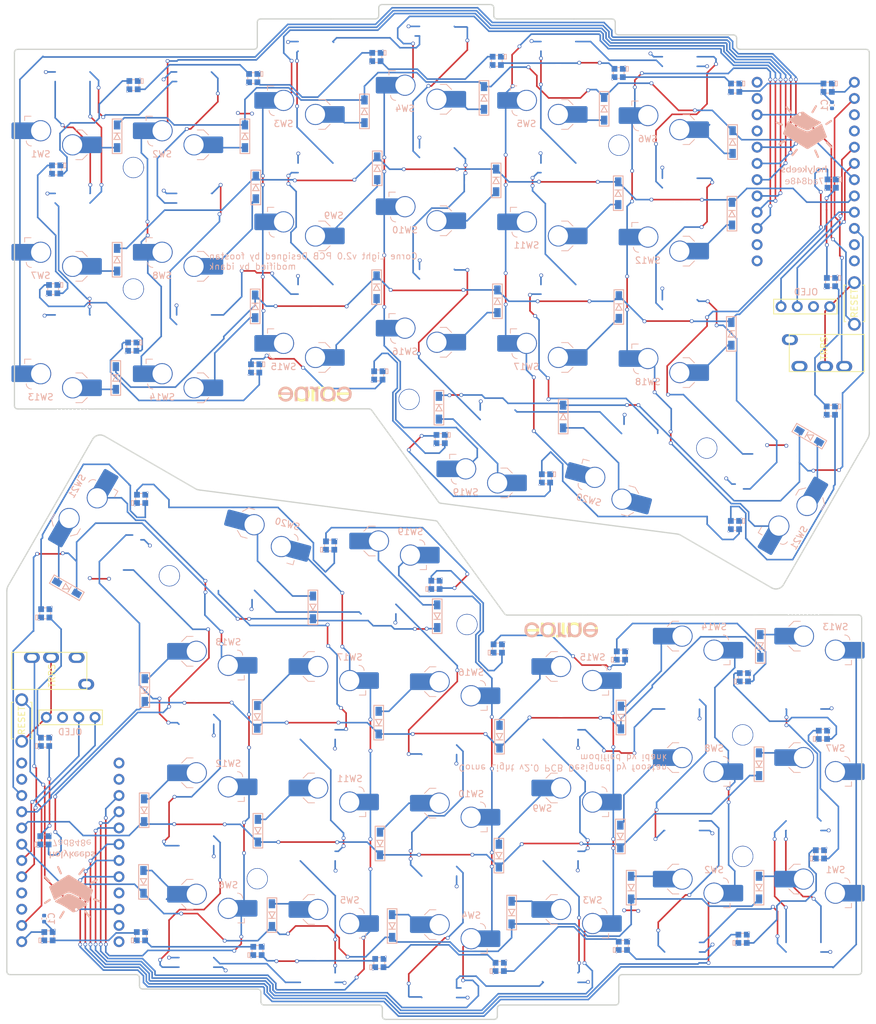
<source format=kicad_pcb>
(kicad_pcb (version 20240108) (generator "pcbnew") (generator_version "8.0")
  (title_block (title "Corne Light") (date "2020-11-12") (rev "2.0") (company "foostan"))
  (layers (0 "F.Cu" signal) (1 "In1.Cu" signal) (2 "In2.Cu" signal) (31 "B.Cu" signal) (34 "B.Paste" user) (35 "F.Paste" user) (36 "B.SilkS" user "B.Silkscreen") (37 "F.SilkS" user "F.Silkscreen") (38 "B.Mask" user) (39 "F.Mask" user) (44 "Edge.Cuts" user))
  (net 0 "")
  (net 1 "row0")
  (net 2 "row1")
  (net 3 "row2")
  (net 4 "row3")
  (net 5 "GND")
  (net 6 "VCC")
  (net 7 "col0")
  (net 8 "col1")
  (net 9 "col2")
  (net 10 "col3")
  (net 11 "col4")
  (net 12 "col5")
  (net 13 "data")
  (net 14 "reset")
  (net 15 "SCL")
  (net 16 "SDA")
  (net 17 "Net-(D1-A)")
  (net 18 "Net-(D2-A)")
  (net 19 "Net-(D3-A)")
  (net 20 "Net-(D4-A)")
  (net 21 "Net-(D5-A)")
  (net 22 "Net-(D6-A)")
  (net 23 "Net-(D7-A)")
  (net 24 "Net-(D8-A)")
  (net 25 "Net-(D9-A)")
  (net 26 "Net-(D10-A)")
  (net 27 "Net-(D11-A)")
  (net 28 "Net-(D12-A)")
  (net 29 "Net-(D13-A)")
  (net 30 "Net-(D14-A)")
  (net 31 "Net-(D15-A)")
  (net 32 "Net-(D16-A)")
  (net 33 "Net-(D17-A)")
  (net 34 "Net-(D18-A)")
  (net 35 "Net-(D19-A)")
  (net 36 "Net-(D20-A)")
  (net 37 "Net-(D21-A)")
  (net 39 "Net-(L1-DIN)")
  (net 40 "Net-(L1-DOUT)")
  (net 41 "Net-(L2-DIN)")
  (net 42 "Net-(L3-DOUT)")
  (net 43 "Net-(L3-DIN)")
  (net 44 "Net-(L10-DOUT)")
  (net 45 "Net-(L5-DIN)")
  (net 46 "Net-(L11-DIN)")
  (net 47 "Net-(L12-DOUT)")
  (net 48 "Net-(L13-DIN)")
  (net 49 "Net-(L14-DOUT)")
  (net 50 "Net-(L15-DIN)")
  (net 51 "Net-(L10-DIN)")
  (net 52 "Net-(L11-DOUT)")
  (net 53 "Net-(L12-DIN)")
  (net 54 "Net-(L14-DIN)")
  (net 55 "Net-(L16-DIN)")
  (net 56 "Net-(L17-DOUT)")
  (net 57 "Net-(L18-DIN)")
  (net 58 "Net-(L19-DIN)")
  (net 59 "LED")
  (net 65 "Net-(BACKLED1-DOUT)")
  (net 66 "Net-(BACKLED2-DOUT)")
  (net 67 "Net-(BACKLED3-DOUT)")
  (net 68 "Net-(BACKLED4-DOUT)")
  (net 69 "Net-(BACKLED5-DOUT)")
  (net 70 "Net-(BACKLED6-DOUT)")
  (net 71 "Net-(BACKLED7-DOUT)")
  (net 72 "Net-(BACKLED8-DOUT)")
  (net 73 "Net-(BACKLED10-DIN)")
  (net 74 "Net-(BACKLED10-DOUT)")
  (net 75 "Net-(BACKLED11-DOUT)")
  (net 76 "Net-(BACKLED12-DOUT)")
  (net 77 "Net-(BACKLED13-DOUT)")
  (net 78 "Net-(BACKLED14-DOUT)")
  (net 79 "Net-(BACKLED15-DOUT)")
  (net 80 "Net-(BACKLED16-DOUT)")
  (net 81 "LED_CONT")
  (net 82 "Net-(BACKLED17-DOUT)")
  (footprint "kikit:Tab" (layer "F.Cu") (at -260.71 -31.48 -90)
    (property "Reference" "REF**" (hide yes))
    (property "Value" "Tab")
  )
  (footprint "kikit:Tab" (layer "F.Cu") (at -359.8 -31.46 -90)
    (property "Reference" "REF**" (hide yes))
    (property "Value" "Tab")
  )
  (footprint "holykeebs:OLED_1side_1mm_holes" (layer "F.Cu") (at -258.521321 9.031994)
    (property "Reference" "J2")
    (property "Value" "OLED" (hide yes))
  )
  (footprint "kbd:Breakaway_Tabs" (layer "F.Cu") (at -255.016429 57.058717 180)
    (property "Reference" "J5")
    (property "Value" "Breakaway_Tabs")
  )
  (footprint "kbd:MJ-4PP-9_1side" (layer "F.Cu") (at -379.034679 66.006717 90)
    (property "Reference" "J1")
    (property "Value" "MJ-4PP-9" (hide yes))
  )
  (footprint "kbd:corne-logo-horizontal" (layer "F.Cu") (at -293.037679 59.508717 180)
    (property "Reference" "G***" (hide yes))
    (property "Value" "LOGO" (hide yes))
  )
  (footprint "holykeebs:ProMicro_1mm_holes" (layer "F.Cu") (at -369.712679 93.878717 180)
    (property "Reference" "U1" (hide yes))
    (property "Value" "ProMicro" (hide yes))
  )
  (footprint "kbd:ResetSW_1side" (layer "F.Cu") (at -247.045321 8.534994 -90)
    (property "Reference" "RSW1" (hide yes))
    (property "Value" "SW_PUSH")
  )
  (footprint "kbd:ResetSW_1side" (layer "F.Cu") (at -377.324679 73.767717 90)
    (property "Reference" "RSW1" (hide yes))
    (property "Value" "SW_PUSH")
  )
  (footprint "kikit:Tab" (layer "F.Cu") (at -363.66 113.782711 90)
    (property "Reference" "REF**" (hide yes))
    (property "Value" "Tab")
  )
  (footprint "holykeebs:ProMicro_1mm_holes" (layer "F.Cu") (at -254.657321 -11.576006)
    (property "Reference" "U1" (hide yes))
    (property "Value" "ProMicro" (hide yes))
  )
  (footprint "kbd:corne-logo-horizontal" (layer "F.Cu") (at -331.332321 22.793994)
    (property "Reference" "G***" (hide yes))
    (property "Value" "LOGO" (hide yes))
  )
  (footprint "kbd:Breakaway_Tabs" (layer "F.Cu") (at -369.353571 25.243994)
    (property "Reference" "J5")
    (property "Value" "Breakaway_Tabs")
  )
  (footprint "kikit:Tab" (layer "F.Cu") (at -264.57 113.762711 90)
    (property "Reference" "REF**" (hide yes))
    (property "Value" "Tab")
  )
  (footprint "kikit:Tab" (layer "F.Cu") (at -359.99 25.31 90)
    (property "Reference" "REF**" (hide yes))
    (property "Value" "Tab")
  )
  (footprint "kbd:MJ-4PP-9_1side" (layer "F.Cu") (at -245.335321 16.295994 -90)
    (property "Reference" "J1")
    (property "Value" "MJ-4PP-9" (hide yes))
  )
  (footprint "holykeebs:OLED_1side_1mm_holes" (layer "F.Cu") (at -365.848679 73.270717 180)
    (property "Reference" "J2")
    (property "Value" "OLED" (hide yes))
  )
  (footprint "kikit:Tab" (layer "F.Cu") (at -264.38 56.992711 -90)
    (property "Reference" "REF**" (hide yes))
    (property "Value" "Tab")
  )
  (footprint "holykeebs:LED_SK6805-EC15_1.5x1.5mm_P0.6mm_handsolder" (layer "B.Cu") (at -283.57 63.602711)
    (property "Reference" "BACKLED11" (hide yes))
    (property "Value" "SK6805-EC15" (hide yes))
  )
  (footprint "kbd:D3_SMD_v2" (layer "B.Cu") (at -284 -8.7 -90)
    (property "Reference" "D11" (hide yes))
    (property "Value" "D" (hide yes))
  )
  (footprint "holykeebs:LED_SK6805-EC15_1.5x1.5mm_P0.6mm_handsolder" (layer "B.Cu") (at -372.4 6.3 180)
    (property "Reference" "BACKLED9" (hide yes))
    (property "Value" "SK6805-EC15" (hide yes))
  )
  (footprint "kbd:D3_SMD_v2" (layer "B.Cu") (at -261.77 62.102711 90)
    (property "Reference" "D13" (hide yes))
    (property "Value" "D" (hide yes))
  )
  (footprint "kbd:corne-logo-horizontal" (layer "B.Cu") (at -331.562321 22.793994 180)
    (property "Reference" "G***" (hide yes))
    (property "Value" "LOGO" (hide yes))
  )
  (footprint "kbd:thread_m2" (layer "B.Cu") (at -261.605321 16.282994 180)
    (property "Reference" "Ref**" (hide yes))
    (property "Value" "Val**" (hide yes))
  )
  (footprint "kbd:D3_SMD_v2" (layer "B.Cu") (at -283.57 73.302711 90)
    (property "Reference" "D14" (hide yes))
    (property "Value" "D" (hide yes))
  )
  (footprint "holykeebs:logo .5x" (layer "B.Cu") (at -254.957321 -17.461006 180)
    (property "Reference" "REF**" (hide yes))
    (property "Value" "logo big" (hide yes))
  )
  (footprint "kbd:D3_SMD_v2" (layer "B.Cu") (at -319.37 105.902711 90)
    (property "Reference" "D4" (hide yes))
    (property "Value" "D" (hide yes))
  )
  (footprint "kbd:D3_SMD_v2" (layer "B.Cu") (at -323.7 -21.5 -90)
    (property "Reference" "D3" (hide yes))
    (property "Value" "D" (hide yes))
  )
  (footprint "holykeebs:SW_choc_v1_HS_CPG135001S30_1u" (layer "B.Cu") (at -350.007679 106.893717)
    (property "Reference" "SW6")
    (property "Value" "SW_PUSH")
  )
  (footprint "holykeebs:SW_choc_v1_HS_CPG135001S30_1u" (layer "B.Cu") (at -331.362321 11.033994 180)
    (property "Reference" "SW15")
    (property "Value" "SW_PUSH")
  )
  (footprint "kbd:D3_SMD_v2" (layer "B.Cu") (at -340.8 9 -90)
    (property "Reference" "D14" (hide yes))
    (property "Value" "D" (hide yes))
  )
  (footprint "holykeebs:SW_choc_v1_HS_CPG135001S30_1u" (layer "B.Cu") (at -350.362321 -22.216006 180)
    (property "Reference" "SW2")
    (property "Value" "SW_PUSH")
  )
  (footprint "holykeebs:SW_choc_v1_HS_CPG135001S30_1u" (layer "B.Cu") (at -302.862321 30.658994 180)
    (property "Reference" "SW19")
    (property "Value" "SW_PUSH")
  )
  (footprint "holykeebs:SW_choc_v1_HS_CPG135001S30_1u" (layer "B.Cu") (at -342.507679 48.893717 -15)
    (property "Reference" "SW20")
    (property "Value" "SW_PUSH")
  )
  (footprint "kbd:D3_SMD_v2" (layer "B.Cu") (at -303.1 -10.7 -90)
    (property "Reference" "D10" (hide yes))
    (property "Value" "D" (hide yes))
  )
  (footprint "kbd:D3_SMD_v2" (layer "B.Cu") (at -292.607321 26.228994 -90)
    (property "Reference" "D20" (hide yes))
    (property "Value" "D" (hide yes))
  )
  (footprint "holykeebs:LED_SK6805-EC15_1.5x1.5mm_P0.6mm_handsolder" (layer "B.Cu") (at -265.7 -25.2 180)
    (property "Reference" "BACKLED2" (hide yes))
    (property "Value" "SK6805-EC15" (hide yes))
  )
  (footprint "holykeebs:SW_choc_v1_HS_CPG135001S30_1u" (layer "B.Cu") (at -350.007679 68.893717)
    (property "Reference" "SW18")
    (property "Value" "SW_PUSH")
  )
  (footprint "holykeebs:M2_SPACER" (layer "B.Cu") (at -340.470679 98.508217)
    (property "Reference" "Ref**" (hide yes))
    (property "Value" "Val**" (hide yes))
  )
  (footprint "kbd:D3_SMD_v2" (layer "B.Cu") (at -362.6 20.2 -90)
    (property "Reference" "D13" (hide yes))
    (property "Value" "D" (hide yes))
  )
  (footprint "holykeebs:SW_choc_v1_HS_CPG135001S30_1u" (layer "B.Cu") (at -369.362321 -3.216006 180)
    (property "Reference" "SW7")
    (property "Value" "SW_PUSH")
  )
  (footprint "holykeebs:LED_SK6805-EC15_1.5x1.5mm_P0.6mm_handsolder" (layer "B.Cu") (at -373.67 77.102711)
    (property "Reference" "BACKLED17" (hide yes))
    (property "Value" "SK6805-EC15" (hide yes))
  )
  (footprint "holykeebs:M2_SPACER" (layer "B.Cu") (at -359.854321 -12.715506 180)
    (property "Reference" "Ref**" (hide yes))
    (property "Value" "Val**" (hide yes))
  )
  (footprint "holykeebs:LED_SK6805-EC15_1.5x1.5mm_P0.6mm_handsolder" (layer "B.Cu") (at -252.44 94.702711)
    (property "Reference" "BACKLED8" (hide yes))
    (property "Value" "SK6805-EC15" (hide yes))
  )
  (footprint "holykeebs:SW_choc_v1_HS_CPG135001S30_1u" (layer "B.Cu") (at -293.007679 109.268717)
    (property "Reference" "SW3")
    (property "Value" "SW_PUSH")
  )
  (footprint "kbd:D3_SMD_v2" (layer "B.Cu") (at -302.67 94.902711 90)
    (property "Reference" "D9" (hide yes))
    (property "Value" "D" (hide yes))
  )
  (footprint "kbd:thread_m2" (layer "B.Cu") (at -362.764679 66.019717)
    (property "Reference" "Ref**" (hide yes))
    (property "Value" "Val**" (hide yes))
  )
  (footprint "holykeebs:LED_SK6805-EC15_1.5x1.5mm_P0.6mm_handsolder" (layer "B.Cu") (at -321.37 111.702711)
    (property "Reference" "BACKLED4" (hide yes))
    (property "Value" "SK6805-EC15" (hide yes))
  )
  (footprint "holykeebs:SW_choc_v1_HS_CPG135001S30_1u" (layer "B.Cu") (at -312.007679 111.643717)
    (property "Reference" "SW4")
    (property "Value" "SW_PUSH")
  )
  (footprint "holykeebs:SW_choc_v1_HS_CPG135001S30_1u" (layer "B.Cu") (at -293.362321 11.033994 180)
    (property "Reference" "SW17")
    (property "Value" "SW_PUSH")
  )
  (footprint "kbd:D3_SMD_v2" (layer "B.Cu") (at -254.1 29.3 -30)
    (property "Reference" "D21" (hide yes))
    (property "Value" "D" (hide yes))
  )
  (footprint "holykeebs:LED_SK6805-EC15_1.5x1.5mm_P0.6mm_handsolder" (layer "B.Cu") (at -295.3 35.9 180)
    (property "Reference" "BACKLED14" (hide yes))
    (property "Value" "SK6805-EC15" (hide yes))
  )
  (footprint "holykeebs:SW_choc_v1_HS_CPG135001S30_1u" (layer "B.Cu") (at -255.007679 104.518717)
    (property "Reference" "SW1")
    (property "Value" "SW_PUSH")
  )
  (footprint "holykeebs:LED_SK6805-EC15_1.5x1.5mm_P0.6mm_handsolder" (layer "B.Cu") (at -250.6 -10.2 180)
    (property "Reference" "BACKLED18" (hide yes))
    (property "Value" "SK6805-EC15" (hide yes))
  )
  (footprint "holykeebs:LED_SK6805-EC15_1.5x1.5mm_P0.6mm_handsolder" (layer "B.Cu") (at -303 -29.4 180)
    (property "Reference" "BACKLED4" (hide yes))
    (property "Value" "SK6805-EC15" (hide yes))
  )
  (footprint "holykeebs:LED_SK6805-EC15_1.5x1.5mm_P0.6mm_handsolder" (layer "B.Cu") (at -321.83 -30 180)
    (property "Reference" "BACKLED5" (hide yes))
    (property "Value" "SK6805-EC15" (hide yes))
  )
  (footprint "holykeebs:SW_choc_v1_HS_CPG135001S30_1u" (layer "B.Cu") (at -281.862321 33.408994 165)
    (property "Reference" "SW20")
    (property "Value" "SW_PUSH")
  )
  (footprint "holykeebs:LED_SK6805-EC15_1.5x1.5mm_P0.6mm_handsolder" (layer "B.Cu") (at -302.54 112.302711)
    (property "Reference" "BACKLED5" (hide yes))
    (property "Value" "SK6805-EC15" (hide yes))
  )
  (footprint "kbd:D3_SMD_v2" (layer "B.Cu") (at -340.7 -9.6 -90)
    (property "Reference" "D8" (hide yes))
    (property "Value" "D" (hide yes))
  )
  (footprint "holykeebs:SW_choc_v1_HS_CPG135001S30_1u" (layer "B.Cu") (at -312.362321 -29.341006 180)
    (property "Reference" "SW4")
    (property "Value" "SW_PUSH")
  )
  (footprint "holykeebs:SW_choc_v1_HS_CPG135001S30_1u" (layer "B.Cu") (at -274.362321 -5.591006 180)
    (property "Reference" "SW12")
    (property "Value" "SW_PUSH")
  )
  (footprint "holykeebs:LED_SK6805-EC15_1.5x1.5mm_P0.6mm_handsolder" (layer "B.Cu") (at -329.07 46.402711)
    (property "Reference" "BACKLED14" (hide yes))
    (property "Value" "SK6805-EC15" (hide yes))
  )
  (footprint "holykeebs:SW_choc_v1_HS_CPG135001S30_1u" (layer "B.Cu") (at -331.362321 -26.966006 180)
    (property "Reference" "SW3")
    (property "Value" "SW_PUSH")
  )
  (footprint "kbd:D3_SMD_v2" (layer "B.Cu") (at -266.1 -16.7 -90)
    (property "Reference" "D6" (hide yes))
    (property "Value" "D" (hide yes))
  )
  (footprint "holykeebs:LED_SK6805-EC15_1.5x1.5mm_P0.6mm_handsolder" (layer "B.Cu") (at -341.1 -26.7 180)
    (property "Reference" "BACKLED6" (hide yes))
    (property "Value" "SK6805-EC15" (hide yes))
  )
  (footprint "holykeebs:SW_choc_v1_HS_CPG135001S30_1u" (layer "B.Cu") (at -321.507679 51.643717)
    (property "Reference" "SW19")
    (property "Value" "SW_PUSH")
  )
  (footprint "holykeebs:LED_SK6805-EC15_1.5x1.5mm_P0.6mm_handsolder" (layer "B.Cu") (at -358.67 107.502711)
    (property "Reference" "BACKLED2" (hide yes))
    (property "Value" "SK6805-EC15" (hide yes))
  )
  (footprint "kbd:D3_SMD_v2" (layer "B.Cu") (at -362.4 1.7 -90)
    (property "Reference" "D7" (hide yes))
    (property "Value" "D" (hide yes))
  )
  (footprint "holykeebs:SW_choc_v1_HS_CPG135001S30_1u" (layer "B.Cu") (at -350.007679 87.893717)
    (property "Reference" "SW12")
    (property "Value" "SW_PUSH")
  )
  (footprint "holykeebs:LED_SK6805-EC15_1.5x1.5mm_P0.6mm_handsolder" (layer "B.Cu") (at -265.73 43.2 180)
    (property "Reference" "BACKLED15" (hide yes))
    (property "Value" "SK6805-EC15" (hide yes))
  )
  (footprint "holykeebs:SW_choc_v1_HS_CPG135001S30_1u" (layer "B.Cu") (at -274.362321 -24.591006 180)
    (property "Reference" "SW6")
    (property "Value" "SW_PUSH")
  )
  (footprint "holykeebs:LED_SK6805-EC15_1.5x1.5mm_P0.6mm_handsolder" (layer "B.Cu") (at -311.78 29.75 180)
    (property "Reference" "BACKLED13" (hide yes))
    (property "Value" "SK6805-EC15" (hide yes))
  )
  (footprint "holykeebs:SW_choc_v1_HS_CPG135001S30_1u" (layer "B.Cu") (at -274.007679 66.518717)
    (property "Reference" "SW14")
    (property "Value" "SW_PUSH")
  )
  (footprint "kbd:D3_SMD_v2" (layer "B.Cu") (at -338.17 104.202711 90)
    (property "Reference" "D5" (hide yes))
    (property "Value" "D" (hide yes))
  )
  (footprint "holykeebs:M2_SPACER" (layer "B.Cu") (at -307.659679 58.753217)
    (property "Reference" "Ref**" (hide yes))
    (property "Value" "Val**" (hide yes))
  )
  (footprint "holykeebs:logo .5x" (layer "B.Cu") (at -369.412679 99.763717)
    (property "Reference" "REF**" (hide yes))
    (property "Value" "logo big" (hide yes))
  )
  (footprint "holykeebs:M2_SPACER" (layer "B.Cu") (at -354.225679 51.138717)
    (property "Reference" "Ref**" (hide yes))
    (property "Value" "Val**" (hide yes))
  )
  (footprint "holykeebs:LED_SK6805-EC15_1.5x1.5mm_P0.6mm_handsolder" (layer "B.Cu") (at -358.64 39.102711)
    (property "Reference" "BACKLED15" (hide yes))
    (property "Value" "SK6805-EC15" (hide yes))
  )
  (footprint "holykeebs:SW_choc_v1_HS_CPG135001S30_1u" (layer "B.Cu") (at -331.007679 71.268717)
    (property "Reference" "SW17")
    (property "Value" "SW_PUSH")
  )
  (footprint "holykeebs:SW_choc_v1_HS_CPG135001S30_1u" (layer "B.Cu") (at -293.007679 71.268717)
    (property "Reference" "SW15")
    (property "Value" "SW_PUSH")
  )
  (footprint "kbd:D3_SMD_v2" (layer "B.Cu") (at -312.32 57.452711 90)
    (property "Reference" "D19" (hide yes))
    (property "Value" "D" (hide yes))
  )
  (footprint "kbd:D3_SMD_v2" (layer "B.Cu") (at -358.07 69.002711 90)
    (property "Reference" "D18" (hide yes))
    (property "Value" "D" (hide yes))
  )
  (footprint "kbd:D3_SMD_v2" (layer "B.Cu") (at -266.3 13.3 -90)
    (property "Reference" "D18" (hide yes))
    (property "Value" "D" (hide yes))
  )
  (footprint "kbd:thread_m2" (layer "B.Cu") (at -377.196679 57.498717)
    (property "Reference" "Ref**" (hide yes))
    (property "Value" "Val**" (hide yes))
  )
  (footprint "kbd:thread_m2" (layer "B.Cu") (at -247.173321 24.803994 180)
    (property "Reference" "Ref**" (hide yes))
    (property "Value" "Val**" (hide yes))
  )
  (footprint "kbd:D3_SMD_v2" (layer "B.Cu") (at -340.37 91.002711 90)
    (property "Reference" "D11" (hide yes))
    (property "Value" "D" (hide yes))
  )
  (footprint "kbd:D3_SMD_v2" (layer "B.Cu") (at -321.47 74.102711 90)
    (property "Reference" "D16" (hide yes))
    (property "Value" "D" (hide yes))
  )
  (footprint "holykeebs:LED_SK6805-EC15_1.5x1.5mm_P0.6mm_handsolder" (layer "B.Cu") (at -373.64 57.002711)
    (property "Reference" "BACKLED16" (hide yes))
    (property "Value" "SK6805-EC15" (hide yes))
  )
  (footprint "kbd:D3_SMD_v2" (layer "B.Cu") (at -312.05 24.85 -90)
    (property "Reference" "D19" (hide yes))
    (property "Value" "D" (hide yes))
  )
  (footprint "holykeebs:SW_choc_v1_HS_CPG135001S30_1u" (layer "B.Cu") (at -350.362321 -3.216006 180)
    (property "Reference" "SW8")
    (property "Value" "SW_PUSH")
  )
  (footprint "holykeebs:LED_SK6805-EC15_1.5x1.5mm_P0.6mm_handsolder" (layer "B.Cu") (at -283.27 109.002711)
    (property "Reference" "BACKLED6" (hide yes))
    (property "Value" "SK6805-EC15" (hide yes))
  )
  (footprint "kbd:corne-logo-horizontal" (layer "B.Cu") (at -292.807679 59.508717)
    (property "Reference" "G***" (hide yes))
    (property "Value" "LOGO" (hide yes))
  )
  (footprint "holykeebs:SW_choc_v1_HS_CPG135001S30_1u" (layer "B.Cu") (at -312.007679 92.643717)
    (property "Reference" "SW10")
    (property "Value" "SW_PUSH")
  )
  (footprint "holykeebs:M2_SPACER" (layer "B.Cu") (at -283.899321 -16.205506 180)
    (property "Reference" "Ref**" (hide yes))
    (property "Value" "Val**" (hide yes))
  )
  (footprint "holykeebs:SW_choc_v1_HS_CPG135001S30_1u" (layer "B.Cu") (at -369.362321 15.783994 180)
    (property "Reference" "SW13")
    (property "Value" "SW_PUSH")
  )
  (footprint "holykeebs:LED_SK6805-EC15_1.5x1.5mm_P0.6mm_handsolder" (layer "B.Cu") (at -251.23 -25.2 180)
    (property "Reference" "BACKLED1" (hide yes))
    (property "Value" "SK6805-EC15" (hide yes))
  )
  (footprint "kbd:D3_SMD_v2" (layer "B.Cu") (at -358.17 87.802711 90)
    (property "Reference" "D12" (hide yes))
    (property "Value" "D" (hide yes))
  )
  (footprint "holykeebs:LED_SK6805-EC15_1.5x1.5mm_P0.6mm_handsolder" (layer "B.Cu") (at -302.84 62.502711)
    (property "Reference" "BACKLED12" (hide yes))
    (property "Value" "SK6805-EC15" (hide yes))
  )
  (footprint "holykeebs:SW_choc_v1_HS_CPG135001S30_1u" (layer "B.Cu") (at -293.362321 -26.966006 180)
    (property "Reference" "SW5")
    (property "Value" "SW_PUSH")
  )
  (footprint "holykeebs:SW_choc_v1_HS_CPG135001S30_1u" (layer "B.Cu") (at -312.007679 73.643717)
    (property "Reference" "SW16")
    (property "Value" "SW_PUSH")
  )
  (footprint "kbd:D3_SMD_v2" (layer "B.Cu") (at -281.97 99.902711 90)
    (property "Reference" "D2" (hide yes))
    (property "Value" "D" (hide yes))
  )
  (footprint "holykeebs:LED_SK6805-EC15_1.5x1.5mm_P0.6mm_handsolder" (layer "B.Cu") (at -251.97 76.002711)
    (property "Reference" "BACKLED9" (hide yes))
    (property "Value" "SK6805-EC15" (hide yes))
  )
  (footprint "holykeebs:LED_SK6805-EC15_1.5x1.5mm_P0.6mm_handsolder" (layer "B.Cu") (at -321.53 19.8 180)
    (property "Reference" "BACKLED12" (hide yes))
    (property "Value" "SK6805-EC15" (hide yes))
  )
  (footprint "kbd:D3_SMD_v2" (layer "B.Cu") (at -321.7 -12.6 -90)
    (property "Reference" "D9" (hide yes))
    (property "Value" "D" (hide yes))
  )
  (footprint "holykeebs:LED_SK6805-EC15_1.5x1.5mm_P0.6mm_handsolder" (layer "B.Cu") (at -264.54 107.902711)
    (property "Reference" "BACKLED7" (hide yes))
    (property "Value" "SK6805-EC15" (hide yes))
  )
  (footprint "holykeebs:LED_SK6805-EC15_1.5x1.5mm_P0.6mm_handsolder" (layer "B.Cu") (at -340.8 18.7 180)
    (property "Reference" "BACKLED11" (hide yes))
    (property "Value" "SK6805-EC15" (hide yes))
  )
  (footprint "kbd:D3_SMD_v2" (layer "B.Cu") (at -266.2 -5.5 -90)
    (property "Reference" "D12" (hide yes))
    (property "Value" "D" (hide yes))
  )
  (footprint "kbd:D3_SMD_v2" (layer "B.Cu") (at -340.47 73.202711 90)
    (property "Reference" "D17" (hide yes))
    (property "Value" "D" (hide yes))
  )
  (footprint "holykeebs:LED_SK6805-EC15_1.5x1.5mm_P0.6mm_handsolder" (layer "B.Cu") (at -250.7 5.2 180)
    (property "Reference" "BACKLED17" (hide yes))
    (property "Value" "SK6805-EC15" (hide yes))
  )
  (footprint "holykeebs:LED_SK6805-EC15_1.5x1.5mm_P0.6mm_handsolder" (layer "B.Cu") (at -359.83 -25.6 180)
    (property "Reference" "BACKLED7" (hide yes))
    (property "Value" "SK6805-EC15" (hide yes))
  )
  (footprint "holykeebs:LED_SK6805-EC15_1.5x1.5mm_P0.6mm_handsolder" (layer "B.Cu") (at -340.44 109.802711)
    (property "Reference" "BACKLED3" (hide yes))
    (property "Value" "SK6805-EC15" (hide yes))
  )
  (footprint "holykeebs:SW_choc_v1_HS_CPG135001S30_1u" (layer "B.Cu") (at -255.007679 85.518717)
    (property "Reference" "SW7")
    (property "Value" "SW_PUSH")
  )
  (footprint "kbd:D3_SMD_v2" (layer "B.Cu") (at -283.9 9.1 -90)
    (property "Reference" "D17" (hide yes))
    (property "Value" "D" (hide yes))
  )
  (footprint "holykeebs:SW_choc_v1_HS_CPG135001S30_1u" (layer "B.Cu") (at -331.007679 109.268717)
    (property "Reference" "SW5")
    (property "Value" "SW_PUSH")
  )
  (footprint "holykeebs:SW_choc_v1_HS_CPG135001S30_1u" (layer "B.Cu") (at -274.007679 85.518717)
    (property "Reference" "SW8")
    (property "Value" "SW_PUSH")
  )
  (footprint "holykeebs:SW_choc_v1_HS_CPG135001S30_1u" (layer "B.Cu") (at -293.362321 -7.966006 180)
    (property "Reference" "SW11")
    (property "Value" "SW_PUSH")
  )
  (footprint "holykeebs:SW_choc_v1_HS_CPG135001S30_1u" (layer "B.Cu") (at -259.612321 37.158994 -120)
    (property "Reference" "SW21")
    (property "Value" "SW_PUSH")
  )
  (footprint "holykeebs:LED_SK6805-EC15_1.5x1.5mm_P0.6mm_handsolder" (layer "B.Cu") (at -373.77 92.502711)
    (property "Reference" "BACKLED18" (hide yes))
    (property "Value" "SK6805-EC15" (hide yes))
  )
  (footprint "holykeebs:SW_choc_v1_HS_CPG135001S30_1u" (layer "B.Cu") (at -369.362321 -22.216006 180)
    (property "Reference" "SW1")
    (property "Value" "SW_PUSH")
  )
  (footprint "kbd:D3_SMD_v2" (layer "B.Cu") (at -370.27 53.002711 150)
    (property "Reference" "D21" (hide yes))
    (property "Value" "D" (hide yes))
  )
  (footprint "holykeebs:LED_SK6805-EC15_1.5x1.5mm_P0.6mm_handsolder" (layer "B.Cu") (at -283.93 -27.5 180)
    (property "Reference" "BACKLED3" (hide yes))
    (property "Value" "SK6805-EC15" (hide yes))
  )
  (footprint "holykeebs:SW_choc_v1_HS_CPG135001S30_1u" (layer "B.Cu") (at -312.362321 8.658994 180)
    (property "Reference" "SW16")
    (property "Value" "SW_PUSH")
  )
  (footprint "holykeebs:LED_SK6805-EC15_1.5x1.5mm_P0.6mm_handsolder" (layer "B.Cu") (at -264.34 67.002711)
    (property "Reference" "BACKLED10" (hide yes))
    (property "Value" "SK6805-EC15" (hide yes))
  )
  (footprint "holykeebs:SW_choc_v1_HS_CPG135001S30_1u" (layer "B.Cu") (at -364.757679 45.143717 60)
    (property "Reference" "SW21")
    (property "Value" "SW_PUSH")
  )
  (footprint "holykeebs:M2_SPACER" (layer "B.Cu") (at -316.710321 23.549494 180)
    (property "Reference" "Ref**" (hide yes))
    (property "Value" "Val**" (hide yes))
  )
  (footprint "holykeebs:SW_choc_v1_HS_CPG135001S30_1u" (layer "B.Cu") (at -312.362321 -10.341006 180)
    (property "Reference" "SW10")
    (property "Value" "SW_PUSH")
  )
  (footprint "kbd:D3_SMD_v2" (layer "B.Cu") (at -321.27 93.002711 90)
    (property "Reference" "D10" (hide yes))
    (property "Value" "D" (hide yes))
  )
  (footprint "Capacitor_SMD:C_0402_1005Metric" (layer "B.Cu") (at -250.55 -22.45 -90)
    (property "Reference" "C1")
    (property "Value" "1µ")
  )
  (footprint "holykeebs:SW_choc_v1_HS_CPG135001S30_1u" (layer "B.Cu") (at -274.007679 104.518717)
    (property "Reference" "SW2")
    (property "Value" "SW_PUSH")
  )
  (footprint "holykeebs:SW_choc_v1_HS_CPG135001S30_1u" (layer "B.Cu") (at -274.362321 13.408994 180)
    (property "Reference" "SW18")
    (property "Value" "SW_PUSH")
  )
  (footprint "kbd:D3_SMD_v2" (layer "B.Cu") (at -261.97 80.602711 90)
    (property "Reference" "D7" (hide yes))
    (property "Value" "D" (hide yes))
  )
  (footprint "kbd:D3_SMD_v2" (layer "B.Cu") (at -261.97 99.902711 90)
    (property "Reference" "D1" (hide yes))
    (property "Value" "D" (hide yes))
  )
  (footprint "holykeebs:M2_SPACER" (layer "B.Cu") (at -264.515679 95.018217)
    (property "Reference" "Ref**" (hide yes))
    (property "Value" "Val**" (hide yes))
  )
  (footprint "kbd:D3_SMD_v2" (layer "B.Cu") (at -302.57 76.302711 90)
    (property "Reference" "D15" (hide yes))
    (property "Value" "D" (hide yes))
  )
  (footprint "holykeebs:SW_choc_v1_HS_CPG135001S30_1u" (layer "B.Cu") (at -293.007679 90.268717)
    (property "Reference" "SW9")
    (property "Value" "SW_PUSH")
  )
  (footprint "kbd:D3_SMD_v2" (layer "B.Cu") (at -305 -23.6 -90)
    (property "Reference" "D4" (hide yes))
    (property "Value" "D" (hide yes))
  )
  (footprint "holykeebs:M2_SPACER" (layer "B.Cu") (at -270.144321 31.163994 180)
    (property "Reference" "Ref**" (hide yes))
    (property "Value" "Val**" (hide yes))
  )
  (footprint "kbd:D3_SMD_v2" (layer "B.Cu") (at -302.9 8.2 -90)
    (property "Reference" "D16" (hide yes))
    (property "Value" "D" (hide yes))
  )
  (footprint "holykeebs:M2_SPACER" (layer "B.Cu") (at -264.515679 76.018217)
    (property "Reference" "Ref**" (hide yes))
    (property "Value" "Val**" (hide yes))
  )
  (footprint "holykeebs:M2_SPACER" (layer "B.Cu") (at -359.854321 6.284494 180)
    (property "Reference" "Ref**" (hide yes))
    (property "Value" "Val**" (hide yes))
  )
  (footprint "holykeebs:LED_SK6805-EC15_1.5x1.5mm_P0.6mm_handsolder" (layer "B.Cu") (at -373.14 107.502711)
    (property "Reference" "BACKLED1" (hide yes))
    (property "Value" "SK6805-EC15" (hide yes))
  )
  (footprint "holykeebs:SW_choc_v1_HS_CPG135001S30_1u" (layer "B.Cu") (at -350.362321 15.783994 180)
    (property "Reference" "SW14")
    (property "Value" "SW_PUSH")
  )
  (footprint "holykeebs:SW_choc_v1_HS_CPG135001S30_1u" (layer "B.Cu") (at -331.362321 -7.966006 180)
    (property "Reference" "SW9")
    (property "Value" "SW_PUSH")
  )
  (footprint "holykeebs:LED_SK6805-EC15_1.5x1.5mm_P0.6mm_handsolder" (layer "B.Cu") (at -312.59 52.552711)
    (property "Reference" "BACKLED13" (hide yes))
    (property "Value" "SK6805-EC15" (hide yes))
  )
  (footprint "kbd:D3_SMD_v2" (layer "B.Cu") (at -362.4 -17.6 -90)
    (property "Reference" "D1" (hide yes))
    (property "Value" "D" (hide yes))
  )
  (footprint "kbd:D3_SMD_v2" (layer "B.Cu") (at -283.67 91.902711 90)
    (property "Reference" "D8" (hide yes))
    (property "Value" "D" (hide yes))
  )
  (footprint "kbd:D3_SMD_v2" (layer "B.Cu") (at -331.762679 56.073717 90)
    (property "Reference" "D20" (hide yes))
    (property "Value" "D" (hide yes))
  )
  (footprint "holykeebs:LED_SK6805-EC15_1.5x1.5mm_P0.6mm_handsolder" (layer "B.Cu") (at -250.73 25.3 180)
    (property "Reference" "BACKLED16" (hide yes))
    (property "Value" "SK6805-EC15" (hide yes))
  )
  (footprint "kbd:D3_SMD_v2" (layer "B.Cu") (at -286.2 -21.9 -90)
    (property "Reference" "D5" (hide yes))
    (property "Value" "D" (hide yes))
  )
  (footprint "holykeebs:SW_choc_v1_HS_CPG135001S30_1u" (layer "B.Cu") (at -331.007679 90.268717)
    (property "Reference" "SW11")
    (property "Value" "SW_PUSH")
  )
  (footprint "holykeebs:LED_SK6805-EC15_1.5x1.5mm_P0.6mm_handsolder" (layer "B.Cu") (at -360.03 15.3 180)
    (property "Reference" "BACKLED10" (hide yes))
    (property "Value" "SK6805-EC15" (hide yes))
  )
  (footprint "kbd:D3_SMD_v2" (layer "B.Cu") (at -300.67 103.802711 90)
    (property "Reference" "D3" (hide yes))
    (property "Value" "D" (hide yes))
  )
  (footprint "kbd:D3_SMD_v2" (layer "B.Cu") (at -342.4 -17.6 -90)
    (property "Reference" "D2" (hide yes))
    (property "Value" "D" (hide yes))
  )
  (footprint "kbd:D3_SMD_v2" (layer "B.Cu") (at -358.27 99.002711 90)
    (property "Reference" "D6" (hide yes))
    (property "Value" "D" (hide yes))
  )
  (footprint "holykeebs:SW_choc_v1_HS_CPG135001S30_1u" (layer "B.Cu") (at -255.007679 66.518717)
    (property "Reference" "SW13")
    (property "Value" "SW_PUSH")
  )
  (footprint "kbd:D3_SMD_v2" (layer "B.Cu") (at -321.8 6 -90)
    (property "Reference" "D15" (hide yes))
    (property "Value" "D" (hide yes))
  )
  (footprint "Capacitor_SMD:C_0402_1005Metric" (layer "B.Cu") (at -373.82 104.752711 90)
    (property "Reference" "C1")
    (property "Value" "1µ")
  )
  (footprint "holykeebs:LED_SK6805-EC15_1.5x1.5mm_P0.6mm_handsolder" (layer "B.Cu") (at -371.93 -12.4 180)
    (property "Reference" "BACKLED8" (hide yes))
    (property "Value" "SK6805-EC15" (hide yes))
  )
  (gr_line (start -377.963657 25.044256) (end -377.963657 25.044256) (stroke (width 0.2)) (layer "Edge.Cuts"))
  (gr_line (start -364.859126 29.122903) (end -365.047086 29.110203) (stroke (width 0.2)) (layer "Edge.Cuts"))
  (gr_line (start -365.047086 29.110203) (end -365.235046 29.122903) (stroke (width 0.2)) (layer "Edge.Cuts"))
  (gr_line (start -365.699865 29.272763) (end -365.824325 29.346423) (stroke (width 0.2)) (layer "Edge.Cuts"))
  (gr_line (start -321.463953 -36.456703) (end -321.463953 -36.456703) (stroke (width 0.2)) (layer "Edge.Cuts"))
  (gr_line (start -283.934806 117.926295) (end -283.904326 117.758655) (stroke (width 0.2)) (layer "Edge.Cuts"))
  (gr_line (start -245.905964 113.00886) (end -245.905964 113.00886) (stroke (width 0.2)) (layer "Edge.Cuts"))
  (gr_line (start -258.423755 52.862309) (end -258.319615 52.765789) (stroke (width 0.2)) (layer "Edge.Cuts"))
  (gr_line (start -302.906047 118.759414) (end -302.906047 118.759414) (stroke (width 0.2)) (layer "Edge.Cuts"))
  (gr_line (start -259.322914 53.192508) (end -259.134954 53.179808) (stroke (width 0.2)) (layer "Edge.Cuts"))
  (gr_line (start -339.702991 118.159975) (end -339.573451 118.228555) (stroke (width 0.2)) (layer "Edge.Cuts"))
  (gr_line (start -265.434148 -31.534188) (end -265.365568 -31.404648) (stroke (width 0.2)) (layer "Edge.Cuts"))
  (gr_line (start -260.095073 52.956288) (end -259.970613 53.029948) (stroke (width 0.2)) (layer "Edge.Cuts"))
  (gr_line (start -302.875568 118.589234) (end -302.906047 118.759414) (stroke (width 0.2)) (layer "Edge.Cuts"))
  (gr_line (start -312.301498 42.656009) (end -312.415798 42.569649) (stroke (width 0.2)) (layer "Edge.Cuts"))
  (gr_line (start -283.403947 113.509239) (end -246.517679 113.509239) (stroke (width 0.2)) (layer "Edge.Cuts"))
  (gr_line (start -320.90447 118.759414) (end -320.93495 118.586694) (stroke (width 0.2)) (layer "Edge.Cuts"))
  (gr_line (start -349.979821 37.609034) (end -364.274927 29.346423) (stroke (width 0.2)) (layer "Edge.Cuts"))
  (gr_line (start -321.265833 -38.105162) (end -321.364893 -38.003562) (stroke (width 0.2)) (layer "Edge.Cuts"))
  (gr_line (start -302.405668 118.259035) (end -302.575848 118.286975) (stroke (width 0.2)) (layer "Edge.Cuts"))
  (gr_line (start -340.493614 -31.536728) (end -340.465674 -31.704368) (stroke (width 0.2)) (layer "Edge.Cuts"))
  (gr_line (start -365.555086 29.206723) (end -365.699865 29.272763) (stroke (width 0.2)) (layer "Edge.Cuts"))
  (gr_line (start -320.93495 118.586694) (end -321.00607 118.457155) (stroke (width 0.2)) (layer "Edge.Cuts"))
  (gr_line (start -265.965007 -33.456966) (end -283.96597 -33.456966) (stroke (width 0.2)) (layer "Edge.Cuts"))
  (gr_line (start -284.494289 -35.626124) (end -284.565409 -35.755664) (stroke (width 0.2)) (layer "Edge.Cuts"))
  (gr_line (start -379.321872 113.478759) (end -379.154232 113.509239) (stroke (width 0.2)) (layer "Edge.Cuts"))
  (gr_line (start -284.667009 -35.857264) (end -284.796549 -35.925844) (stroke (width 0.2)) (layer "Edge.Cuts"))
  (gr_line (start -378.464036 24.543877) (end -378.436096 24.714056) (stroke (width 0.2)) (layer "Edge.Cuts"))
  (gr_line (start -358.905372 115.259298) (end -358.874892 115.429478) (stroke (width 0.2)) (layer "Edge.Cuts"))
  (gr_line (start -244.814448 29.364792) (end -244.766188 29.207312) (stroke (width 0.2)) (layer "Edge.Cuts"))
  (gr_line (start -359.004432 113.707359) (end -359.106032 113.608299) (stroke (width 0.2)) (layer "Edge.Cuts"))
  (gr_line (start -322.965091 25.023994) (end -328.923925 25.023994) (stroke (width 0.2)) (layer "Edge.Cuts"))
  (gr_line (start -322.612031 25.191576) (end -322.728871 25.105216) (stroke (width 0.2)) (layer "Edge.Cuts"))
  (gr_line (start -312.565658 42.51631) (end -312.654558 42.50869) (stroke (width 0.2)) (layer "Edge.Cuts"))
  (gr_line (start -258.967314 53.146788) (end -258.814914 53.095988) (stroke (width 0.2)) (layer "Edge.Cuts"))
  (gr_line (start -340.005251 115.957797) (end -340.106851 115.858737) (stroke (width 0.2)) (layer "Edge.Cuts"))
  (gr_line (start -302.906047 120.009093) (end -302.906047 120.009093) (stroke (width 0.2)) (layer "Edge.Cuts"))
  (gr_line (start -246.233623 113.478759) (end -246.104084 113.40764) (stroke (width 0.2)) (layer "Edge.Cuts"))
  (gr_line (start -339.405811 118.259035) (end -333.457137 118.259035) (stroke (width 0.2)) (layer "Edge.Cuts"))
  (gr_line (start -259.678514 53.144248) (end -259.510874 53.179808) (stroke (width 0.2)) (layer "Edge.Cuts"))
  (gr_line (start -283.576667 113.537179) (end -283.706206 113.608299) (stroke (width 0.2)) (layer "Edge.Cuts"))
  (gr_line (start -349.979821 37.609034) (end -349.822341 37.652214) (stroke (width 0.2)) (layer "Edge.Cuts"))
  (gr_line (start -359.106032 113.608299) (end -359.235572 113.537179) (stroke (width 0.2)) (layer "Edge.Cuts"))
  (gr_line (start -379.453952 113.41018) (end -379.321872 113.478759) (stroke (width 0.2)) (layer "Edge.Cuts"))
  (gr_line (start -246.406343 57.258455) (end -246.406343 57.258455) (stroke (width 0.2)) (layer "Edge.Cuts"))
  (gr_line (start -303.233707 120.478993) (end -303.104167 120.407873) (stroke (width 0.2)) (layer "Edge.Cuts"))
  (gr_line (start -245.905964 57.758834) (end -245.933904 57.588655) (stroke (width 0.2)) (layer "Edge.Cuts"))
  (gr_line (start -303.26487 -36.055384) (end -303.132791 -35.984264) (stroke (width 0.2)) (layer "Edge.Cuts"))
  (gr_line (start -284.964189 -35.956324) (end -290.912863 -35.956324) (stroke (width 0.2)) (layer "Edge.Cuts"))
  (gr_line (start -340.966053 -31.206528) (end -377.852321 -31.206528) (stroke (width 0.2)) (layer "Edge.Cuts"))
  (gr_line (start -322.612031 25.191576) (end -312.068502 39.646702) (stroke (width 0.2)) (layer "Edge.Cuts"))
  (gr_line (start -321.364893 -38.003562) (end -321.436013 -37.874022) (stroke (width 0.2)) (layer "Edge.Cuts"))
  (gr_line (start -258.225635 52.656569) (end -258.169755 52.580369) (stroke (width 0.2)) (layer "Edge.Cuts"))
  (gr_line (start -303.403887 120.509473) (end -303.233707 120.478993) (stroke (width 0.2)) (layer "Edge.Cuts"))
  (gr_line (start -321.494432 -36.286523) (end -321.463953 -36.456703) (stroke (width 0.2)) (layer "Edge.Cuts"))
  (gr_line (start -302.575848 118.286975) (end -302.705388 118.358095) (stroke (width 0.2)) (layer "Edge.Cuts"))
  (gr_line (start -358.874892 115.429478) (end -358.803772 115.559017) (stroke (width 0.2)) (layer "Edge.Cuts"))
  (gr_line (start -321.10513 118.358095) (end -321.237209 118.286975) (stroke (width 0.2)) (layer "Edge.Cuts"))
  (gr_line (start -244.745868 -30.876329) (end -244.816988 -31.005869) (stroke (width 0.2)) (layer "Edge.Cuts"))
  (gr_line (start -339.573451 118.228555) (end -339.405811 118.259035) (stroke (width 0.2)) (layer "Edge.Cuts"))
  (gr_line (start -284.263149 -33.556026) (end -284.133609 -33.484906) (stroke (width 0.2)) (layer "Edge.Cuts"))
  (gr_line (start -303.132791 -35.984264) (end -302.965151 -35.956324) (stroke (width 0.2)) (layer "Edge.Cuts"))
  (gr_line (start -244.715388 -30.706149) (end -244.715388 28.770432) (stroke (width 0.2)) (layer "Edge.Cuts"))
  (gr_line (start -311.715442 39.794021) (end -275.045498 44.564137) (stroke (width 0.2)) (layer "Edge.Cuts"))
  (gr_line (start -274.712759 44.612397) (end -274.885479 44.584457) (stroke (width 0.2)) (layer "Edge.Cuts"))
  (gr_line (start -244.941448 29.641651) (end -244.872868 29.507032) (stroke (width 0.2)) (layer "Edge.Cuts"))
  (gr_line (start -364.691486 29.158463) (end -364.859126 29.122903) (stroke (width 0.2)) (layer "Edge.Cuts"))
  (gr_line (start -379.654612 53.448459) (end -379.654612 53.532279) (stroke (width 0.2)) (layer "Edge.Cuts"))
  (gr_line (start -284.796549 -35.925844) (end -284.964189 -35.956324) (stroke (width 0.2)) (layer "Edge.Cuts"))
  (gr_line (start -378.136377 -31.176048) (end -378.265916 -31.104929) (stroke (width 0.2)) (layer "Edge.Cuts"))
  (gr_line (start -378.364976 24.843596) (end -378.263376 24.945196) (stroke (width 0.2)) (layer "Edge.Cuts"))
  (gr_line (start -246.517679 113.509239) (end -246.233623 113.478759) (stroke (width 0.2)) (layer "Edge.Cuts"))
  (gr_line (start -358.572633 115.729197) (end -358.404993 115.759677) (stroke (width 0.2)) (layer "Edge.Cuts"))
  (gr_line (start -258.670135 53.029948) (end -258.545675 52.956288) (stroke (width 0.2)) (layer "Edge.Cuts"))
  (gr_line (start -265.495108 -33.126767) (end -265.566228 -33.256306) (stroke (width 0.2)) (layer "Edge.Cuts"))
  (gr_line (start -301.641129 57.197495) (end -301.493809 57.250835) (stroke (width 0.2)) (layer "Edge.Cuts"))
  (gr_line (start -339.906191 116.257517) (end -339.934131 116.087337) (stroke (width 0.2)) (layer "Edge.Cuts"))
  (gr_line (start -245.933904 113.1765) (end -245.905964 113.00886) (stroke (width 0.2)) (layer "Edge.Cuts"))
  (gr_line (start -265.365568 -31.404648) (end -265.263968 -31.305588) (stroke (width 0.2)) (layer "Edge.Cuts"))
  (gr_line (start -378.464036 -30.706149) (end -378.464036 24.543877) (stroke (width 0.2)) (layer "Edge.Cuts"))
  (gr_line (start -301.493809 57.250835) (end -301.404909 57.278717) (stroke (width 0.2)) (layer "Edge.Cuts"))
  (gr_line (start -265.464628 -32.956587) (end -265.464628 -31.706908) (stroke (width 0.2)) (layer "Edge.Cuts"))
  (gr_line (start -244.733168 29.039672) (end -244.715388 28.854252) (stroke (width 0.2)) (layer "Edge.Cuts"))
  (gr_line (start -283.904326 117.758655) (end -283.904326 114.009619) (stroke (width 0.2)) (layer "Edge.Cuts"))
  (gr_line (start -274.885479 44.584457) (end -275.045498 44.564137) (stroke (width 0.2)) (layer "Edge.Cuts"))
  (gr_line (start -320.57427 120.478993) (end -320.40409 120.509473) (stroke (width 0.2)) (layer "Edge.Cuts"))
  (gr_line (start -378.436096 -30.873789) (end -378.464036 -30.706149) (stroke (width 0.2)) (layer "Edge.Cuts"))
  (gr_line (start -379.636832 53.263039) (end -379.654612 53.448459) (stroke (width 0.2)) (layer "Edge.Cuts"))
  (gr_line (start -339.804591 118.058375) (end -339.702991 118.159975) (stroke (width 0.2)) (layer "Edge.Cuts"))
  (gr_line (start -340.366614 -35.753124) (end -340.435194 -35.623584) (stroke (width 0.2)) (layer "Edge.Cuts"))
  (gr_line (start -303.56459 -38.006102) (end -303.66619 -38.107702) (stroke (width 0.2)) (layer "Edge.Cuts"))
  (gr_line (start -321.436013 -37.874022) (end -321.463953 -37.706382) (stroke (width 0.2)) (layer "Edge.Cuts"))
  (gr_line (start -265.566228 -33.256306) (end -265.665288 -33.355366) (stroke (width 0.2)) (layer "Edge.Cuts"))
  (gr_line (start -340.465674 -31.704368) (end -340.465674 -31.706908) (stroke (width 0.2)) (layer "Edge.Cuts"))
  (gr_line (start -366.200245 29.722342) (end -366.202785 29.727422) (stroke (width 0.2)) (layer "Edge.Cuts"))
  (gr_line (start -364.539087 29.209263) (end -364.691486 29.158463) (stroke (width 0.2)) (layer "Edge.Cuts"))
  (gr_line (start -246.104084 113.40764) (end -246.005024 113.30604) (stroke (width 0.2)) (layer "Edge.Cuts"))
  (gr_line (start -264.964248 -31.206528) (end -264.964248 -31.206528) (stroke (width 0.2)) (layer "Edge.Cuts"))
  (gr_line (start -265.797367 -33.426486) (end -265.965007 -33.456966) (stroke (width 0.2)) (layer "Edge.Cuts"))
  (gr_line (start -295.456235 118.259035) (end -284.404706 118.259035) (stroke (width 0.2)) (layer "Edge.Cuts"))
  (gr_line (start -340.435194 -35.623584) (end -340.465674 -35.455944) (stroke (width 0.2)) (layer "Edge.Cuts"))
  (gr_line (start -321.563012 -36.156984) (end -321.494432 -36.286523) (stroke (width 0.2)) (layer "Edge.Cuts"))
  (gr_line (start -244.766188 29.207312) (end -244.733168 29.039672) (stroke (width 0.2)) (layer "Edge.Cuts"))
  (gr_line (start -379.654612 113.00886) (end -379.624132 113.17904) (stroke (width 0.2)) (layer "Edge.Cuts"))
  (gr_line (start -245.905964 113.00886) (end -245.905964 57.758834) (stroke (width 0.2)) (layer "Edge.Cuts"))
  (gr_line (start -301.757969 57.111135) (end -301.641129 57.197495) (stroke (width 0.2)) (layer "Edge.Cuts"))
  (gr_line (start -312.415798 42.569649) (end -312.565658 42.51631) (stroke (width 0.2)) (layer "Edge.Cuts"))
  (gr_line (start -340.663794 -31.305588) (end -340.564734 -31.407188) (stroke (width 0.2)) (layer "Edge.Cuts"))
  (gr_line (start -366.202785 29.727422) (end -379.428552 52.66106) (stroke (width 0.2)) (layer "Edge.Cuts"))
  (gr_line (start -378.133837 25.013776) (end -377.963657 25.044256) (stroke (width 0.2)) (layer "Edge.Cuts"))
  (gr_line (start -303.104167 120.407873) (end -303.005107 120.306273) (stroke (width 0.2)) (layer "Edge.Cuts"))
  (gr_line (start -340.265014 -35.854724) (end -340.366614 -35.753124) (stroke (width 0.2)) (layer "Edge.Cuts"))
  (gr_line (start -358.404993 115.759677) (end -340.40403 115.759677) (stroke (width 0.2)) (layer "Edge.Cuts"))
  (gr_line (start -274.390179 44.693677) (end -274.547659 44.650497) (stroke (width 0.2)) (layer "Edge.Cuts"))
  (gr_line (start -340.966053 -31.206528) (end -340.793333 -31.234468) (stroke (width 0.2)) (layer "Edge.Cuts"))
  (gr_line (start -259.134954 53.179808) (end -258.967314 53.146788) (stroke (width 0.2)) (layer "Edge.Cuts"))
  (gr_line (start -321.463953 -37.706382) (end -321.463953 -36.456703) (stroke (width 0.2)) (layer "Edge.Cuts"))
  (gr_line (start -339.934131 116.087337) (end -340.005251 115.957797) (stroke (width 0.2)) (layer "Edge.Cuts"))
  (gr_line (start -379.603812 53.095399) (end -379.636832 53.263039) (stroke (width 0.2)) (layer "Edge.Cuts"))
  (gr_line (start -340.564734 -31.407188) (end -340.493614 -31.536728) (stroke (width 0.2)) (layer "Edge.Cuts"))
  (gr_line (start -320.70381 120.410413) (end -320.57427 120.478993) (stroke (width 0.2)) (layer "Edge.Cuts"))
  (gr_line (start -312.068502 39.646702) (end -311.954202 39.733062) (stroke (width 0.2)) (layer "Edge.Cuts"))
  (gr_line (start -246.005024 57.459115) (end -246.106624 57.357515) (stroke (width 0.2)) (layer "Edge.Cuts"))
  (gr_line (start -303.79573 -38.176282) (end -303.96591 -38.206762) (stroke (width 0.2)) (layer "Edge.Cuts"))
  (gr_line (start -365.402686 29.155923) (end -365.555086 29.206723) (stroke (width 0.2)) (layer "Edge.Cuts"))
  (gr_line (start -244.816988 -31.005869) (end -244.916048 -31.107469) (stroke (width 0.2)) (layer "Edge.Cuts"))
  (gr_line (start -258.545675 52.956288) (end -258.423755 52.862309) (stroke (width 0.2)) (layer "Edge.Cuts"))
  (gr_line (start -245.048128 -31.176048) (end -245.215768 -31.206528) (stroke (width 0.2)) (layer "Edge.Cuts"))
  (gr_line (start -303.49347 -37.876562) (end -303.56459 -38.006102) (stroke (width 0.2)) (layer "Edge.Cuts"))
  (gr_line (start -244.715388 -30.706149) (end -244.745868 -30.876329) (stroke (width 0.2)) (layer "Edge.Cuts"))
  (gr_line (start -284.435869 -33.784626) (end -284.364749 -33.655086) (stroke (width 0.2)) (layer "Edge.Cuts"))
  (gr_line (start -359.235572 113.537179) (end -359.405752 113.509239) (stroke (width 0.2)) (layer "Edge.Cuts"))
  (gr_line (start -320.40409 120.509473) (end -320.40409 120.509473) (stroke (width 0.2)) (layer "Edge.Cuts"))
  (gr_line (start -379.553012 113.30858) (end -379.453952 113.41018) (stroke (width 0.2)) (layer "Edge.Cuts"))
  (gr_line (start -339.965294 -35.956324) (end -340.135474 -35.925844) (stroke (width 0.2)) (layer "Edge.Cuts"))
  (gr_line (start -311.954202 39.733062) (end -311.804342 39.786401) (stroke (width 0.2)) (layer "Edge.Cuts"))
  (gr_line (start -265.464628 -31.706908) (end -265.434148 -31.534188) (stroke (width 0.2)) (layer "Edge.Cuts"))
  (gr_line (start -244.872868 29.507032) (end -244.814448 29.364792) (stroke (width 0.2)) (layer "Edge.Cuts"))
  (gr_line (start -303.46553 -36.456703) (end -303.43505 -36.283983) (stroke (width 0.2)) (layer "Edge.Cuts"))
  (gr_line (start -365.824325 29.346423) (end -365.946245 29.440402) (stroke (width 0.2)) (layer "Edge.Cuts"))
  (gr_line (start -258.169755 52.580369) (end -258.167215 52.575289) (stroke (width 0.2)) (layer "Edge.Cuts"))
  (gr_line (start -379.654612 113.00886) (end -379.654612 53.532279) (stroke (width 0.2)) (layer "Edge.Cuts"))
  (gr_line (start -378.364976 -31.003329) (end -378.436096 -30.873789) (stroke (width 0.2)) (layer "Edge.Cuts"))
  (gr_line (start -303.46553 -37.706382) (end -303.49347 -37.876562) (stroke (width 0.2)) (layer "Edge.Cuts"))
  (gr_line (start -244.916048 -31.107469) (end -245.048128 -31.176048) (stroke (width 0.2)) (layer "Edge.Cuts"))
  (gr_line (start -303.46553 -36.456703) (end -303.46553 -37.706382) (stroke (width 0.2)) (layer "Edge.Cuts"))
  (gr_line (start -321.237209 118.286975) (end -321.404849 118.259035) (stroke (width 0.2)) (layer "Edge.Cuts"))
  (gr_line (start -303.43505 -36.283983) (end -303.36393 -36.154444) (stroke (width 0.2)) (layer "Edge.Cuts"))
  (gr_line (start -340.465674 -35.455944) (end -340.465674 -31.706908) (stroke (width 0.2)) (layer "Edge.Cuts"))
  (gr_line (start -265.134428 -31.234468) (end -264.964248 -31.206528) (stroke (width 0.2)) (layer "Edge.Cuts"))
  (gr_line (start -321.964332 -35.956324) (end -328.913765 -35.956324) (stroke (width 0.2)) (layer "Edge.Cuts"))
  (gr_line (start -302.965151 -35.956324) (end -302.965151 -35.956324) (stroke (width 0.2)) (layer "Edge.Cuts"))
  (gr_line (start -339.906191 116.257517) (end -339.906191 117.758655) (stroke (width 0.2)) (layer "Edge.Cuts"))
  (gr_line (start -283.805266 113.709899) (end -283.876386 113.839439) (stroke (width 0.2)) (layer "Edge.Cuts"))
  (gr_line (start -358.905372 114.009619) (end -358.935852 113.836899) (stroke (width 0.2)) (layer "Edge.Cuts"))
  (gr_line (start -312.654558 42.50869) (end -349.324502 37.738574) (stroke (width 0.2)) (layer "Edge.Cuts"))
  (gr_line (start -358.905372 115.259298) (end -358.905372 114.009619) (stroke (width 0.2)) (layer "Edge.Cuts"))
  (gr_line (start -322.876191 25.051876) (end -322.965091 25.023994) (stroke (width 0.2)) (layer "Edge.Cuts"))
  (gr_line (start -246.005024 113.30604) (end -245.933904 113.1765) (stroke (width 0.2)) (layer "Edge.Cuts"))
  (gr_line (start -321.794152 -35.984264) (end -321.664612 -36.055384) (stroke (width 0.2)) (layer "Edge.Cuts"))
  (gr_line (start -339.906191 117.758655) (end -339.875711 117.928835) (stroke (width 0.2)) (layer "Edge.Cuts"))
  (gr_line (start -303.96591 -38.206762) (end -320.966113 -38.206762) (stroke (width 0.2)) (layer "Edge.Cuts"))
  (gr_line (start -320.40409 120.509473) (end -303.403887 120.509473) (stroke (width 0.2)) (layer "Edge.Cuts"))
  (gr_line (start -244.715388 28.854252) (end -244.715388 28.770432) (stroke (width 0.2)) (layer "Edge.Cuts"))
  (gr_line (start -349.657241 37.690314) (end -349.484521 37.718254) (stroke (width 0.2)) (layer "Edge.Cuts"))
  (gr_line (start -328.913765 -35.956324) (end -339.965294 -35.956324) (stroke (width 0.2)) (layer "Edge.Cuts"))
  (gr_line (start -377.852321 -31.206528) (end -378.136377 -31.176048) (stroke (width 0.2)) (layer "Edge.Cuts"))
  (gr_line (start -245.215768 -31.206528) (end -264.964248 -31.206528) (stroke (width 0.2)) (layer "Edge.Cuts"))
  (gr_line (start -301.404909 57.278717) (end -295.446075 57.278717) (stroke (width 0.2)) (layer "Edge.Cuts"))
  (gr_line (start -303.66619 -38.107702) (end -303.79573 -38.176282) (stroke (width 0.2)) (layer "Edge.Cuts"))
  (gr_line (start -366.050385 29.536922) (end -366.144365 29.646142) (stroke (width 0.2)) (layer "Edge.Cuts"))
  (gr_line (start -321.964332 -35.956324) (end -321.794152 -35.984264) (stroke (width 0.2)) (layer "Edge.Cuts"))
  (gr_line (start -258.814914 53.095988) (end -258.670135 53.029948) (stroke (width 0.2)) (layer "Edge.Cuts"))
  (gr_line (start -303.005107 120.306273) (end -302.933987 120.176733) (stroke (width 0.2)) (layer "Edge.Cuts"))
  (gr_line (start -358.803772 115.559017) (end -358.704712 115.658077) (stroke (width 0.2)) (layer "Edge.Cuts"))
  (gr_line (start -284.463809 -33.954806) (end -284.463809 -35.455944) (stroke (width 0.2)) (layer "Edge.Cuts"))
  (gr_line (start -284.404706 118.259035) (end -284.234526 118.228555) (stroke (width 0.2)) (layer "Edge.Cuts"))
  (gr_line (start -349.484521 37.718254) (end -349.324502 37.738574) (stroke (width 0.2)) (layer "Edge.Cuts"))
  (gr_line (start -358.935852 113.836899) (end -359.004432 113.707359) (stroke (width 0.2)) (layer "Edge.Cuts"))
  (gr_line (start -303.36393 -36.154444) (end -303.26487 -36.055384) (stroke (width 0.2)) (layer "Edge.Cuts"))
  (gr_line (start -283.706206 113.608299) (end -283.805266 113.709899) (stroke (width 0.2)) (layer "Edge.Cuts"))
  (gr_line (start -340.793333 -31.234468) (end -340.663794 -31.305588) (stroke (width 0.2)) (layer "Edge.Cuts"))
  (gr_line (start -257.455332 57.253375) (end -295.446075 57.278717) (stroke (width 0.2)) (layer "Edge.Cuts"))
  (gr_line (start -274.390179 44.693677) (end -260.095073 52.956288) (stroke (width 0.2)) (layer "Edge.Cuts"))
  (gr_line (start -366.914668 25.049336) (end -328.923925 25.023994) (stroke (width 0.2)) (layer "Edge.Cuts"))
  (gr_line (start -311.804342 39.786401) (end -311.715442 39.794021) (stroke (width 0.2)) (layer "Edge.Cuts"))
  (gr_line (start -364.399387 29.272763) (end -364.539087 29.209263) (stroke (width 0.2)) (layer "Edge.Cuts"))
  (gr_line (start -320.87653 120.179273) (end -320.80541 120.308813) (stroke (width 0.2)) (layer "Edge.Cuts"))
  (gr_line (start -302.906047 120.009093) (end -302.906047 118.759414) (stroke (width 0.2)) (layer "Edge.Cuts"))
  (gr_line (start -364.274927 29.346423) (end -364.399387 29.272763) (stroke (width 0.2)) (layer "Edge.Cuts"))
  (gr_line (start -284.565409 -35.755664) (end -284.667009 -35.857264) (stroke (width 0.2)) (layer "Edge.Cuts"))
  (gr_line (start -302.705388 118.358095) (end -302.806988 118.459695) (stroke (width 0.2)) (layer "Edge.Cuts"))
  (gr_line (start -378.263376 24.945196) (end -378.133837 25.013776) (stroke (width 0.2)) (layer "Edge.Cuts"))
  (gr_line (start -284.463809 -33.954806) (end -284.435869 -33.784626) (stroke (width 0.2)) (layer "Edge.Cuts"))
  (gr_line (start -246.236163 57.288935) (end -246.406343 57.258455) (stroke (width 0.2)) (layer "Edge.Cuts"))
  (gr_line (start -321.463953 -37.706382) (end -321.463953 -37.706382) (stroke (width 0.2)) (layer "Edge.Cuts"))
  (gr_line (start -333.457137 118.259035) (end -321.404849 118.259035) (stroke (width 0.2)) (layer "Edge.Cuts"))
  (gr_line (start -340.135474 -35.925844) (end -340.265014 -35.854724) (stroke (width 0.2)) (layer "Edge.Cuts"))
  (gr_line (start -359.405752 113.509239) (end -359.405752 113.509239) (stroke (width 0.2)) (layer "Edge.Cuts"))
  (gr_line (start -265.464628 -32.956587) (end -265.495108 -33.126767) (stroke (width 0.2)) (layer "Edge.Cuts"))
  (gr_line (start -349.822341 37.652214) (end -349.657241 37.690314) (stroke (width 0.2)) (layer "Edge.Cuts"))
  (gr_line (start -322.728871 25.105216) (end -322.876191 25.051876) (stroke (width 0.2)) (layer "Edge.Cuts"))
  (gr_line (start -321.664612 -36.055384) (end -321.563012 -36.156984) (stroke (width 0.2)) (layer "Edge.Cuts"))
  (gr_line (start -259.970613 53.029948) (end -259.830913 53.093448) (stroke (width 0.2)) (layer "Edge.Cuts"))
  (gr_line (start -378.265916 -31.104929) (end -378.364976 -31.003329) (stroke (width 0.2)) (layer "Edge.Cuts"))
  (gr_line (start -259.510874 53.179808) (end -259.322914 53.192508) (stroke (width 0.2)) (layer "Edge.Cuts"))
  (gr_line (start -284.364749 -33.655086) (end -284.263149 -33.556026) (stroke (width 0.2)) (layer "Edge.Cuts"))
  (gr_line (start -302.405668 118.259035) (end -295.456235 118.259035) (stroke (width 0.2)) (layer "Edge.Cuts"))
  (gr_line (start -284.463809 -35.455944) (end -284.494289 -35.626124) (stroke (width 0.2)) (layer "Edge.Cuts"))
  (gr_line (start -366.914668 25.049336) (end -377.963657 25.044256) (stroke (width 0.2)) (layer "Edge.Cuts"))
  (gr_line (start -378.464036 -30.706149) (end -378.464036 -30.706149) (stroke (width 0.2)) (layer "Edge.Cuts"))
  (gr_line (start -265.665288 -33.355366) (end -265.797367 -33.426486) (stroke (width 0.2)) (layer "Edge.Cuts"))
  (gr_line (start -366.144365 29.646142) (end -366.200245 29.722342) (stroke (width 0.2)) (layer "Edge.Cuts"))
  (gr_line (start -284.133609 -33.484906) (end -283.96597 -33.456966) (stroke (width 0.2)) (layer "Edge.Cuts"))
  (gr_line (start -283.876386 113.839439) (end -283.904326 114.007079) (stroke (width 0.2)) (layer "Edge.Cuts"))
  (gr_line (start -258.167215 52.575289) (end -244.941448 29.641651) (stroke (width 0.2)) (layer "Edge.Cuts"))
  (gr_line (start -274.547659 44.650497) (end -274.712759 44.612397) (stroke (width 0.2)) (layer "Edge.Cuts"))
  (gr_line (start -339.875711 117.928835) (end -339.804591 118.058375) (stroke (width 0.2)) (layer "Edge.Cuts"))
  (gr_line (start -379.154232 113.509239) (end -359.405752 113.509239) (stroke (width 0.2)) (layer "Edge.Cuts"))
  (gr_line (start -340.236391 115.787617) (end -340.40403 115.759677) (stroke (width 0.2)) (layer "Edge.Cuts"))
  (gr_line (start -301.757969 57.111135) (end -312.301498 42.656009) (stroke (width 0.2)) (layer "Edge.Cuts"))
  (gr_line (start -284.104986 118.157435) (end -284.003386 118.055835) (stroke (width 0.2)) (layer "Edge.Cuts"))
  (gr_line (start -365.946245 29.440402) (end -366.050385 29.536922) (stroke (width 0.2)) (layer "Edge.Cuts"))
  (gr_line (start -320.80541 120.308813) (end -320.70381 120.410413) (stroke (width 0.2)) (layer "Edge.Cuts"))
  (gr_line (start -302.933987 120.176733) (end -302.906047 120.009093) (stroke (width 0.2)) (layer "Edge.Cuts"))
  (gr_line (start -257.455332 57.253375) (end -246.406343 57.258455) (stroke (width 0.2)) (layer "Edge.Cuts"))
  (gr_line (start -284.234526 118.228555) (end -284.104986 118.157435) (stroke (width 0.2)) (layer "Edge.Cuts"))
  (gr_line (start -245.933904 57.588655) (end -246.005024 57.459115) (stroke (width 0.2)) (layer "Edge.Cuts"))
  (gr_line (start -303.96591 -38.206762) (end -303.96591 -38.206762) (stroke (width 0.2)) (layer "Edge.Cuts"))
  (gr_line (start -358.704712 115.658077) (end -358.572633 115.729197) (stroke (width 0.2)) (layer "Edge.Cuts"))
  (gr_line (start -379.497132 52.795679) (end -379.555552 52.937919) (stroke (width 0.2)) (layer "Edge.Cuts"))
  (gr_line (start -284.003386 118.055835) (end -283.934806 117.926295) (stroke (width 0.2)) (layer "Edge.Cuts"))
  (gr_line (start -283.403947 113.509239) (end -283.576667 113.537179) (stroke (width 0.2)) (layer "Edge.Cuts"))
  (gr_line (start -379.624132 113.17904) (end -379.553012 113.30858) (stroke (width 0.2)) (layer "Edge.Cuts"))
  (gr_line (start -259.830913 53.093448) (end -259.678514 53.144248) (stroke (width 0.2)) (layer "Edge.Cuts"))
  (gr_line (start -320.90447 118.759414) (end -320.90447 120.009093) (stroke (width 0.2)) (layer "Edge.Cuts"))
  (gr_line (start -290.912863 -35.956324) (end -302.965151 -35.956324) (stroke (width 0.2)) (layer "Edge.Cuts"))
  (gr_line (start -379.428552 52.66106) (end -379.497132 52.795679) (stroke (width 0.2)) (layer "Edge.Cuts"))
  (gr_line (start -246.106624 57.357515) (end -246.236163 57.288935) (stroke (width 0.2)) (layer "Edge.Cuts"))
  (gr_line (start -365.235046 29.122903) (end -365.402686 29.155923) (stroke (width 0.2)) (layer "Edge.Cuts"))
  (gr_line (start -321.00607 118.457155) (end -321.10513 118.358095) (stroke (width 0.2)) (layer "Edge.Cuts"))
  (gr_line (start -302.806988 118.459695) (end -302.875568 118.589234) (stroke (width 0.2)) (layer "Edge.Cuts"))
  (gr_line (start -321.404849 118.259035) (end -321.404849 118.259035) (stroke (width 0.2)) (layer "Edge.Cuts"))
  (gr_line (start -379.555552 52.937919) (end -379.603812 53.095399) (stroke (width 0.2)) (layer "Edge.Cuts"))
  (gr_line (start -320.966113 -38.206762) (end -321.136293 -38.176282) (stroke (width 0.2)) (layer "Edge.Cuts"))
  (gr_line (start -258.319615 52.765789) (end -258.225635 52.656569) (stroke (width 0.2)) (layer "Edge.Cuts"))
  (gr_line (start -283.904326 114.007079) (end -283.904326 114.009619) (stroke (width 0.2)) (layer "Edge.Cuts"))
  (gr_line (start -321.136293 -38.176282) (end -321.265833 -38.105162) (stroke (width 0.2)) (layer "Edge.Cuts"))
  (gr_line (start -378.436096 24.714056) (end -378.364976 24.843596) (stroke (width 0.2)) (layer "Edge.Cuts"))
  (gr_line (start -265.263968 -31.305588) (end -265.134428 -31.234468) (stroke (width 0.2)) (layer "Edge.Cuts"))
  (gr_line (start -320.90447 120.009093) (end -320.87653 120.179273) (stroke (width 0.2)) (layer "Edge.Cuts"))
  (gr_line (start -340.106851 115.858737) (end -340.236391 115.787617) (stroke (width 0.2)) (layer "Edge.Cuts"))
  (gr_text "7ad848e" (at -254.867321 -9.931006 0) (layer "B.SilkS") (effects (font (size 1 1)) (justify bottom mirror)))
  (gr_text "7ad848e" (at -369.502679 92.233717 180) (layer "B.SilkS") (effects (font (size 1 1)) (justify bottom mirror)))
  (gr_text "Corne Light v2.0 PCB Designed by foostan\nmodified by idank" (at -348.1 1.95 0) (layer "B.SilkS") (effects (font (size 1 1) (thickness 0.125)) (justify right mirror)))
  (gr_text "Corne Light v2.0 PCB Designed by foostan\nmodified by idank" (at -276.27 80.352711 180) (layer "B.SilkS") (effects (font (size 1 1) (thickness 0.125)) (justify right mirror)))
  (segment (start -289.9 -23.6) (end -288.7 -24.8) (width 0.25) (layer "F.Cu") (net 1))
  (segment (start -298.05 -28.416006) (end -296.725 -27.091006) (width 0.25) (layer "F.Cu") (net 1))
  (segment (start -294.883884 -23.6) (end -289.9 -23.6) (width 0.25) (layer "F.Cu") (net 1))
  (segment (start -274.559078 -21.659078) (end -278.8 -25.9) (width 0.25) (layer "F.Cu") (net 1))
  (segment (start -349.810922 103.961789) (end -345.57 108.202711) (width 0.25) (layer "F.Cu") (net 1))
  (segment (start -296.725 -27.091006) (end -296.725 -25.441116) (width 0.25) (layer "F.Cu") (net 1))
  (segment (start -329.486116 105.902711) (end -334.47 105.902711) (width 0.25) (layer "F.Cu") (net 1))
  (segment (start -326.32 110.718717) (end -327.645 109.393717) (width 0.25) (layer "F.Cu") (net 1))
  (segment (start -352.37 103.961789) (end -349.810922 103.961789) (width 0.25) (layer "F.Cu") (net 1))
  (segment (start -272 -21.659078) (end -274.559078 -21.659078) (width 0.25) (layer "F.Cu") (net 1))
  (segment (start -327.645 109.393717) (end -327.645 107.743827) (width 0.25) (layer "F.Cu") (net 1))
  (segment (start -334.47 105.902711) (end -335.67 107.102711) (width 0.25) (layer "F.Cu") (net 1))
  (segment (start -327.645 107.743827) (end -329.486116 105.902711) (width 0.25) (layer "F.Cu") (net 1))
  (segment (start -296.725 -25.441116) (end -294.883884 -23.6) (width 0.25) (layer "F.Cu") (net 1))
  (via (at -288.7 -24.8) (size 0.6) (drill 0.4) (layers "F.Cu" "B.Cu") (net 1))
  (via (at -278.8 -25.9) (size 0.6) (drill 0.4) (layers "F.Cu" "B.Cu") (net 1))
  (via (at -298.05 -28.416006) (size 0.6) (drill 0.4) (layers "F.Cu" "B.Cu") (net 1))
  (via (at -345.57 108.202711) (size 0.6) (drill 0.4) (layers "F.Cu" "B.Cu") (net 1))
  (via (at -326.32 110.718717) (size 0.6) (drill 0.4) (layers "F.Cu" "B.Cu") (net 1))
  (via (at -272 -21.659078) (size 0.6) (drill 0.4) (layers "F.Cu" "B.Cu") (net 1))
  (via (at -352.37 103.961789) (size 0.6) (drill 0.4) (layers "F.Cu" "B.Cu") (net 1))
  (via (at -335.67 107.102711) (size 0.6) (drill 0.4) (layers "F.Cu" "B.Cu") (net 1))
  (segment (start -281.97 105.665558) (end -281.97 101.677711) (width 0.25) (layer "B.Cu") (net 1))
  (segment (start -335.77 107.202711) (end -336.97 107.202711) (width 0.25) (layer "B.Cu") (net 1))
  (segment (start -269.766757 102.802711) (end -263.095 102.802711) (width 0.25) (layer "B.Cu") (net 1))
  (segment (start -264.694006 -17.069006) (end -266.1 -18.475) (width 0.25) (layer "B.Cu") (net 1))
  (segment (start -320.453994 107.677711) (end -319.37 107.677711) (width 0.25) (layer "B.Cu") (net 1))
  (segment (start -354.603243 -20.5) (end -361.275 -20.5) (width 0.25) (layer "B.Cu") (net 1))
  (segment (start -342.4 -23.362847) (end -342.4 -19.375) (width 0.25) (layer "B.Cu") (net 1))
  (segment (start -300.67 105.577711) (end -290.741757 105.577711) (width 0.25) (layer "B.Cu") (net 1))
  (segment (start -310.309745 108.402711) (end -308.843739 109.868717) (width 0.25) (layer "B.Cu") (net 1))
  (segment (start -323.7 -25.437847) (end -323.7 -23.275) (width 0.25) (layer "B.Cu") (net 1))
  (segment (start -305 -25.375) (end -305.725 -26.1) (width 0.25) (layer "B.Cu") (net 1))
  (segment (start -290.741757 105.577711) (end -288.825751 107.493717) (width 0.25) (layer "B.Cu") (net 1))
  (segment (start -314.060255 -26.1) (end -315.526261 -27.566006) (width 0.25) (layer "B.Cu") (net 1))
  (segment (start -359.675994 99.371717) (end -358.27 100.777711) (width 0.25) (layer "B.Cu") (net 1))
  (segment (start -270.891757 101.677711) (end -269.766757 102.802711) (width 0.25) (layer "B.Cu") (net 1))
  (segment (start -288.825751 107.493717) (end -283.798159 107.493717) (width 0.25) (layer "B.Cu") (net 1))
  (segment (start -298.05 -28.416006) (end -300.875 -28.416006) (width 0.25) (layer "B.Cu") (net 1))
  (segment (start -323.7 -23.275) (end -333.628243 -23.275) (width 0.25) (layer "B.Cu") (net 1))
  (segment (start -321.571841 -27.566006) (end -323.7 -25.437847) (width 0.25) (layer "B.Cu") (net 1))
  (segment (start -326.32 110.718717) (end -323.495 110.718717) (width 0.25) (layer "B.Cu") (net 1))
  (segment (start -278.8 -25.9) (end -283.975 -25.9) (width 0.25) (layer "B.Cu") (net 1))
  (segment (start -288.7 -24.8) (end -288.6 -24.9) (width 0.25) (layer "B.Cu") (net 1))
  (segment (start -315.526261 -27.566006) (end -321.571841 -27.566006) (width 0.25) (layer "B.Cu") (net 1))
  (segment (start -303.916006 -25.375) (end -305 -25.375) (width 0.25) (layer "B.Cu") (net 1))
  (segment (start -335.67 107.102711) (end -335.77 107.202711) (width 0.25) (layer "B.Cu") (net 1))
  (segment (start -253.300921 -17.069006) (end -264.694006 -17.069006) (width 0.25) (layer "B.Cu") (net 1))
  (segment (start -266.1 -18.475) (end -269.284078 -21.659078) (width 0.25) (layer "B.Cu") (net 1))
  (segment (start -345.57 108.202711) (end -340.395 108.202711) (width 0.25) (layer "B.Cu") (net 1))
  (segment (start -300.875 -28.416006) (end -303.916006 -25.375) (width 0.25) (layer "B.Cu") (net 1))
  (segment (start -300.67 107.740558) (end -300.67 105.577711) (width 0.25) (layer "B.Cu") (net 1))
  (segment (start -355.085922 103.961789) (end -352.37 103.961789) (width 0.25) (layer "B.Cu") (net 1))
  (segment (start -323.495 110.718717) (end -320.453994 107.677711) (width 0.25) (layer "B.Cu") (net 1))
  (segment (start -305.725 -26.1) (end -314.060255 -26.1) (width 0.25) (layer "B.Cu") (net 1))
  (segment (start -263.095 102.802711) (end -261.97 101.677711) (width 0.25) (layer "B.Cu") (net 1))
  (segment (start -336.97 107.202711) (end -338.17 106.002711) (width 0.25) (layer "B.Cu") (net 1))
  (segment (start -353.478243 -19.375) (end -354.603243 -20.5) (width 0.25) (layer "B.Cu") (net 1))
  (segment (start -287.4 -24.9) (end -286.2 -23.7) (width 0.25) (layer "B.Cu") (net 1))
  (segment (start -340.571841 -25.191006) (end -342.4 -23.362847) (width 0.25) (layer "B.Cu") (net 1))
  (segment (start -335.544249 -25.191006) (end -340.571841 -25.191006) (width 0.25) (layer "B.Cu") (net 1))
  (segment (start -283.798159 107.493717) (end -281.97 105.665558) (width 0.25) (layer "B.Cu") (net 1))
  (segment (start -371.069079 99.371717) (end -359.675994 99.371717) (width 0.25) (layer "B.Cu") (net 1))
  (segment (start -302.798159 109.868717) (end -300.67 107.740558) (width 0.25) (layer "B.Cu") (net 1))
  (segment (start -358.27 100.777711) (end -355.085922 103.961789) (width 0.25) (layer "B.Cu") (net 1))
  (segment (start -308.843739 109.868717) (end -302.798159 109.868717) (width 0.25) (layer "B.Cu") (net 1))
  (segment (start -281.97 101.677711) (end -270.891757 101.677711) (width 0.25) (layer "B.Cu") (net 1))
  (segment (start -361.275 -20.5) (end -362.4 -19.375) (width 0.25) (layer "B.Cu") (net 1))
  (segment (start -319.37 107.677711) (end -318.645 108.402711) (width 0.25) (layer "B.Cu") (net 1))
  (segment (start -340.395 108.202711) (end -338.17 105.977711) (width 0.25) (layer "B.Cu") (net 1))
  (segment (start -269.284078 -21.659078) (end -272 -21.659078) (width 0.25) (layer "B.Cu") (net 1))
  (segment (start -283.975 -25.9) (end -286.2 -23.675) (width 0.25) (layer "B.Cu") (net 1))
  (segment (start -247.045921 -10.814006) (end -253.300921 -17.069006) (width 0.25) (layer "B.Cu") (net 1))
  (segment (start -318.645 108.402711) (end -310.309745 108.402711) (width 0.25) (layer "B.Cu") (net 1))
  (segment (start -333.628243 -23.275) (end -335.544249 -25.191006) (width 0.25) (layer "B.Cu") (net 1))
  (segment (start -377.324079 93.116717) (end -371.069079 99.371717) (width 0.25) (layer "B.Cu") (net 1))
  (segment (start -286.2 -23.7) (end -286.2 -23.675) (width 0.25) (layer "B.Cu") (net 1))
  (segment (start -342.4 -19.375) (end -353.478243 -19.375) (width 0.25) (layer "B.Cu") (net 1))
  (segment (start -338.17 106.002711) (end -338.17 105.977711) (width 0.25) (layer "B.Cu") (net 1))
  (segment (start -288.6 -24.9) (end -287.4 -24.9) (width 0.25) (layer "B.Cu") (net 1))
  (segment (start -287.2 -10.475) (end -296.375 -10.475) (width 0.25) (layer "F.Cu") (net 2))
  (segment (start -306.82 94.752711) (end -315.17 94.752711) (width 0.25) (layer "F.Cu") (net 2))
  (segment (start -296.375 -10.475) (end -296.4 -10.5) (width 0.25) (layer "F.Cu") (net 2))
  (segment (start -337.17 92.777711) (end -327.995 92.777711) (width 0.25) (layer "F.Cu") (net 2))
  (segment (start -345.57 90.002711) (end -353.436006 90.002711) (width 0.25) (layer "F.Cu") (net 2))
  (segment (start -270.933994 -7.7) (end -270.9 -7.666006) (width 0.25) (layer "F.Cu") (net 2))
  (segment (start -278.8 -7.7) (end -270.933994 -7.7) (width 0.25) (layer "F.Cu") (net 2))
  (segment (start -325.375 -10.7) (end -334.6 -10.7) (width 0.25) (layer "F.Cu") (net 2))
  (segment (start -298.995 93.002711) (end -289.77 93.002711) (width 0.25) (layer "F.Cu") (net 2))
  (segment (start -317.55 -12.45) (end -309.2 -12.45) (width 0.25) (layer "F.Cu") (net 2))
  (segment (start -327.995 92.777711) (end -327.97 92.802711) (width 0.25) (layer "F.Cu") (net 2))
  (segment (start -299.093494 93.101205) (end -298.995 93.002711) (width 0.25) (layer "F.Cu") (net 2))
  (segment (start -353.436006 90.002711) (end -353.47 89.968717) (width 0.25) (layer "F.Cu") (net 2))
  (segment (start -325.276506 -10.798494) (end -325.375 -10.7) (width 0.25) (layer "F.Cu") (net 2))
  (via (at -306.82 94.752711) (size 0.6) (drill 0.4) (layers "F.Cu" "B.Cu") (net 2))
  (via (at -315.17 94.752711) (size 0.6) (drill 0.4) (layers "F.Cu" "B.Cu") (net 2))
  (via (at -270.9 -7.666006) (size 0.6) (drill 0.4) (layers "F.Cu" "B.Cu") (net 2))
  (via (at -317.55 -12.45) (size 0.6) (drill 0.4) (layers "F.Cu" "B.Cu") (net 2))
  (via (at -309.2 -12.45) (size 0.6) (drill 0.4) (layers "F.Cu" "B.Cu") (net 2))
  (via (at -345.57 90.002711) (size 0.6) (drill 0.4) (layers "F.Cu" "B.Cu") (net 2))
  (via (at -299.093494 93.101205) (size 0.6) (drill 0.4) (layers "F.Cu" "B.Cu") (net 2))
  (via (at -337.17 92.777711) (size 0.6) (drill 0.4) (layers "F.Cu" "B.Cu") (net 2))
  (via (at -287.2 -10.475) (size 0.6) (drill 0.4) (layers "F.Cu" "B.Cu") (net 2))
  (via (at -289.77 93.002711) (size 0.6) (drill 0.4) (layers "F.Cu" "B.Cu") (net 2))
  (via (at -334.6 -10.7) (size 0.6) (drill 0.4) (layers "F.Cu" "B.Cu") (net 2))
  (via (at -278.8 -7.7) (size 0.6) (drill 0.4) (layers "F.Cu" "B.Cu") (net 2))
  (via (at -353.47 89.968717) (size 0.6) (drill 0.4) (layers "F.Cu" "B.Cu") (net 2))
  (via (at -327.97 92.802711) (size 0.6) (drill 0.4) (layers "F.Cu" "B.Cu") (net 2))
  (via (at -325.276506 -10.798494) (size 0.6) (drill 0.4) (layers "F.Cu" "B.Cu") (net 2))
  (via (at -296.4 -10.5) (size 0.6) (drill 0.4) (layers "F.Cu" "B.Cu") (net 2))
  (segment (start -254.5 -7.3) (end -256.649006 -9.449006) (width 0.25) (layer "B.Cu") (net 2))
  (segment (start -319.775 -12.45) (end -321.7 -14.375) (width 0.25) (layer "B.Cu") (net 2))
  (segment (start -340.37 92.777711) (end -337.17 92.777711) (width 0.25) (layer "B.Cu") (net 2))
  (segment (start -284.246506 93.101205) (end -283.67 93.677711) (width 0.25) (layer "B.Cu") (net 2))
  (segment (start -360.937847 -0.075) (end -362.4 -0.075) (width 0.25) (layer "B.Cu") (net 2))
  (segment (start -278.8 -7.7) (end -281.225 -7.7) (width 0.25) (layer "B.Cu") (net 2))
  (segment (start -266.591006 -7.666006) (end -266.2 -7.275) (width 0.25) (layer "B.Cu") (net 2))
  (segment (start -327.97 92.802711) (end -327.945 92.777711) (width 0.25) (layer "B.Cu") (net 2))
  (segment (start -284 -10.475) (end -287.2 -10.475) (width 0.25) (layer "B.Cu") (net 2))
  (segment (start -321.27 94.777711) (end -315.52 94.777711) (width 0.25) (layer "B.Cu") (net 2))
  (segment (start -266.025 -7.275) (end -266.2 -7.275) (width 0.25) (layer "B.Cu") (net 2))
  (segment (start -323.27 92.777711) (end -321.27 94.777711) (width 0.25) (layer "B.Cu") (net 2))
  (segment (start -247.045921 -8.274006) (end -248.019927 -7.3) (width 0.25) (layer "B.Cu") (net 2))
  (segment (start -354.964356 -6.048491) (end -360.937847 -0.075) (width 0.25) (layer "B.Cu") (net 2))
  (segment (start -283.67 93.677711) (end -278.343491 88.351202) (width 0.25) (layer "B.Cu") (net 2))
  (segment (start -327.945 92.777711) (end -323.27 92.777711) (width 0.25) (layer "B.Cu") (net 2))
  (segment (start -377.324079 90.576717) (end -376.350073 89.602711) (width 0.25) (layer "B.Cu") (net 2))
  (segment (start -248.019927 -7.3) (end -254.5 -7.3) (width 0.25) (layer "B.Cu") (net 2))
  (segment (start -269.405644 88.351202) (end -263.432153 82.377711) (width 0.25) (layer "B.Cu") (net 2))
  (segment (start -340.7 -11.375) (end -346.026509 -6.048491) (width 0.25) (layer "B.Cu") (net 2))
  (segment (start -346.026509 -6.048491) (end -354.964356 -6.048491) (width 0.25) (layer "B.Cu") (net 2))
  (segment (start -263.850994 -9.449006) (end -266.025 -7.275) (width 0.25) (layer "B.Cu") (net 2))
  (segment (start -296.425 -10.475) (end -301.1 -10.475) (width 0.25) (layer "B.Cu") (net 2))
  (segment (start -306.82 94.752711) (end -304.595 94.752711) (width 0.25) (layer "B.Cu") (net 2))
  (segment (start -367.720994 91.751717) (end -360.519006 91.751717) (width 0.25) (layer "B.Cu") (net 2))
  (segment (start -369.87 89.602711) (end -367.720994 91.751717) (width 0.25) (layer "B.Cu") (net 2))
  (segment (start -325.276506 -10.798494) (end -321.7 -14.375) (width 0.25) (layer "B.Cu") (net 2))
  (segment (start -301.1 -10.475) (end -303.1 -12.475) (width 0.25) (layer "B.Cu") (net 2))
  (segment (start -299.093494 93.101205) (end -302.67 96.677711) (width 0.25) (layer "B.Cu") (net 2))
  (segment (start -281.225 -7.7) (end -284 -10.475) (width 0.25) (layer "B.Cu") (net 2))
  (segment (start -315.195 94.777711) (end -315.17 94.752711) (width 0.25) (layer "B.Cu") (net 2))
  (segment (start -334.6 -10.7) (end -334.698494 -10.798494) (width 0.25) (layer "B.Cu") (net 2))
  (segment (start -345.57 90.002711) (end -343.145 90.002711) (width 0.25) (layer "B.Cu") (net 2))
  (segment (start -303.1 -12.475) (end -308.85 -12.475) (width 0.25) (layer "B.Cu") (net 2))
  (segment (start -304.595 94.752711) (end -302.67 96.677711) (width 0.25) (layer "B.Cu") (net 2))
  (segment (start -296.4 -10.5) (end -296.425 -10.475) (width 0.25) (layer "B.Cu") (net 2))
  (segment (start -270.9 -7.666006) (end -266.591006 -7.666006) (width 0.25) (layer "B.Cu") (net 2))
  (segment (start -334.698494 -10.798494) (end -340.123494 -10.798494) (width 0.25) (layer "B.Cu") (net 2))
  (segment (start -340.123494 -10.798494) (end -340.7 -11.375) (width 0.25) (layer "B.Cu") (net 2))
  (segment (start -315.52 94.777711) (end -315.195 94.777711) (width 0.25) (layer "B.Cu") (net 2))
  (segment (start -343.145 90.002711) (end -340.37 92.777711) (width 0.25) (layer "B.Cu") (net 2))
  (segment (start -308.85 -12.475) (end -309.175 -12.475) (width 0.25) (layer "B.Cu") (net 2))
  (segment (start -376.350073 89.602711) (end -369.87 89.602711) (width 0.25) (layer "B.Cu") (net 2))
  (segment (start -317.55 -12.45) (end -319.775 -12.45) (width 0.25) (layer "B.Cu") (net 2))
  (segment (start -256.649006 -9.449006) (end -263.850994 -9.449006) (width 0.25) (layer "B.Cu") (net 2))
  (segment (start -263.432153 82.377711) (end -261.97 82.377711) (width 0.25) (layer "B.Cu") (net 2))
  (segment (start -358.345 89.577711) (end -358.17 89.577711) (width 0.25) (layer "B.Cu") (net 2))
  (segment (start -289.671506 93.101205) (end -284.246506 93.101205) (width 0.25) (layer "B.Cu") (net 2))
  (segment (start -289.77 93.002711) (end -289.671506 93.101205) (width 0.25) (layer "B.Cu") (net 2))
  (segment (start -309.175 -12.475) (end -309.2 -12.45) (width 0.25) (layer "B.Cu") (net 2))
  (segment (start -353.47 89.968717) (end -357.778994 89.968717) (width 0.25) (layer "B.Cu") (net 2))
  (segment (start -360.519006 91.751717) (end -358.345 89.577711) (width 0.25) (layer "B.Cu") (net 2))
  (segment (start -357.778994 89.968717) (end -358.17 89.577711) (width 0.25) (layer "B.Cu") (net 2))
  (segment (start -278.343491 88.351202) (end -269.405644 88.351202) (width 0.25) (layer "B.Cu") (net 2))
  (segment (start -335.87 74.102711) (end -335.47 74.102711) (width 0.25) (layer "F.Cu") (net 3))
  (segment (start -335.47 74.102711) (end -327.77 74.102711) (width 0.25) (layer "F.Cu") (net 3))
  (segment (start -344.512988 71.002711) (end -344.478994 70.968717) (width 0.25) (layer "F.Cu") (net 3))
  (segment (start -279.857012 11.3) (end -279.891006 11.333994) (width 0.25) (layer "F.Cu") (net 3))
  (segment (start -288.9 8.2) (end -296.6 8.2) (width 0.25) (layer "F.Cu") (net 3))
  (segment (start -308.3 6.5) (end -319.525 6.5) (width 0.25) (layer "F.Cu") (net 3))
  (segment (start -297.828994 73.343717) (end -297.87 73.302711) (width 0.25) (layer "F.Cu") (net 3))
  (segment (start -288.5 8.2) (end -288.9 8.2) (width 0.25) (layer "F.Cu") (net 3))
  (segment (start -304.845 75.802711) (end -304.77 75.877711) (width 0.25) (layer "F.Cu") (net 3))
  (segment (start -316.07 75.802711) (end -304.845 75.802711) (width 0.25) (layer "F.Cu") (net 3))
  (segment (start -316.145 75.877711) (end -316.07 75.802711) (width 0.25) (layer "F.Cu") (net 3))
  (segment (start -337.6 8.958994) (end -326.541006 8.958994) (width 0.25) (layer "F.Cu") (net 3))
  (segment (start -286.77 73.343717) (end -297.828994 73.343717) (width 0.25) (layer "F.Cu") (net 3))
  (segment (start -308.225 6.425) (end -308.3 6.5) (width 0.25) (layer "F.Cu") (net 3))
  (segment (start -319.525 6.5) (end -319.6 6.425) (width 0.25) (layer "F.Cu") (net 3))
  (segment (start -326.541006 8.958994) (end -326.5 9) (width 0.25) (layer "F.Cu") (net 3))
  (segment (start -272.5 11.3) (end -279.857012 11.3) (width 0.25) (layer "F.Cu") (net 3))
  (segment (start -351.87 71.002711) (end -344.512988 71.002711) (width 0.25) (layer "F.Cu") (net 3))
  (via (at -308.225 6.425) (size 0.6) (drill 0.4) (layers "F.Cu" "B.Cu") (net 3))
  (via (at -316.145 75.877711) (size 0.6) (drill 0.4) (layers "F.Cu" "B.Cu") (net 3))
  (via (at -296.6 8.2) (size 0.6) (drill 0.4) (layers "F.Cu" "B.Cu") (net 3))
  (via (at -288.5 8.2) (size 0.6) (drill 0.4) (layers "F.Cu" "B.Cu") (net 3))
  (via (at -351.87 71.002711) (size 0.6) (drill 0.4) (layers "F.Cu" "B.Cu") (net 3))
  (via (at -297.87 73.302711) (size 0.6) (drill 0.4) (layers "F.Cu" "B.Cu") (net 3))
  (via (at -272.5 11.3) (size 0.6) (drill 0.4) (layers "F.Cu" "B.Cu") (net 3))
  (via (at -326.5 9) (size 0.6) (drill 0.4) (layers "F.Cu" "B.Cu") (net 3))
  (via (at -286.77 73.343717) (size 0.6) (drill 0.4) (layers "F.Cu" "B.Cu") (net 3))
  (via (at -279.891006 11.333994) (size 0.6) (drill 0.4) (layers "F.Cu" "B.Cu") (net 3))
  (via (at -319.6 6.425) (size 0.6) (drill 0.4) (layers "F.Cu" "B.Cu") (net 3))
  (via (at -335.87 74.102711) (size 0.6) (drill 0.4) (layers "F.Cu" "B.Cu") (net 3))
  (via (at -327.77 74.102711) (size 0.6) (drill 0.4) (layers "F.Cu" "B.Cu") (net 3))
  (via (at -304.77 75.877711) (size 0.6) (drill 0.4) (layers "F.Cu" "B.Cu") (net 3))
  (via (at -337.6 8.958994) (size 0.6) (drill 0.4) (layers "F.Cu" "B.Cu") (net 3))
  (via (at -344.478994 70.968717) (size 0.6) (drill 0.4) (layers "F.Cu" "B.Cu") (net 3))
  (segment (start -337.6 8.958994) (end -339.066006 8.958994) (width 0.25) (layer "B.Cu") (net 3))
  (segment (start -335.87 74.101202) (end -335.87 74.102711) (width 0.25) (layer "B.Cu") (net 3))
  (segment (start -296.6 8.2) (end -296.601509 8.201509) (width 0.25) (layer "B.Cu") (net 3))
  (segment (start -327.77 74.102711) (end -327.768491 74.101202) (width 0.25) (layer "B.Cu") (net 3))
  (segment (start -319.6 6.425) (end -321.8 4.225) (width 0.25) (layer "B.Cu") (net 3))
  (segment (start -278.67 68.246545) (end -271.101166 60.677711) (width 0.25) (layer "B.Cu") (net 3))
  (segment (start -358.07 71.202711) (end -358.925698 72.058409) (width 0.25) (layer "B.Cu") (net 3))
  (segment (start -266.3 11.525) (end -266.3 11.1) (width 0.25) (layer "B.Cu") (net 3))
  (segment (start -372.715558 85.423269) (end -372.715558 85.848269) (width 0.25) (layer "B.Cu") (net 3))
  (segment (start -316.145 75.877711) (end -321.47 75.877711) (width 0.25) (layer "B.Cu") (net 3))
  (segment (start -353.268834 21.625) (end -360.275 21.625) (width 0.25) (layer "B.Cu") (net 3))
  (segment (start -261.77 63.002711) (end -261.77 63.877711) (width 0.25) (layer "B.Cu") (net 3))
  (segment (start -344.478994 70.968717) (end -340.47 74.977711) (width 0.25) (layer "B.Cu") (net 3))
  (segment (start -297.836006 73.336705) (end -297.87 73.302711) (width 0.25) (layer "B.Cu") (net 3))
  (segment (start -340.8 7.225) (end -340.8 8.8) (width 0.25) (layer "B.Cu") (net 3))
  (segment (start -302.57 78.077711) (end -297.836006 73.343717) (width 0.25) (layer "B.Cu") (net 3))
  (segment (start -272.466006 11.333994) (end -272.5 11.3) (width 0.25) (layer "B.Cu") (net 3))
  (segment (start -345.7 13.7) (end -345.7 14.056166) (width 0.25) (layer "B.Cu") (net 3))
  (segment (start -266.3 11.525) (end -266.491006 11.333994) (width 0.25) (layer "B.Cu") (net 3))
  (segment (start -374.904006 88.036717) (end -377.324079 88.036717) (width 0.25) (layer "B.Cu") (net 3))
  (segment (start -360.275 21.625) (end -362.6 19.3) (width 0.25) (layer "B.Cu") (net 3))
  (segment (start -286.77 73.343717) (end -285.303994 73.343717) (width 0.25) (layer "B.Cu") (net 3))
  (segment (start -345.7 14.056166) (end -353.268834 21.625) (width 0.25) (layer "B.Cu") (net 3))
  (segment (start -340.47 74.977711) (end -339.593491 74.101202) (width 0.25) (layer "B.Cu") (net 3))
  (segment (start -272.3 11.333994) (end -272.466006 11.333994) (width 0.25) (layer "B.Cu") (net 3))
  (segment (start -301.123491 8.201509) (end -302.9 6.425) (width 0.25) (layer "B.Cu") (net 3))
  (segment (start -283.9 7.325) (end -284.776509 8.201509) (width 0.25) (layer "B.Cu") (net 3))
  (segment (start -304.77 75.877711) (end -302.57 78.077711) (width 0.25) (layer "B.Cu") (net 3))
  (segment (start -283.57 75.077711) (end -283.57 73.502711) (width 0.25) (layer "B.Cu") (net 3))
  (segment (start -265.019302 10.244302) (end -251.654442 -3.120558) (width 0.25) (layer "B.Cu") (net 3))
  (segment (start -271.101166 60.677711) (end -264.095 60.677711) (width 0.25) (layer "B.Cu") (net 3))
  (segment (start -265.444302 10.244302) (end -265.019302 10.244302) (width 0.25) (layer "B.Cu") (net 3))
  (segment (start -359.350698 72.058409) (end -372.715558 85.423269) (width 0.25) (layer "B.Cu") (net 3))
  (segment (start -266.3 11.1) (end -265.444302 10.244302) (width 0.25) (layer "B.Cu") (net 3))
  (segment (start -264.095 60.677711) (end -261.77 63.002711) (width 0.25) (layer "B.Cu") (net 3))
  (segment (start -358.925698 72.058409) (end -359.350698 72.058409) (width 0.25) (layer "B.Cu") (net 3))
  (segment (start -266.491006 11.333994) (end -272.3 11.333994) (width 0.25) (layer "B.Cu") (net 3))
  (segment (start -308.225 6.425) (end -302.9 6.425) (width 0.25) (layer "B.Cu") (net 3))
  (segment (start -296.601509 8.201509) (end -301.123491 8.201509) (width 0.25) (layer "B.Cu") (net 3))
  (segment (start -249.465994 -5.734006) (end -247.045921 -5.734006) (width 0.25) (layer "B.Cu") (net 3))
  (segment (start -362.6 19.3) (end -362.6 18.425) (width 0.25) (layer "B.Cu") (net 3))
  (segment (start -352.07 70.968717) (end -351.903994 70.968717) (width 0.25) (layer "B.Cu") (net 3))
  (segment (start -251.654442 -3.120558) (end -251.654442 -3.545558) (width 0.25) (layer "B.Cu") (net 3))
  (segment (start -323.246509 74.101202) (end -321.47 75.877711) (width 0.25) (layer "B.Cu") (net 3))
  (segment (start -321.8 4.225) (end -326.533994 8.958994) (width 0.25) (layer "B.Cu") (net 3))
  (segment (start -340.8 8.8) (end -345.7 13.7) (width 0.25) (layer "B.Cu") (net 3))
  (segment (start -278.67 68.602711) (end -278.67 68.246545) (width 0.25) (layer "B.Cu") (net 3))
  (segment (start -358.07 70.777711) (end -357.878994 70.968717) (width 0.25) (layer "B.Cu") (net 3))
  (segment (start -326.533994 8.966006) (end -326.5 9) (width 0.25) (layer "B.Cu") (net 3))
  (segment (start -339.066006 8.958994) (end -340.8 7.225) (width 0.25) (layer "B.Cu") (net 3))
  (segment (start -357.878994 70.968717) (end -352.07 70.968717) (width 0.25) (layer "B.Cu") (net 3))
  (segment (start -284.776509 8.201509) (end -288.5 8.201509) (width 0.25) (layer "B.Cu") (net 3))
  (segment (start -326.533994 8.958994) (end -326.533994 8.966006) (width 0.25) (layer "B.Cu") (net 3))
  (segment (start -351.903994 70.968717) (end -351.87 71.002711) (width 0.25) (layer "B.Cu") (net 3))
  (segment (start -283.57 73.502711) (end -278.67 68.602711) (width 0.25) (layer "B.Cu") (net 3))
  (segment (start -358.07 70.777711) (end -358.07 71.202711) (width 0.25) (layer "B.Cu") (net 3))
  (segment (start -327.768491 74.101202) (end -323.246509 74.101202) (width 0.25) (layer "B.Cu") (net 3))
  (segment (start -285.303994 73.343717) (end -283.57 75.077711) (width 0.25) (layer "B.Cu") (net 3))
  (segment (start -372.715558 85.848269) (end -374.904006 88.036717) (width 0.25) (layer "B.Cu") (net 3))
  (segment (start -288.5 8.201509) (end -288.5 8.2) (width 0.25) (layer "B.Cu") (net 3))
  (segment (start -297.836006 73.343717) (end -297.836006 73.336705) (width 0.25) (layer "B.Cu") (net 3))
  (segment (start -339.593491 74.101202) (end -335.87 74.101202) (width 0.25) (layer "B.Cu") (net 3))
  (segment (start -279.891006 11.333994) (end -283.9 7.325) (width 0.25) (layer "B.Cu") (net 3))
  (segment (start -251.654442 -3.545558) (end -249.465994 -5.734006) (width 0.25) (layer "B.Cu") (net 3))
  (segment (start -341.744498 57.877209) (end -343.512266 57.877209) (width 0.25) (layer "F.Cu") (net 4))
  (segment (start -280.857734 24.425502) (end -280.841618 24.441618) (width 0.25) (layer "F.Cu") (net 4))
  (segment (start -371.00803 47.702711) (end -370.90803 47.602711) (width 0.25) (layer "F.Cu") (net 4))
  (segment (start -343.512266 57.877209) (end -343.528382 57.861093) (width 0.25) (layer "F.Cu") (net 4))
  (segment (start -314.013785 59.446496) (end -313.97 59.402711) (width 0.25) (layer "F.Cu") (net 4))
  (segment (start -308.556215 22.856215) (end -310.356215 22.856215) (width 0.25) (layer "F.Cu") (net 4))
  (segment (start -374.915 47.702711) (end -371.00803 47.702711) (width 0.25) (layer "F.Cu") (net 4))
  (segment (start -282.625502 24.425502) (end -280.857734 24.425502) (width 0.25) (layer "F.Cu") (net 4))
  (segment (start -249.455 34.6) (end -253.36197 34.6) (width 0.25) (layer "F.Cu") (net 4))
  (segment (start -315.813785 59.446496) (end -314.013785 59.446496) (width 0.25) (layer "F.Cu") (net 4))
  (segment (start -310.356215 22.856215) (end -310.4 22.9) (width 0.25) (layer "F.Cu") (net 4))
  (segment (start -253.36197 34.6) (end -253.46197 34.7) (width 0.25) (layer "F.Cu") (net 4))
  (via (at -280.841618 24.441618) (size 0.6) (drill 0.4) (layers "F.Cu" "B.Cu") (net 4))
  (via (at -282.625502 24.425502) (size 0.6) (drill 0.4) (layers "F.Cu" "B.Cu") (net 4))
  (via (at -310.4 22.9) (size 0.6) (drill 0.4) (layers "F.Cu" "B.Cu") (net 4))
  (via (at -341.744498 57.877209) (size 0.6) (drill 0.4) (layers "F.Cu" "B.Cu") (net 4))
  (via (at -370.90803 47.602711) (size 0.6) (drill 0.4) (layers "F.Cu" "B.Cu") (net 4))
  (via (at -308.556215 22.856215) (size 0.6) (drill 0.4) (layers "F.Cu" "B.Cu") (net 4))
  (via (at -249.455 34.6) (size 0.6) (drill 0.4) (layers "F.Cu" "B.Cu") (net 4))
  (via (at -343.528382 57.861093) (size 0.6) (drill 0.4) (layers "F.Cu" "B.Cu") (net 4))
  (via (at -253.46197 34.7) (size 0.6) (drill 0.4) (layers "F.Cu" "B.Cu") (net 4))
  (via (at -315.813785 59.446496) (size 0.6) (drill 0.4) (layers "F.Cu" "B.Cu") (net 4))
  (via (at -374.915 47.702711) (size 0.6) (drill 0.4) (layers "F.Cu" "B.Cu") (net 4))
  (via (at -313.97 59.402711) (size 0.6) (drill 0.4) (layers "F.Cu" "B.Cu") (net 4))
  (segment (start -248.824695 22.524695) (end -248.9 22.524695) (width 0.25) (layer "B.Cu") (net 4))
  (segment (start -375.545305 59.778016) (end -375.47 59.778016) (width 0.25) (layer "B.Cu") (net 4))
  (segment (start -323.134332 58.138111) (end -322.319732 58.952711) (width 0.25) (layer "B.Cu") (net 4))
  (segment (start -312.495 59.402711) (end -312.32 59.227711) (width 0.25) (layer "B.Cu") (net 4))
  (segment (start -245.720321 19.420321) (end -248.824695 22.524695) (width 0.25) (layer "B.Cu") (net 4))
  (segment (start -331.762679 57.848717) (end -331.473285 58.138111) (width 0.25) (layer "B.Cu") (net 4))
  (segment (start -265.871714 39.4) (end -258.6 39.4) (width 0.25) (layer "B.Cu") (net 4))
  (segment (start -331.473285 58.138111) (end -323.134332 58.138111) (width 0.25) (layer "B.Cu") (net 4))
  (segment (start -304.85 23.35) (end -305.343785 22.856215) (width 0.25) (layer "B.Cu") (net 4))
  (segment (start -313.97 59.402711) (end -312.495 59.402711) (width 0.25) (layer "B.Cu") (net 4))
  (segment (start -247.045921 -3.194006) (end -245.720321 -1.868406) (width 0.25) (layer "B.Cu") (net 4))
  (segment (start -248.9 34.045) (end -249.455 34.6) (width 0.25) (layer "B.Cu") (net 4))
  (segment (start -343.539904 57.861093) (end -358.498286 42.902711) (width 0.25) (layer "B.Cu") (net 4))
  (segment (start -375.47 48.257711) (end -374.915 47.702711) (width 0.25) (layer "B.Cu") (net 4))
  (segment (start -253.46197 34.7) (end -254.337195 34.7) (width 0.25) (layer "B.Cu") (net 4))
  (segment (start -370.90803 47.602711) (end -370.032805 47.602711) (width 0.25) (layer "B.Cu") (net 4))
  (segment (start -292.896715 24.1646) (end -301.235668 24.1646) (width 0.25) (layer "B.Cu") (net 4))
  (segment (start -311.875 22.9) (end -312.05 23.075) (width 0.25) (layer "B.Cu") (net 4))
  (segment (start -378.649679 84.171117) (end -378.649679 62.88239) (width 0.25) (layer "B.Cu") (net 4))
  (segment (start -292.607321 24.453994) (end -282.653994 24.453994) (width 0.25) (layer "B.Cu") (net 4))
  (segment (start -319.026215 59.446496) (end -315.813785 59.446496) (width 0.25) (layer "B.Cu") (net 4))
  (segment (start -375.47 59.778016) (end -375.47 48.257711) (width 0.25) (layer "B.Cu") (net 4))
  (segment (start -368.732805 45.865516) (end -368.732805 48.902711) (width 0.25) (layer "B.Cu") (net 4))
  (segment (start -280.841618 24.441618) (end -280.830096 24.441618) (width 0.25) (layer "B.Cu") (net 4))
  (segment (start -331.762679 57.848717) (end -341.716006 57.848717) (width 0.25) (layer "B.Cu") (net 4))
  (segment (start -255.637195 33.4) (end -255.637195 28.4125) (width 0.25) (layer "B.Cu") (net 4))
  (segment (start -292.607321 24.453994) (end -292.896715 24.1646) (width 0.25) (layer "B.Cu") (net 4))
  (segment (start -280.830096 24.441618) (end -265.871714 39.4) (width 0.25) (layer "B.Cu") (net 4))
  (segment (start -302.050268 23.35) (end -304.85 23.35) (width 0.25) (layer "B.Cu") (net 4))
  (segment (start -377.324079 85.496717) (end -378.649679 84.171117) (width 0.25) (layer "B.Cu") (net 4))
  (segment (start -258.6 39.4) (end -255.637195 36.437195) (width 0.25) (layer "B.Cu") (net 4))
  (segment (start -282.653994 24.453994) (end -282.625502 24.425502) (width 0.25) (layer "B.Cu") (net 4))
  (segment (start -368.732805 48.902711) (end -368.732805 53.890211) (width 0.25) (layer "B.Cu") (net 4))
  (segment (start -301.235668 24.1646) (end -302.050268 23.35) (width 0.25) (layer "B.Cu") (net 4))
  (segment (start -248.9 22.524695) (end -248.9 34.045) (width 0.25) (layer "B.Cu") (net 4))
  (segment (start -343.528382 57.861093) (end -343.539904 57.861093) (width 0.25) (layer "B.Cu") (net 4))
  (segment (start -305.343785 22.856215) (end -308.556215 22.856215) (width 0.25) (layer "B.Cu") (net 4))
  (segment (start -245.720321 -1.868406) (end -245.720321 19.420321) (width 0.25) (layer "B.Cu") (net 4))
  (segment (start -365.77 42.902711) (end -368.732805 45.865516) (width 0.25) (layer "B.Cu") (net 4))
  (segment (start -254.337195 34.7) (end -255.637195 33.4) (width 0.25) (layer "B.Cu") (net 4))
  (segment (start -378.649679 62.88239) (end -375.545305 59.778016) (width 0.25) (layer "B.Cu") (net 4))
  (segment (start -255.637195 36.437195) (end -255.637195 33.4) (width 0.25) (layer "B.Cu") (net 4))
  (segment (start -370.032805 47.602711) (end -368.732805 48.902711) (width 0.25) (layer "B.Cu") (net 4))
  (segment (start -319.52 58.952711) (end -319.026215 59.446496) (width 0.25) (layer "B.Cu") (net 4))
  (segment (start -322.319732 58.952711) (end -319.52 58.952711) (width 0.25) (layer "B.Cu") (net 4))
  (segment (start -310.4 22.9) (end -311.875 22.9) (width 0.25) (layer "B.Cu") (net 4))
  (segment (start -358.498286 42.902711) (end -365.77 42.902711) (width 0.25) (layer "B.Cu") (net 4))
  (segment (start -341.716006 57.848717) (end -341.744498 57.877209) (width 0.25) (layer "B.Cu") (net 4))
  (segment (start -364.85 -18.95) (end -364.85 -10) (width 0.25) (layer "F.Cu") (net 5))
  (segment (start -280.97 103.452711) (end -280.87 103.552711) (width 0.25) (layer "F.Cu") (net 5))
  (segment (start -366.57 51.602711) (end -363.67 51.602711) (width 0.25) (layer "F.Cu") (net 5))
  (segment (start -366.67 51.502711) (end -366.57 51.602711) (width 0.25) (layer "F.Cu") (net 5))
  (segment (start -373.468679 73.270717) (end -377.215679 77.017717) (width 0.25) (layer "F.Cu") (net 5))
  (segment (start -343.4 -21.15) (end -343.5 -21.25) (width 0.25) (layer "F.Cu") (net 5))
  (segment (start -366.6 -20.7) (end -364.85 -18.95) (width 0.25) (layer "F.Cu") (net 5))
  (segment (start -250.901321 9.031994) (end -247.154321 5.284994) (width 0.25) (layer "F.Cu") (net 5))
  (segment (start -377.215679 77.017717) (end -377.324679 77.017717) (width 0.25) (layer "F.Cu") (net 5))
  (segment (start -372.734679 72.536717) (end -373.468679 73.270717) (width 0.25) (layer "F.Cu") (net 5))
  (segment (start -257.8 30.7) (end -260.7 30.7) (width 0.25) (layer "F.Cu") (net 5))
  (segment (start -259.52 101.252711) (end -259.52 92.302711) (width 0.25) (layer "F.Cu") (net 5))
  (segment (start -251.635321 18.395994) (end -251.635321 9.765994) (width 0.25) (layer "F.Cu") (net 5))
  (segment (start -251.635321 9.765994) (end -250.901321 9.031994) (width 0.25) (layer "F.Cu") (net 5))
  (segment (start -372.734679 63.906717) (end -372.734679 72.536717) (width 0.25) (layer "F.Cu") (net 5))
  (segment (start -283.07 103.452711) (end -280.97 103.452711) (width 0.25) (layer "F.Cu") (net 5))
  (segment (start -341.3 -21.15) (end -343.4 -21.15) (width 0.25) (layer "F.Cu") (net 5))
  (segment (start -257.77 103.002711) (end -259.52 101.252711) (width 0.25) (layer "F.Cu") (net 5))
  (segment (start -247.154321 5.284994) (end -247.045321 5.284994) (width 0.25) (layer "F.Cu") (net 5))
  (segment (start -257.7 30.8) (end -257.8 30.7) (width 0.25) (layer "F.Cu") (net 5))
  (via (at -257.77 103.002711) (size 0.6) (drill 0.4) (layers "F.Cu" "B.Cu") (net 5))
  (via (at -354.27 110.852711) (size 0.6) (drill 0.4) (layers "F.Cu" "B.Cu") (net 5))
  (via (at -257.7 30.8) (size 0.6) (drill 0.4) (layers "F.Cu" "B.Cu") (net 5))
  (via (at -363.67 51.602711) (size 0.6) (drill 0.4) (layers "F.Cu" "B.Cu") (net 5))
  (via (at -366.67 51.502711) (size 0.6) (drill 0.4) (layers "F.Cu" "B.Cu") (net 5))
  (via (at -364.85 -10) (size 0.6) (drill 0.4) (layers "F.Cu" "B.Cu") (net 5))
  (via (at -280.87 103.552711) (size 0.6) (drill 0.4) (layers "F.Cu" "B.Cu") (net 5))
  (via (at -343.5 -21.25) (size 0.6) (drill 0.4) (layers "F.Cu" "B.Cu") (net 5))
  (via (at -341.3 -21.15) (size 0.6) (drill 0.4) (layers "F.Cu" "B.Cu") (net 5))
  (via (at -270.1 -28.55) (size 0.6) (drill 0.4) (layers "F.Cu" "B.Cu") (net 5))
  (via (at -260.7 30.7) (size 0.6) (drill 0.4) (layers "F.Cu" "B.Cu") (net 5))
  (via (at -259.52 92.302711) (size 0.6) (drill 0.4) (layers "F.Cu" "B.Cu") (net 5))
  (via (at -366.6 -20.7) (size 0.6) (drill 0.4) (layers "F.Cu" "B.Cu") (net 5))
  (via (at -283.07 103.452711) (size 0.6) (drill 0.4) (layers "F.Cu" "B.Cu") (net 5))
  (segment (start -257.732679 108.468717) (end -257.732679 103.040032) (width 0.25) (layer "B.Cu") (net 5))
  (segment (start -364.85 -10) (end -364.85 -8.953327) (width 0.25) (layer "B.Cu") (net 5))
  (segment (start -366.637321 -26.166006) (end -366.637321 -20.737321) (width 0.25) (layer "B.Cu") (net 5))
  (segment (start -270.108994 -28.541006) (end -270.1 -28.55) (width 0.25) (layer "B.Cu") (net 5))
  (segment (start -366.637321 -20.737321) (end -366.6 -20.7) (width 0.25) (layer "B.Cu") (net 5))
  (segment (start -364.85 -8.953327) (end -366.637321 -7.166006) (width 0.25) (layer "B.Cu") (net 5))
  (segment (start -259.52 91.256038) (end -257.732679 89.468717) (width 0.25) (layer "B.Cu") (net 5))
  (segment (start -271.637321 -28.541006) (end -270.108994 -28.541006) (width 0.25) (layer "B.Cu") (net 5))
  (segment (start -259.52 92.302711) (end -259.52 91.256038) (width 0.25) (layer "B.Cu") (net 5))
  (segment (start -354.261006 110.843717) (end -354.27 110.852711) (width 0.25) (layer "B.Cu") (net 5))
  (segment (start -257.732679 103.040032) (end -257.77 103.002711) (width 0.25) (layer "B.Cu") (net 5))
  (segment (start -352.732679 110.843717) (end -354.261006 110.843717) (width 0.25) (layer "B.Cu") (net 5))
  (via (at -278.95 -30.55) (size 0.6) (drill 0.4) (layers "F.Cu" "B.Cu") (net 6))
  (via (at -250.62 71.852711) (size 0.6) (drill 0.4) (layers "F.Cu" "B.Cu") (net 6))
  (via (at -347.27 76.102711) (size 0.6) (drill 0.4) (layers "F.Cu" "B.Cu") (net 6))
  (via (at -277.1 6.2) (size 0.6) (drill 0.4) (layers "F.Cu" "B.Cu") (net 6))
  (via (at -250.82 109.952711) (size 0.6) (drill 0.4) (layers "F.Cu" "B.Cu") (net 6))
  (via (at -251.07 90.952711) (size 0.6) (drill 0.4) (layers "F.Cu" "B.Cu") (net 6))
  (via (at -335.65 -32.35) (size 0.6) (drill 0.4) (layers "F.Cu" "B.Cu") (net 6))
  (via (at -316.8 -34.8) (size 0.6) (drill 0.4) (layers "F.Cu" "B.Cu") (net 6))
  (via (at -353.1 8.85) (size 0.6) (drill 0.4) (layers "F.Cu" "B.Cu") (net 6))
  (via (at -288.72 114.652711) (size 0.6) (drill 0.4) (layers "F.Cu" "B.Cu") (net 6))
  (via (at -357.27 46.402711) (size 0.6) (drill 0.4) (layers "F.Cu" "B.Cu") (net 6))
  (via (at -309.27 99.702711) (size 0.6) (drill 0.4) (layers "F.Cu" "B.Cu") (net 6))
  (via (at -347.27 95.002711) (size 0.6) (drill 0.4) (layers "F.Cu" "B.Cu") (net 6))
  (via (at -296.15 -14.95) (size 0.6) (drill 0.4) (layers "F.Cu" "B.Cu") (net 6))
  (via (at -305.5 23.85) (size 0.6) (drill 0.4) (layers "F.Cu" "B.Cu") (net 6))
  (via (at -315.1 -17.4) (size 0.6) (drill 0.4) (layers "F.Cu" "B.Cu") (net 6))
  (via (at -328.22 97.252711) (size 0.6) (drill 0.4) (layers "F.Cu" "B.Cu") (net 6))
  (via (at -269.245 108.802711) (size 0.6) (drill 0.4) (layers "F.Cu" "B.Cu") (net 6))
  (via (at -290.27 78.052711) (size 0.6) (drill 0.4) (layers "F.Cu" "B.Cu") (net 6))
  (via (at -355.125 -26.5) (size 0.6) (drill 0.4) (layers "F.Cu" "B.Cu") (net 6))
  (via (at -271.27 73.452711) (size 0.6) (drill 0.4) (layers "F.Cu" "B.Cu") (net 6))
  (via (at -269.27 91.402711) (size 0.6) (drill 0.4) (layers "F.Cu" "B.Cu") (net 6))
  (via (at -373.75 10.45) (size 0.6) (drill 0.4) (layers "F.Cu" "B.Cu") (net 6))
  (via (at -277.1 -12.7) (size 0.6) (drill 0.4) (layers "F.Cu" "B.Cu") (net 6))
  (via (at -334.1 4.25) (size 0.6) (drill 0.4) (layers "F.Cu" "B.Cu") (net 6))
  (via (at -345.42 112.852711) (size 0.6) (drill 0.4) (layers "F.Cu" "B.Cu") (net 6))
  (via (at -315.05 1.8) (size 0.6) (drill 0.4) (layers "F.Cu" "B.Cu") (net 6))
  (via (at -307.57 117.102711) (size 0.6) (drill 0.4) (layers "F.Cu" "B.Cu") (net 6))
  (via (at -283 25.95) (size 0.6) (drill 0.4) (layers "F.Cu" "B.Cu") (net 6))
  (via (at -334.05 -14.9) (size 0.6) (drill 0.4) (layers "F.Cu" "B.Cu") (net 6))
  (via (at -373.3 -8.65) (size 0.6) (drill 0.4) (layers "F.Cu" "B.Cu") (net 6))
  (via (at -355.1 -9.1) (size 0.6) (drill 0.4) (layers "F.Cu" "B.Cu") (net 6))
  (via (at -373.55 -27.65) (size 0.6) (drill 0.4) (layers "F.Cu" "B.Cu") (net 6))
  (via (at -328.32 78.152711) (size 0.6) (drill 0.4) (layers "F.Cu" "B.Cu") (net 6))
  (via (at -341.37 56.352711) (size 0.6) (drill 0.4) (layers "F.Cu" "B.Cu") (net 6))
  (via (at -309.32 80.502711) (size 0.6) (drill 0.4) (layers "F.Cu" "B.Cu") (net 6))
  (via (at -318.87 58.452711) (size 0.6) (drill 0.4) (layers "F.Cu" "B.Cu") (net 6))
  (via (at -296.05 4.15) (size 0.6) (drill 0.4) (layers "F.Cu" "B.Cu") (net 6))
  (via (at -290.32 97.202711) (size 0.6) (drill 0.4) (layers "F.Cu" "B.Cu") (net 6))
  (via (at -297.55 -32.5) (size 0.6) (drill 0.4) (layers "F.Cu" "B.Cu") (net 6))
  (via (at -267.1 35.9) (size 0.6) (drill 0.4) (layers "F.Cu" "B.Cu") (net 6))
  (via (at -326.82 114.802711) (size 0.6) (drill 0.4) (layers "F.Cu" "B.Cu") (net 6))
  (segment (start -305.587321 25.208994) (end -305.587321 23.937321) (width 0.25) (layer "B.Cu") (net 6))
  (segment (start -315.087321 -34.791006) (end -316.791006 -34.791006) (width 0.25) (layer "B.Cu") (net 6))
  (segment (start -277.087321 -11.041006) (end -277.087321 -12.687321) (width 0.25) (layer "B.Cu") (net 6))
  (segment (start -372.087321 -8.666006) (end -373.283994 -8.666006) (width 0.25) (layer "B.Cu") (net 6))
  (segment (start -277.087321 7.958994) (end -277.087321 6.212679) (width 0.25) (layer "B.Cu") (net 6))
  (segment (start -353.087321 8.862679) (end -353.1 8.85) (width 0.25) (layer "B.Cu") (net 6))
  (segment (start -309.282679 80.46539) (end -309.32 80.502711) (width 0.25) (layer "B.Cu") (net 6))
  (segment (start -277.087321 -12.687321) (end -277.1 -12.7) (width 0.25) (layer "B.Cu") (net 6))
  (segment (start -250.736006 71.968717) (end -250.62 71.852711) (width 0.25) (layer "B.Cu") (net 6))
  (segment (start -316.791006 -34.791006) (end -316.8 -34.8) (width 0.25) (layer "B.Cu") (net 6))
  (segment (start -328.282679 76.718717) (end -328.282679 78.11539) (width 0.25) (layer "B.Cu") (net 6))
  (segment (start -315.087321 3.208994) (end -315.087321 1.837321) (width 0.25) (layer "B.Cu") (net 6))
  (segment (start -345.928994 112.343717) (end -345.42 112.852711) (width 0.25) (layer "B.Cu") (net 6))
  (segment (start -250.55 -22.93) (end -251.88 -24.26) (width 0.25) (layer "B.Cu") (net 6))
  (segment (start -296.087321 -32.416006) (end -297.466006 -32.416006) (width 0.25) (layer "B.Cu") (net 6))
  (segment (start -271.282679 71.968717) (end -271.282679 73.440032) (width 0.25) (layer "B.Cu") (net 6))
  (segment (start -266.206087 36.793913) (end -267.1 35.9) (width 0.25) (layer "B.Cu") (net 6))
  (segment (start -277.087321 -30.041006) (end -278.441006 -30.041006) (width 0.25) (layer "B.Cu") (net 6))
  (segment (start -251.086006 90.968717) (end -251.07 90.952711) (width 0.25) (layer "B.Cu") (net 6))
  (segment (start -372.087321 10.333994) (end -373.633994 10.333994) (width 0.25) (layer "B.Cu") (net 6))
  (segment (start -271.282679 90.968717) (end -269.703994 90.968717) (width 0.25) (layer "B.Cu") (net 6))
  (segment (start -296.087321 -14.887321) (end -296.15 -14.95) (width 0.25) (layer "B.Cu") (net 6))
  (segment (start -328.282679 114.718717) (end -326.903994 114.718717) (width 0.25) (layer "B.Cu") (net 6))
  (segment (start -341.286095 54.863294) (end -341.286095 56.268806) (width 0.25) (layer "B.Cu") (net 6))
  (segment (start -318.782679 57.093717) (end -318.782679 58.36539) (width 0.25) (layer "B.Cu") (net 6))
  (segment (start -288.786006 114.718717) (end -288.72 114.652711) (width 0.25) (layer "B.Cu") (net 6))
  (segment (start -315.087321 -15.791006) (end -315.087321 -17.387321) (width 0.25) (layer "B.Cu") (net 6))
  (segment (start -347.282679 94.990032) (end -347.27 95.002711) (width 0.25) (layer "B.Cu") (net 6))
  (segment (start -305.587321 23.937321) (end -305.5 23.85) (width 0.25) (layer "B.Cu") (net 6))
  (segment (start -373.633994 10.333994) (end -373.75 10.45) (width 0.25) (layer "B.Cu") (net 6))
  (segment (start -347.282679 112.343717) (end -345.928994 112.343717) (width 0.25) (layer "B.Cu") (net 6))
  (segment (start -373.82 105.232711) (end -372.49 106.562711) (width 0.25) (layer "B.Cu") (net 6))
  (segment (start -283.083905 26.033905) (end -283 25.95) (width 0.25) (layer "B.Cu") (net 6))
  (segment (start -296.087321 5.583994) (end -296.087321 4.187321) (width 0.25) (layer "B.Cu") (net 6))
  (segment (start -252.282679 71.968717) (end -250.736006 71.968717) (width 0.25) (layer "B.Cu") (net 6))
  (segment (start -334.087321 4.262679) (end -334.1 4.25) (width 0.25) (layer "B.Cu") (net 6))
  (segment (start -278.441006 -30.041006) (end -278.95 -30.55) (width 0.25) (layer "B.Cu") (net 6))
  (segment (start -358.163913 45.508798) (end -357.27 46.402711) (width 0.25) (layer "B.Cu") (net 6))
  (segment (start -334.087321 -14.862679) (end -334.05 -14.9) (width 0.25) (layer "B.Cu") (net 6))
  (segment (start -353.087321 -27.666006) (end -353.958994 -27.666006) (width 0.25) (layer "B.Cu") (net 6))
  (segment (start -328.282679 78.11539) (end -328.32 78.152711) (width 0.25) (layer "B.Cu") (net 6))
  (segment (start -353.087321 -8.666006) (end -354.666006 -8.666006) (width 0.25) (layer "B.Cu") (net 6))
  (segment (start -309.282679 79.093717) (end -309.282679 80.46539) (width 0.25) (layer "B.Cu") (net 6))
  (segment (start -347.282679 76.090032) (end -347.27 76.102711) (width 0.25) (layer "B.Cu") (net 6))
  (segment (start -265.694659 36.793913) (end -266.206087 36.793913) (width 0.25) (layer "B.Cu") (net 6))
  (segment (start -372.49 106.562711) (end -372.49 106.852711) (width 0.25) (layer "B.Cu") (net 6))
  (segment (start -334.087321 5.583994) (end -334.087321 4.262679) (width 0.25) (layer "B.Cu") (net 6))
  (segment (start -290.282679 95.718717) (end -290.282679 97.16539) (width 0.25) (layer "B.Cu") (net 6))
  (segment (start -373.283994 -8.666006) (end -373.3 -8.65) (width 0.25) (layer "B.Cu") (net 6))
  (segment (start -373.533994 -27.666006) (end -373.55 -27.65) (width 0.25) (layer "B.Cu") (net 6))
  (segment (start -358.675341 45.508798) (end -358.163913 45.508798) (width 0.25) (layer "B.Cu") (net 6))
  (segment (start -309.282679 98.093717) (end -309.282679 99.690032) (width 0.25) (layer "B.Cu") (net 6))
  (segment (start -290.282679 78.040032) (end -290.27 78.052711) (width 0.25) (layer "B.Cu") (net 6))
  (segment (start -326.903994 114.718717) (end -326.82 114.802711) (width 0.25) (layer "B.Cu") (net 6))
  (segment (start -372.087321 -27.666006) (end -373.533994 -27.666006) (width 0.25) (layer "B.Cu") (net 6))
  (segment (start -251.88 -24.26) (end -251.88 -24.55) (width 0.25) (layer "B.Cu") (net 6))
  (segment (start -315.087321 -17.387321) (end -315.1 -17.4) (width 0.25) (layer "B.Cu") (net 6))
  (segment (start -252.282679 109.968717) (end -250.836006 109.968717) (width 0.25) (layer "B.Cu") (net 6))
  (segment (start -353.087321 10.333994) (end -353.087321 8.862679) (width 0.25) (layer "B.Cu") (net 6))
  (segment (start -309.282679 117.093717) (end -307.578994 117.093717) (width 0.25) (layer "B.Cu") (net 6))
  (segment (start -328.282679 95.718717) (end -328.282679 97.190032) (width 0.25) (layer "B.Cu") (net 6))
  (segment (start -328.282679 97.190032) (end -328.22 97.252711) (width 0.25) (layer "B.Cu") (net 6))
  (segment (start -283.083905 27.439417) (end -283.083905 26.033905) (width 0.25) (layer "B.Cu") (net 6))
  (segment (start -277.087321 6.212679) (end -277.1 6.2) (width 0.25) (layer "B.Cu") (net 6))
  (segment (start -290.282679 97.16539) (end -290.32 97.202711) (width 0.25) (layer "B.Cu") (net 6))
  (segment (start -271.282679 109.968717) (end -270.411006 109.968717) (width 0.25) (layer "B.Cu") (net 6))
  (segment (start -250.836006 109.968717) (end -250.82 109.952711) (width 0.25) (layer "B.Cu") (net 6))
  (segment (start -309.282679 99.690032) (end -309.27 99.702711) (width 0.25) (layer "B.Cu") (net 6))
  (segment (start -334.087321 -13.416006) (end -334.087321 -14.862679) (width 0.25) (layer "B.Cu") (net 6))
  (segment (start -334.087321 -32.416006) (end -335.583994 -32.416006) (width 0.25) (layer "B.Cu") (net 6))
  (segment (start -307.578994 117.093717) (end -307.57 117.102711) (width 0.25) (layer "B.Cu") (net 6))
  (segment (start -318.782679 58.36539) (end -318.87 58.452711) (width 0.25) (layer "B.Cu") (net 6))
  (segment (start -290.282679 114.718717) (end -288.786006 114.718717) (width 0.25) (layer "B.Cu") (net 6))
  (segment (start -271.282679 73.440032) (end -271.27 73.452711) (width 0.25) (layer "B.Cu") (net 6))
  (segment (start -353.958994 -27.666006) (end -355.125 -26.5) (width 0.25) (layer "B.Cu") (net 6))
  (segment (start -270.411006 109.968717) (end -269.245 108.802711) (width 0.25) (layer "B.Cu") (net 6))
  (segment (start -341.286095 56.268806) (end -341.37 56.352711) (width 0.25) (layer "B.Cu") (net 6))
  (segment (start -297.466006 -32.416006) (end -297.55 -32.5) (width 0.25) (layer "B.Cu") (net 6))
  (segment (start -290.282679 76.718717) (end -290.282679 78.040032) (width 0.25) (layer "B.Cu") (net 6))
  (segment (start -296.087321 -13.416006) (end -296.087321 -14.887321) (width 0.25) (layer "B.Cu") (net 6))
  (segment (start -269.703994 90.968717) (end -269.27 91.402711) (width 0.25) (layer "B.Cu") (net 6))
  (segment (start -296.087321 4.187321) (end -296.05 4.15) (width 0.25) (layer "B.Cu") (net 6))
  (segment (start -335.583994 -32.416006) (end -335.65 -32.35) (width 0.25) (layer "B.Cu") (net 6))
  (segment (start -347.282679 74.343717) (end -347.282679 76.090032) (width 0.25) (layer "B.Cu") (net 6))
  (segment (start -315.087321 1.837321) (end -315.05 1.8) (width 0.25) (layer "B.Cu") (net 6))
  (segment (start -354.666006 -8.666006) (end -355.1 -9.1) (width 0.25) (layer "B.Cu") (net 6))
  (segment (start -252.282679 90.968717) (end -251.086006 90.968717) (width 0.25) (layer "B.Cu") (net 6))
  (segment (start -347.282679 93.343717) (end -347.282679 94.990032) (width 0.25) (layer "B.Cu") (net 6))
  (segment (start -368.17 99.202711) (end -368.17 108.802711) (width 0.25) (layer "F.Cu") (net 7))
  (segment (start -256.2 -16.444006) (end -256.2 -16.9) (width 0.25) (layer "F.Cu") (net 7))
  (segment (start -368.17 98.746717) (end -368.17 99.202711) (width 0.25) (layer "F.Cu") (net 7))
  (segment (start -256.2 -16.9) (end -256.2 -26.5) (width 0.25) (layer "F.Cu") (net 7))
  (via (at -368.17 108.802711) (size 0.6) (drill 0.4) (layers "F.Cu" "B.Cu") (net 7))
  (via (at -256.2 -16.444006) (size 0.6) (drill 0.4) (layers "F.Cu" "B.Cu") (net 7))
  (via (at -368.17 98.746717) (size 0.6) (drill 0.4) (layers "F.Cu" "B.Cu") (net 7))
  (via (at -256.2 -26.5) (size 0.6) (drill 0.4) (layers "F.Cu" "B.Cu") (net 7))
  (segment (start -256.2 -26.88198) (end -259.81802 -30.5) (width 0.25) (layer "B.Cu") (net 7))
  (segment (start -339.57 115.402711) (end -339.37 115.602711) (width 0.25) (layer "B.Cu") (net 7))
  (segment (start -305.990812 -37.7) (end -319.372792 -37.7) (width 0.25) (layer "B.Cu") (net 7))
  (segment (start -359.17 112.802711) (end -358.27 113.702711) (width 0.25) (layer "B.Cu") (net 7))
  (segment (start -377.607321 19.533994) (end -377.607321 0.533994) (width 0.25) (layer "B.Cu") (net 7))
  (segment (start -357.606396 115.402711) (end -339.57 115.402711) (width 0.25) (layer "B.Cu") (net 7))
  (segment (start -319.372792 -37.7) (end -321.972792 -35.1) (width 0.25) (layer "B.Cu") (net 7))
  (segment (start -339.37 116.475503) (end -338.142792 117.702711) (width 0.25) (layer "B.Cu") (net 7))
  (segment (start -335.7 -35.1) (end -340.8 -30) (width 0.25) (layer "B.Cu") (net 7))
  (segment (start -256.75 -15.894006) (end -256.2 -16.444006) (width 0.25) (layer "B.Cu") (net 7))
  (segment (start -368.17 108.802711) (end -368.17 109.184691) (width 0.25) (layer "B.Cu") (net 7))
  (segment (start -303.690812 -35.4) (end -305.990812 -37.7) (width 0.25) (layer "B.Cu") (net 7))
  (segment (start -364.55198 112.802711) (end -359.17 112.802711) (width 0.25) (layer "B.Cu") (net 7))
  (segment (start -368.17 109.184691) (end -364.55198 112.802711) (width 0.25) (layer "B.Cu") (net 7))
  (segment (start -262.265921 -15.894006) (end -256.75 -15.894006) (width 0.25) (layer "B.Cu") (net 7))
  (segment (start -358.27 114.739107) (end -357.606396 115.402711) (width 0.25) (layer "B.Cu") (net 7))
  (segment (start -340.8 -30) (end -373.9 -30) (width 0.25) (layer "B.Cu") (net 7))
  (segment (start -246.762679 62.768717) (end -246.762679 81.768717) (width 0.25) (layer "B.Cu") (net 7))
  (segment (start -285 -33.3) (end -285 -34.172792) (width 0.25) (layer "B.Cu") (net 7))
  (segment (start -362.104079 98.196717) (end -367.62 98.196717) (width 0.25) (layer "B.Cu") (net 7))
  (segment (start -338.142792 117.702711) (end -320.679188 117.702711) (width 0.25) (layer "B.Cu") (net 7))
  (segment (start -266.1 -31.4) (end -266.1 -32.436396) (width 0.25) (layer "B.Cu") (net 7))
  (segment (start -246.762679 81.768717) (end -246.762679 100.768717) (width 0.25) (layer "B.Cu") (net 7))
  (segment (start -259.81802 -30.5) (end -265.2 -30.5) (width 0.25) (layer "B.Cu") (net 7))
  (segment (start -339.37 115.602711) (end -339.37 116.475503) (width 0.25) (layer "B.Cu") (net 7))
  (segment (start -320.679188 117.702711) (end -318.379188 120.002711) (width 0.25) (layer "B.Cu") (net 7))
  (segment (start -286.227208 -35.4) (end -303.690812 -35.4) (width 0.25) (layer "B.Cu") (net 7))
  (segment (start -377.607321 -26.492679) (end -377.607321 -18.466006) (width 0.25) (layer "B.Cu") (net 7))
  (segment (start -321.972792 -35.1) (end -335.7 -35.1) (width 0.25) (layer "B.Cu") (net 7))
  (segment (start -250.37 112.402711) (end -246.762679 108.79539) (width 0.25) (layer "B.Cu") (net 7))
  (segment (start -256.2 -26.5) (end -256.2 -26.88198) (width 0.25) (layer "B.Cu") (net 7))
  (segment (start -284.8 -33.1) (end -285 -33.3) (width 0.25) (layer "B.Cu") (net 7))
  (segment (start -304.997208 120.002711) (end -302.397208 117.402711) (width 0.25) (layer "B.Cu") (net 7))
  (segment (start -367.62 98.196717) (end -368.17 98.746717) (width 0.25) (layer "B.Cu") (net 7))
  (segment (start -285 -34.172792) (end -286.227208 -35.4) (width 0.25) (layer "B.Cu") (net 7))
  (segment (start -265.2 -30.5) (end -266.1 -31.4) (width 0.25) (layer "B.Cu") (net 7))
  (segment (start -373.9 -30) (end -374 -30.1) (width 0.25) (layer "B.Cu") (net 7))
  (segment (start -358.27 113.702711) (end -358.27 114.739107) (width 0.25) (layer "B.Cu") (net 7))
  (segment (start -250.47 112.302711) (end -250.37 112.402711) (width 0.25) (layer "B.Cu") (net 7))
  (segment (start -377.607321 0.533994) (end -377.607321 -18.466006) (width 0.25) (layer "B.Cu") (net 7))
  (segment (start -302.397208 117.402711) (end -288.67 117.402711) (width 0.25) (layer "B.Cu") (net 7))
  (segment (start -246.762679 108.79539) (end -246.762679 100.768717) (width 0.25) (layer "B.Cu") (net 7))
  (segment (start -288.67 117.402711) (end -283.57 112.302711) (width 0.25) (layer "B.Cu") (net 7))
  (segment (start -283.57 112.302711) (end -250.47 112.302711) (width 0.25) (layer "B.Cu") (net 7))
  (segment (start -266.763604 -33.1) (end -284.8 -33.1) (width 0.25) (layer "B.Cu") (net 7))
  (segment (start -374 -30.1) (end -377.607321 -26.492679) (width 0.25) (layer "B.Cu") (net 7))
  (segment (start -318.379188 120.002711) (end -304.997208 120.002711) (width 0.25) (layer "B.Cu") (net 7))
  (segment (start -266.1 -32.436396) (end -266.763604 -33.1) (width 0.25) (layer "B.Cu") (net 7))
  (segment (start -354.5 -29.375) (end -354.5 -19.328327) (width 0.25) (layer "F.Cu") (net 8))
  (segment (start -266.721635 86.551077) (end -266.721635 84.451076) (width 0.25) (layer "F.Cu") (net 8))
  (segment (start -354.5 -19.328327) (end -355.362321 -18.466006) (width 0.25) (layer "F.Cu") (net 8))
  (segment (start -357.648365 -4.248366) (end -357.648365 -2.148365) (width 0.25) (layer "F.Cu") (net 8))
  (segment (start -357.648365 -2.148365) (end -357.6 -2.1) (width 0.25) (layer "F.Cu") (net 8))
  (segment (start -266.721635 84.451076) (end -266.77 84.402711) (width 0.25) (layer "F.Cu") (net 8))
  (segment (start -367.37 97.402711) (end -367.37 108.777226) (width 0.25) (layer "F.Cu") (net 8))
  (segment (start -367.32 97.352711) (end -367.37 97.402711) (width 0.25) (layer "F.Cu") (net 8))
  (segment (start -367.37 108.777226) (end -367.370485 108.777711) (width 0.25) (layer "F.Cu") (net 8))
  (segment (start -257 -15.1) (end -257 -26.474515) (width 0.25) (layer "F.Cu") (net 8))
  (segment (start -269.87 111.677711) (end -269.87 101.631038) (width 0.25) (layer "F.Cu") (net 8))
  (segment (start -257.05 -15.05) (end -257 -15.1) (width 0.25) (layer "F.Cu") (net 8))
  (segment (start -257 -26.474515) (end -256.999515 -26.475) (width 0.25) (layer "F.Cu") (net 8))
  (segment (start -269.87 101.631038) (end -269.007679 100.768717) (width 0.25) (layer "F.Cu") (net 8))
  (via (at -257.05 -15.05) (size 0.6) (drill 0.4) (layers "F.Cu" "B.Cu") (net 8))
  (via (at -357.6 -2.1) (size 0.6) (drill 0.4) (layers "F.Cu" "B.Cu") (net 8))
  (via (at -354.5 -29.375) (size 0.6) (drill 0.4) (layers "F.Cu" "B.Cu") (net 8))
  (via (at -266.77 84.402711) (size 0.6) (drill 0.4) (layers "F.Cu" "B.Cu") (net 8))
  (via (at -266.721635 86.551077) (size 0.6) (drill 0.4) (layers "F.Cu" "B.Cu") (net 8))
  (via (at -357.648365 -4.248366) (size 0.6) (drill 0.4) (layers "F.Cu" "B.Cu") (net 8))
  (via (at -256.999515 -26.475) (size 0.6) (drill 0.4) (layers "F.Cu" "B.Cu") (net 8))
  (via (at -367.32 97.352711) (size 0.6) (drill 0.4) (layers "F.Cu" "B.Cu") (net 8))
  (via (at -367.370485 108.777711) (size 0.6) (drill 0.4) (layers "F.Cu" "B.Cu") (net 8))
  (via (at -269.87 111.677711) (size 0.6) (drill 0.4) (layers "F.Cu" "B.Cu") (net 8))
  (segment (start -338.92 115.416315) (end -338.92 116.289107) (width 0.25) (layer "B.Cu") (net 8))
  (segment (start -286.395406 -34.931802) (end -303.85901 -34.931802) (width 0.25) (layer "B.Cu") (net 8))
  (segment (start -285.45 -33.986396) (end -286.395406 -34.931802) (width 0.25) (layer "B.Cu") (net 8))
  (segment (start -288.856396 116.952711) (end -283.756396 111.852711) (width 0.25) (layer "B.Cu") (net 8))
  (segment (start -338.92 116.289107) (end -337.974594 117.234513) (width 0.25) (layer "B.Cu") (net 8))
  (segment (start -265.762679 65.506129) (end -265.762679 62.768717) (width 0.25) (layer "B.Cu") (net 8))
  (segment (start -357.82 114.552711) (end -357.42 114.952711) (width 0.25) (layer "B.Cu") (net 8))
  (segment (start -353.025 -29.375) (end -354.5 -29.375) (width 0.25) (layer "B.Cu") (net 8))
  (segment (start -367.370485 108.777711) (end -367.370485 109.34781) (width 0.25) (layer "B.Cu") (net 8))
  (segment (start -357.6 3.8) (end -355.5 5.9) (width 0.25) (layer "B.Cu") (net 8))
  (segment (start -358.607321 -1.092679) (end -358.607321 0.533994) (width 0.25) (layer "B.Cu") (net 8))
  (segment (start -266.721635 96.351076) (end -266.721635 86.551077) (width 0.25) (layer "B.Cu") (net 8))
  (segment (start -256.999515 -27.045099) (end -260.004416 -30.05) (width 0.25) (layer "B.Cu") (net 8))
  (segment (start -339.383604 114.952711) (end -338.92 115.416315) (width 0.25) (layer "B.Cu") (net 8))
  (segment (start -283.756396 111.852711) (end -271.52 111.852711) (width 0.25) (layer "B.Cu") (net 8))
  (segment (start -257.05 -15.05) (end -258.745994 -13.354006) (width 0.25) (layer "B.Cu") (net 8))
  (segment (start -271.52 111.852711) (end -271.345 111.677711) (width 0.25) (layer "B.Cu") (net 8))
  (segment (start -355.5 13.689261) (end -358.607321 16.796582) (width 0.25) (layer "B.Cu") (net 8))
  (segment (start -340.613604 -29.55) (end -352.85 -29.55) (width 0.25) (layer "B.Cu") (net 8))
  (segment (start -357.82 113.516315) (end -357.82 114.552711) (width 0.25) (layer "B.Cu") (net 8))
  (segment (start -306.177208 -37.25) (end -319.186396 -37.25) (width 0.25) (layer "B.Cu") (net 8))
  (segment (start -302.583604 116.952711) (end -288.856396 116.952711) (width 0.25) (layer "B.Cu") (net 8))
  (segment (start -367.32 97.352711) (end -365.624006 95.656717) (width 0.25) (layer "B.Cu") (net 8))
  (segment (start -358.607321 -18.466006) (end -358.607321 -15.007321) (width 0.25) (layer "B.Cu") (net 8))
  (segment (start -365.624006 95.656717) (end -362.104079 95.656717) (width 0.25) (layer "B.Cu") (net 8))
  (segment (start -266.55 -31.213604) (end -266.55 -32.25) (width 0.25) (layer "B.Cu") (net 8))
  (segment (start -260.004416 -30.05) (end -265.386396 -30.05) (width 0.25) (layer "B.Cu") (net 8))
  (segment (start -367.370485 109.34781) (end -364.365584 112.352711) (width 0.25) (layer "B.Cu") (net 8))
  (segment (start -303.85901 -34.931802) (end -306.177208 -37.25) (width 0.25) (layer "B.Cu") (net 8))
  (segment (start -256.999515 -26.475) (end -256.999515 -27.045099) (width 0.25) (layer "B.Cu") (net 8))
  (segment (start -355.5 5.9) (end -355.5 13.689261) (width 0.25) (layer "B.Cu") (net 8))
  (segment (start -285.45 -33.113604) (end -285.45 -33.986396) (width 0.25) (layer "B.Cu") (net 8))
  (segment (start -319.186396 -37.25) (end -321.786396 -34.65) (width 0.25) (layer "B.Cu") (net 8))
  (segment (start -357.6 1.541315) (end -357.6 3.8) (width 0.25) (layer "B.Cu") (net 8))
  (segment (start -357.6 -2.1) (end -358.607321 -1.092679) (width 0.25) (layer "B.Cu") (net 8))
  (segment (start -335.513604 -34.65) (end -340.613604 -29.55) (width 0.25) (layer "B.Cu") (net 8))
  (segment (start -357.648365 -14.048365) (end -357.648365 -4.248366) (width 0.25) (layer "B.Cu") (net 8))
  (segment (start -266.77 80.761396) (end -266.77 78.502711) (width 0.25) (layer "B.Cu") (net 8))
  (segment (start -318.192792 119.552711) (end -305.183604 119.552711) (width 0.25) (layer "B.Cu") (net 8))
  (segment (start -352.85 -29.55) (end -353.025 -29.375) (width 0.25) (layer "B.Cu") (net 8))
  (segment (start -337.974594 117.234513) (end -320.51099 117.234513) (width 0.25) (layer "B.Cu") (net 8))
  (segment (start -321.786396 -34.65) (end -335.513604 -34.65) (width 0.25) (layer "B.Cu") (net 8))
  (segment (start -271.345 111.677711) (end -269.87 111.677711) (width 0.25) (layer "B.Cu") (net 8))
  (segment (start -266.77 78.502711) (end -268.87 76.402711) (width 0.25) (layer "B.Cu") (net 8))
  (segment (start -265.762679 83.39539) (end -265.762679 81.768717) (width 0.25) (layer "B.Cu") (net 8))
  (segment (start -265.386396 -30.05) (end -266.55 -31.213604) (width 0.25) (layer "B.Cu") (net 8))
  (segment (start -265.762679 100.768717) (end -265.762679 97.310032) (width 0.25) (layer "B.Cu") (net 8))
  (segment (start -358.607321 16.796582) (end -358.607321 19.533994) (width 0.25) (layer "B.Cu") (net 8))
  (segment (start -358.607321 -15.007321) (end -357.648365 -14.048365) (width 0.25) (layer "B.Cu") (net 8))
  (segment (start -364.365584 112.352711) (end -358.983604 112.352711) (width 0.25) (layer "B.Cu") (net 8))
  (segment (start -268.87 68.61345) (end -265.762679 65.506129) (width 0.25) (layer "B.Cu") (net 8))
  (segment (start -266.95 -32.65) (end -284.986396 -32.65) (width 0.25) (layer "B.Cu") (net 8))
  (segment (start -266.55 -32.25) (end -266.95 -32.65) (width 0.25) (layer "B.Cu") (net 8))
  (segment (start -258.745994 -13.354006) (end -262.265921 -13.354006) (width 0.25) (layer "B.Cu") (net 8))
  (segment (start -320.51099 117.234513) (end -318.192792 119.552711) (width 0.25) (layer "B.Cu") (net 8))
  (segment (start -266.77 84.402711) (end -265.762679 83.39539) (width 0.25) (layer "B.Cu") (net 8))
  (segment (start -265.762679 81.768717) (end -266.77 80.761396) (width 0.25) (layer "B.Cu") (net 8))
  (segment (start -268.87 76.402711) (end -268.87 68.61345) (width 0.25) (layer "B.Cu") (net 8))
  (segment (start -305.183604 119.552711) (end -302.583604 116.952711) (width 0.25) (layer "B.Cu") (net 8))
  (segment (start -284.986396 -32.65) (end -285.45 -33.113604) (width 0.25) (layer "B.Cu") (net 8))
  (segment (start -357.42 114.952711) (end -339.383604 114.952711) (width 0.25) (layer "B.Cu") (net 8))
  (segment (start -358.983604 112.352711) (end -357.82 113.516315) (width 0.25) (layer "B.Cu") (net 8))
  (segment (start -358.607321 0.533994) (end -357.6 1.541315) (width 0.25) (layer "B.Cu") (net 8))
  (segment (start -265.762679 97.310032) (end -266.721635 96.351076) (width 0.25) (layer "B.Cu") (net 8))
  (segment (start -366.57 108.777229) (end -366.570482 108.777711) (width 0.25) (layer "F.Cu") (net 9))
  (segment (start -335.1 -29.4) (end -335.1 -24.478327) (width 0.25) (layer "F.Cu") (net 9))
  (segment (start -257.8 -13.416116) (end -257.8 -26.474518) (width 0.25) (layer "F.Cu") (net 9))
  (segment (start -257.808058 -13.408058) (end -257.8 -13.416116) (width 0.25) (layer "F.Cu") (net 9))
  (segment (start -366.57 95.718827) (end -366.57 108.777229) (width 0.25) (layer "F.Cu") (net 9))
  (segment (start -289.27 106.781038) (end -288.007679 105.518717) (width 0.25) (layer "F.Cu") (net 9))
  (segment (start -339.6 -11.423494) (end -339.6 -10) (width 0.25) (layer "F.Cu") (net 9))
  (segment (start -289.27 111.702711) (end -289.27 106.781038) (width 0.25) (layer "F.Cu") (net 9))
  (segment (start -339.607321 4.375) (end -339.607321 9.592679) (width 0.25) (layer "F.Cu") (net 9))
  (segment (start -284.77 93.726205) (end -284.77 92.302711) (width 0.25) (layer "F.Cu") (net 9))
  (segment (start -284.762679 72.710032) (end -284.87 72.602711) (width 0.25) (layer "F.Cu") (net 9))
  (segment (start -339.607321 9.592679) (end -339.5 9.7) (width 0.25) (layer "F.Cu") (net 9))
  (segment (start -335.1 -24.478327) (end -336.362321 -23.216006) (width 0.25) (layer "F.Cu") (net 9))
  (segment (start -366.561942 95.710769) (end -366.57 95.718827) (width 0.25) (layer "F.Cu") (net 9))
  (segment (start -284.762679 77.927711) (end -284.762679 72.710032) (width 0.25) (layer "F.Cu") (net 9))
  (segment (start -257.8 -26.474518) (end -257.799518 -26.475) (width 0.25) (layer "F.Cu") (net 9))
  (via (at -289.27 111.702711) (size 0.6) (drill 0.4) (layers "F.Cu" "B.Cu") (net 9))
  (via (at -284.77 92.302711) (size 0.6) (drill 0.4) (layers "F.Cu" "B.Cu") (net 9))
  (via (at -366.561942 95.710769) (size 0.6) (drill 0.4) (layers "F.Cu" "B.Cu") (net 9))
  (via (at -339.6 -11.423494) (size 0.6) (drill 0.4) (layers "F.Cu" "B.Cu") (net 9))
  (via (at -366.570482 108.777711) (size 0.6) (drill 0.4) (layers "F.Cu" "B.Cu") (net 9))
  (via (at -257.799518 -26.475) (size 0.6) (drill 0.4) (layers "F.Cu" "B.Cu") (net 9))
  (via (at -257.808058 -13.408058) (size 0.6) (drill 0.4) (layers "F.Cu" "B.Cu") (net 9))
  (via (at -339.6 -10) (size 0.6) (drill 0.4) (layers "F.Cu" "B.Cu") (net 9))
  (via (at -339.5 9.7) (size 0.6) (drill 0.4) (layers "F.Cu" "B.Cu") (net 9))
  (via (at -284.77 93.726205) (size 0.6) (drill 0.4) (layers "F.Cu" "B.Cu") (net 9))
  (via (at -284.762679 77.927711) (size 0.6) (drill 0.4) (layers "F.Cu" "B.Cu") (net 9))
  (via (at -335.1 -29.4) (size 0.6) (drill 0.4) (layers "F.Cu" "B.Cu") (net 9))
  (via (at -339.607321 4.375) (size 0.6) (drill 0.4) (layers "F.Cu" "B.Cu") (net 9))
  (via (at -284.87 72.602711) (size 0.6) (drill 0.4) (layers "F.Cu" "B.Cu") (net 9))
  (segment (start -285.9 -33.8) (end -285.9 -32.927208) (width 0.25) (layer "B.Cu") (net 9))
  (segment (start -321.6 -34.2) (end -319 -36.8) (width 0.25) (layer "B.Cu") (net 9))
  (segment (start -284.762679 105.518717) (end -284.762679 93.733526) (width 0.25) (layer "B.Cu") (net 9))
  (segment (start -305.37 119.102711) (end -318.006396 119.102711) (width 0.25) (layer "B.Cu") (net 9))
  (segment (start -267 -32.063604) (end -267 -31.027208) (width 0.25) (layer "B.Cu") (net 9))
  (segment (start -284.77 91.902711) (end -284.762679 91.89539) (width 0.25) (layer "B.Cu") (net 9))
  (segment (start -306.363604 -36.8) (end -304.045406 -34.481802) (width 0.25) (layer "B.Cu") (net 9))
  (segment (start -336.325 -33.202208) (end -335.327208 -34.2) (width 0.25) (layer "B.Cu") (net 9))
  (segment (start -338.47 115.229919) (end -339.197208 114.502711) (width 0.25) (layer "B.Cu") (net 9))
  (segment (start -336.325 -30.625) (end -336.325 -33.202208) (width 0.25) (layer "B.Cu") (net 9))
  (segment (start -318.006396 119.102711) (end -320.324594 116.784513) (width 0.25) (layer "B.Cu") (net 9))
  (segment (start -339.607321 9.807321) (end -339.607321 14.783994) (width 0.25) (layer "B.Cu") (net 9))
  (segment (start -337.788198 116.784513) (end -338.47 116.102711) (width 0.25) (layer "B.Cu") (net 9))
  (segment (start -257.799518 -27.208706) (end -257.799518 -26.475) (width 0.25) (layer "B.Cu") (net 9))
  (segment (start -267 -31.027208) (end -265.572792 -29.6) (width 0.25) (layer "B.Cu") (net 9))
  (segment (start -339.607321 4.375) (end -339.607321 -4.216006) (width 0.25) (layer "B.Cu") (net 9))
  (segment (start -339.6 -9.6) (end -339.607321 -9.592679) (width 0.25) (layer "B.Cu") (net 9))
  (segment (start -364.179188 111.902711) (end -366.570482 109.511417) (width 0.25) (layer "B.Cu") (net 9))
  (segment (start -257.808058 -13.408058) (end -260.40211 -10.814006) (width 0.25) (layer "B.Cu") (net 9))
  (segment (start -358.797208 111.902711) (end -364.179188 111.902711) (width 0.25) (layer "B.Cu") (net 9))
  (segment (start -357.233604 114.502711) (end -357.37 114.366315) (width 0.25) (layer "B.Cu") (net 9))
  (segment (start -285.9 -32.927208) (end -285.172792 -32.2) (width 0.25) (layer "B.Cu") (net 9))
  (segment (start -339.607321 -11.430815) (end -339.6 -11.423494) (width 0.25) (layer "B.Cu") (net 9))
  (segment (start -338.47 116.102711) (end -338.47 115.229919) (width 0.25) (layer "B.Cu") (net 9))
  (segment (start -319 -36.8) (end -306.363604 -36.8) (width 0.25) (layer "B.Cu") (net 9))
  (segment (start -284.762679 91.89539) (end -284.762679 86.518717) (width 0.25) (layer "B.Cu") (net 9))
  (segment (start -284.77 92.302711) (end -284.77 91.902711) (width 0.25) (layer "B.Cu") (net 9))
  (segment (start -363.96789 93.116717) (end -362.104079 93.116717) (width 0.25) (layer "B.Cu") (net 9))
  (segment (start -286.581802 -34.481802) (end -285.9 -33.8) (width 0.25) (layer "B.Cu") (net 9))
  (segment (start -339.6 -10) (end -339.6 -9.6) (width 0.25) (layer "B.Cu") (net 9))
  (segment (start -357.37 113.329919) (end -358.797208 111.902711) (width 0.25) (layer "B.Cu") (net 9))
  (segment (start -366.561942 95.710769) (end -363.96789 93.116717) (width 0.25) (layer "B.Cu") (net 9))
  (segment (start -320.324594 116.784513) (end -337.788198 116.784513) (width 0.25) (layer "B.Cu") (net 9))
  (segment (start -357.37 114.366315) (end -357.37 113.329919) (width 0.25) (layer "B.Cu") (net 9))
  (segment (start -285.172792 -32.2) (end -267.136396 -32.2) (width 0.25) (layer "B.Cu") (net 9))
  (segment (start -265.572792 -29.6) (end -260.190812 -29.6) (width 0.25) (layer "B.Cu") (net 9))
  (segment (start -339.5 9.7) (end -339.607321 9.807321) (width 0.25) (layer "B.Cu") (net 9))
  (segment (start -288.045 115.504919) (end -289.042792 116.502711) (width 0.25) (layer "B.Cu") (net 9))
  (segment (start -335.327208 -34.2) (end -321.6 -34.2) (width 0.25) (layer "B.Cu") (net 9))
  (segment (start -288.045 112.927711) (end -288.045 115.504919) (width 0.25) (layer "B.Cu") (net 9))
  (segment (start -339.607321 -9.592679) (end -339.607321 -4.216006) (width 0.25) (layer "B.Cu") (net 9))
  (segment (start -304.045406 -34.481802) (end -286.581802 -34.481802) (width 0.25) (layer "B.Cu") (net 9))
  (segment (start -260.190812 -29.6) (end -257.799518 -27.208706) (width 0.25) (layer "B.Cu") (net 9))
  (segment (start -302.77 116.502711) (end -305.37 119.102711) (width 0.25) (layer "B.Cu") (net 9))
  (segment (start -260.40211 -10.814006) (end -262.265921 -10.814006) (width 0.25) (layer "B.Cu") (net 9))
  (segment (start -267.136396 -32.2) (end -267 -32.063604) (width 0.25) (layer "B.Cu") (net 9))
  (segment (start -335.1 -29.4) (end -336.325 -30.625) (width 0.25) (layer "B.Cu") (net 9))
  (segment (start -339.197208 114.502711) (end -357.233604 114.502711) (width 0.25) (layer "B.Cu") (net 9))
  (segment (start -366.570482 109.511417) (end -366.570482 108.777711) (width 0.25) (layer "B.Cu") (net 9))
  (segment (start -284.762679 77.927711) (end -284.762679 86.518717) (width 0.25) (layer "B.Cu") (net 9))
  (segment (start -284.762679 93.733526) (end -284.77 93.726205) (width 0.25) (layer "B.Cu") (net 9))
  (segment (start -284.87 72.602711) (end -284.762679 72.49539) (width 0.25) (layer "B.Cu") (net 9))
  (segment (start -339.607321 -23.216006) (end -339.607321 -11.430815) (width 0.25) (layer "B.Cu") (net 9))
  (segment (start -289.042792 116.502711) (end -302.77 116.502711) (width 0.25) (layer "B.Cu") (net 9))
  (segment (start -284.762679 72.49539) (end -284.762679 67.518717) (width 0.25) (layer "B.Cu") (net 9))
  (segment (start -289.27 111.702711) (end -288.045 112.927711) (width 0.25) (layer "B.Cu") (net 9))
  (segment (start -303.762679 81.302711) (end -303.77 81.29539) (width 0.25) (layer "F.Cu") (net 10))
  (segment (start -258.612003 -8.712003) (end -258.6 -8.724006) (width 0.25) (layer "F.Cu") (net 10))
  (segment (start -320.6 -14.3) (end -320.6 -12.1) (width 0.25) (layer "F.Cu") (net 10))
  (segment (start -320.6 1.007321) (end -320.6 9.1) (width 0.25) (layer "F.Cu") (net 10))
  (segment (start -316.1 -32.1) (end -316.1 -26.853327) (width 0.25) (layer "F.Cu") (net 10))
  (segment (start -308.27 114.402711) (end -308.27 109.156038) (width 0.25) (layer "F.Cu") (net 10))
  (segment (start -365.77 108.777232) (end -365.770479 108.777711) (width 0.25) (layer "F.Cu") (net 10))
  (segment (start -303.77 81.29539) (end -303.77 73.202711) (width 0.25) (layer "F.Cu") (net 10))
  (segment (start -320.607321 1) (end -320.6 1.007321) (width 0.25) (layer "F.Cu") (net 10))
  (segment (start -258.6 -26.474521) (end -258.599521 -26.475) (width 0.25) (layer "F.Cu") (net 10))
  (segment (start -365.757997 91.014714) (end -365.77 91.026717) (width 0.25) (layer "F.Cu") (net 10))
  (segment (start -316.1 -26.853327) (end -317.362321 -25.591006) (width 0.25) (layer "F.Cu") (net 10))
  (segment (start -308.27 109.156038) (end -307.007679 107.893717) (width 0.25) (layer "F.Cu") (net 10))
  (segment (start -365.77 91.026717) (end -365.77 108.777232) (width 0.25) (layer "F.Cu") (net 10))
  (segment (start -258.6 -8.724006) (end -258.6 -26.474521) (width 0.25) (layer "F.Cu") (net 10))
  (segment (start -303.77 96.602711) (end -303.77 94.402711) (width 0.25) (layer "F.Cu") (net 10))
  (via (at -303.77 73.202711) (size 0.6) (drill 0.4) (layers "F.Cu" "B.Cu") (net 10))
  (via (at -308.27 114.402711) (size 0.6) (drill 0.4) (layers "F.Cu" "B.Cu") (net 10))
  (via (at -258.612003 -8.712003) (size 0.6) (drill 0.4) (layers "F.Cu" "B.Cu") (net 10))
  (via (at -320.6 9.1) (size 0.6) (drill 0.4) (layers "F.Cu" "B.Cu") (net 10))
  (via (at -258.599521 -26.475) (size 0.6) (drill 0.4) (layers "F.Cu" "B.Cu") (net 10))
  (via (at -320.6 -12.1) (size 0.6) (drill 0.4) (layers "F.Cu" "B.Cu") (net 10))
  (via (at -303.77 96.602711) (size 0.6) (drill 0.4) (layers "F.Cu" "B.Cu") (net 10))
  (via (at -365.770479 108.777711) (size 0.6) (drill 0.4) (layers "F.Cu" "B.Cu") (net 10))
  (via (at -365.757997 91.014714) (size 0.6) (drill 0.4) (layers "F.Cu" "B.Cu") (net 10))
  (via (at -320.607321 1) (size 0.6) (drill 0.4) (layers "F.Cu" "B.Cu") (net 10))
  (via (at -316.1 -32.1) (size 0.6) (drill 0.4) (layers "F.Cu" "B.Cu") (net 10))
  (via (at -303.762679 81.302711) (size 0.6) (drill 0.4) (layers "F.Cu" "B.Cu") (net 10))
  (via (at -320.6 -14.3) (size 0.6) (drill 0.4) (layers "F.Cu" "B.Cu") (net 10))
  (via (at -303.77 94.402711) (size 0.6) (drill 0.4) (layers "F.Cu" "B.Cu") (net 10))
  (segment (start -303.762679 81.302711) (end -303.762679 88.893717) (width 0.25) (layer "B.Cu") (net 10))
  (segment (start -365.770479 109.675024) (end -365.770479 108.777711) (width 0.25) (layer "B.Cu") (net 10))
  (segment (start -338.02 115.043523) (end -339.010812 114.052711) (width 0.25) (layer "B.Cu") (net 10))
  (segment (start -258.612003 -8.712003) (end -259.05 -8.274006) (width 0.25) (layer "B.Cu") (net 10))
  (segment (start -320.607321 -25.591006) (end -320.607321 -14.307321) (width 0.25) (layer "B.Cu") (net 10))
  (segment (start -339.010812 114.052711) (end -356.92 114.052711) (width 0.25) (layer "B.Cu") (net 10))
  (segment (start -258.599521 -27.372313) (end -258.599521 -26.475) (width 0.25) (layer "B.Cu") (net 10))
  (segment (start -317.566315 27.95) (end -309.338903 27.95) (width 0.25) (layer "B.Cu") (net 10))
  (segment (start -318.1 21.95) (end -318.8 22.65) (width 0.25) (layer "B.Cu") (net 10))
  (segment (start -307.72 118.652711) (end -317.82 118.652711) (width 0.25) (layer "B.Cu") (net 10))
  (segment (start -320.6 -12.1) (end -320.6 -11.7) (width 0.25) (layer "B.Cu") (net 10))
  (segment (start -338.02 115.916315) (end -338.02 115.043523) (width 0.25) (layer "B.Cu") (net 10))
  (segment (start -363.992792 111.452711) (end -365.770479 109.675024) (width 0.25) (layer "B.Cu") (net 10))
  (segment (start -318.32 51.063808) (end -318.32 49.706038) (width 0.25) (layer "B.Cu") (net 10))
  (segment (start -320.607321 15.142679) (end -318.1 17.65) (width 0.25) (layer "B.Cu") (net 10))
  (segment (start -320.6 9.1) (end -320.607321 9.107321) (width 0.25) (layer "B.Cu") (net 10))
  (segment (start -317.6 -32.1) (end -318.5 -33) (width 0.25) (layer "B.Cu") (net 10))
  (segment (start -303.762679 73.19539) (end -303.762679 69.893717) (width 0.25) (layer "B.Cu") (net 10))
  (segment (start -317.82 118.652711) (end -320.138198 116.334513) (width 0.25) (layer "B.Cu") (net 10))
  (segment (start -306.05 32.596673) (end -307.862321 34.408994) (width 0.25) (layer "B.Cu") (net 10))
  (segment (start -306.77 114.402711) (end -305.87 115.302711) (width 0.25) (layer "B.Cu") (net 10))
  (segment (start -304.67 108.801038) (end -303.762679 107.893717) (width 0.25) (layer "B.Cu") (net 10))
  (segment (start -365.32 90.576717) (end -362.104079 90.576717) (width 0.25) (layer "B.Cu") (net 10))
  (segment (start -320.138198 116.334513) (end -337.601802 116.334513) (width 0.25) (layer "B.Cu") (net 10))
  (segment (start -306.05 31.238903) (end -306.05 32.596673) (width 0.25) (layer "B.Cu") (net 10))
  (segment (start -265.759188 -29.15) (end -260.377208 -29.15) (width 0.25) (layer "B.Cu") (net 10))
  (segment (start -318.8 22.65) (end -318.8 26.716315) (width 0.25) (layer "B.Cu") (net 10))
  (segment (start -267.45 -30.840812) (end -265.759188 -29.15) (width 0.25) (layer "B.Cu") (net 10))
  (segment (start -320.6 -11.7) (end -320.607321 -11.692679) (width 0.25) (layer "B.Cu") (net 10))
  (segment (start -306.27 60.352711) (end -305.57 59.652711) (width 0.25) (layer "B.Cu") (net 10))
  (segment (start -303.57 69.701038) (end -303.762679 69.893717) (width 0.25) (layer "B.Cu") (net 10))
  (segment (start -320.607321 -11.692679) (end -320.607321 -6.591006) (width 0.25) (layer "B.Cu") (net 10))
  (segment (start -306.803685 54.352711) (end -315.031097 54.352711) (width 0.25) (layer "B.Cu") (net 10))
  (segment (start -320.607321 1) (end -320.607321 -6.591006) (width 0.25) (layer "B.Cu") (net 10))
  (segment (start -358.610812 111.452711) (end -363.992792 111.452711) (width 0.25) (layer "B.Cu") (net 10))
  (segment (start -259.05 -8.274006) (end -262.265921 -8.274006) (width 0.25) (layer "B.Cu") (net 10))
  (segment (start -286.35 -33.613604) (end -286.35 -32.740812) (width 0.25) (layer "B.Cu") (net 10))
  (segment (start -320.607321 -14.307321) (end -320.6 -14.3) (width 0.25) (layer "B.Cu") (net 10))
  (segment (start -356.92 113.143523) (end -358.610812 111.452711) (width 0.25) (layer "B.Cu") (net 10))
  (segment (start -320.607321 9.107321) (end -320.607321 12.408994) (width 0.25) (layer "B.Cu") (net 10))
  (segment (start -318.1 17.65) (end -318.1 21.95) (width 0.25) (layer "B.Cu") (net 10))
  (segment (start -318.5 -33) (end -318.5 -34.5) (width 0.25) (layer "B.Cu") (net 10))
  (segment (start -303.77 94.002711) (end -303.762679 93.99539) (width 0.25) (layer "B.Cu") (net 10))
  (segment (start -318.5 -34.5) (end -316.65 -36.35) (width 0.25) (layer "B.Cu") (net 10))
  (segment (start -337.601802 116.334513) (end -338.02 115.916315) (width 0.25) (layer "B.Cu") (net 10))
  (segment (start -316.1 -32.1) (end -317.6 -32.1) (width 0.25) (layer "B.Cu") (net 10))
  (segment (start -260.377208 -29.15) (end -258.599521 -27.372313) (width 0.25) (layer "B.Cu") (net 10))
  (segment (start -320.607321 12.408994) (end -320.607321 15.142679) (width 0.25) (layer "B.Cu") (net 10))
  (segment (start -309.338903 27.95) (end -306.05 31.238903) (width 0.25) (layer "B.Cu") (net 10))
  (segment (start -305.87 115.302711) (end -305.87 116.802711) (width 0.25) (layer "B.Cu") (net 10))
  (segment (start -304.231802 -34.031802) (end -286.768198 -34.031802) (width 0.25) (layer "B.Cu") (net 10))
  (segment (start -365.757997 91.014714) (end -365.32 90.576717) (width 0.25) (layer "B.Cu") (net 10))
  (segment (start -303.77 73.202711) (end -303.762679 73.19539) (width 0.25) (layer "B.Cu") (net 10))
  (segment (start -305.87 116.802711) (end -307.72 118.652711) (width 0.25) (layer "B.Cu") (net 10))
  (segment (start -303.762679 96.610032) (end -303.77 96.602711) (width 0.25) (layer "B.Cu") (net 10))
  (segment (start -303.762679 67.160032) (end -306.27 64.652711) (width 0.25) (layer "B.Cu") (net 10))
  (segment (start -267.45 -31.75) (end -267.45 -30.840812) (width 0.25) (layer "B.Cu") (net 10))
  (segment (start -303.762679 69.893717) (end -303.762679 67.160032) (width 0.25) (layer "B.Cu") (net 10))
  (segment (start -303.77 94.402711) (end -303.77 94.002711) (width 0.25) (layer "B.Cu") (net 10))
  (segment (start -303.762679 93.99539) (end -303.762679 88.893717) (width 0.25) (layer "B.Cu") (net 10))
  (segment (start -286.35 -32.740812) (end -285.359188 -31.75) (width 0.25) (layer "B.Cu") (net 10))
  (segment (start -305.57 59.652711) (end -305.57 55.586396) (width 0.25) (layer "B.Cu") (net 10))
  (segment (start -318.32 49.706038) (end -316.507679 47.893717) (width 0.25) (layer "B.Cu") (net 10))
  (segment (start -318.8 26.716315) (end -317.566315 27.95) (width 0.25) (layer "B.Cu") (net 10))
  (segment (start -303.762679 107.893717) (end -303.762679 96.610032) (width 0.25) (layer "B.Cu") (net 10))
  (segment (start -316.65 -36.35) (end -306.55 -36.35) (width 0.25) (layer "B.Cu") (net 10))
  (segment (start -356.92 114.052711) (end -356.92 113.143523) (width 0.25) (layer "B.Cu") (net 10))
  (segment (start -315.031097 54.352711) (end -318.32 51.063808) (width 0.25) (layer "B.Cu") (net 10))
  (segment (start -305.57 55.586396) (end -306.803685 54.352711) (width 0.25) (layer "B.Cu") (net 10))
  (segment (start -286.768198 -34.031802) (end -286.35 -33.613604) (width 0.25) (layer "B.Cu") (net 10))
  (segment (start -306.55 -36.35) (end -304.231802 -34.031802) (width 0.25) (layer "B.Cu") (net 10))
  (segment (start -308.27 114.402711) (end -306.77 114.402711) (width 0.25) (layer "B.Cu") (net 10))
  (segment (start -285.359188 -31.75) (end -267.45 -31.75) (width 0.25) (layer "B.Cu") (net 10))
  (segment (start -320.8 12.601673) (end -320.607321 12.408994) (width 0.25) (layer "B.Cu") (net 10))
  (segment (start -319.7 -26.498327) (end -320.607321 -25.591006) (width 0.25) (layer "B.Cu") (net 10))
  (segment (start -306.27 64.652711) (end -306.27 60.352711) (width 0.25) (layer "B.Cu") (net 10))
  (segment (start -299.45 -31.5) (end -300.6 -30.35) (width 0.25) (layer "F.Cu") (net 11))
  (segment (start -322.762679 97.002711) (end -322.77 96.99539) (width 0.25) (layer "F.Cu") (net 11))
  (segment (start -322.77 96.99539) (end -322.77 92.302711) (width 0.25) (layer "F.Cu") (net 11))
  (segment (start -323.77 107.852711) (end -323.87 107.752711) (width 0.25) (layer "F.Cu") (net 11))
  (segment (start -299.45 -31.65) (end -299.45 -31.5) (width 0.25) (layer "F.Cu") (net 11))
  (segment (start -300.6 -25.55) (end -300.5 -25.45) (width 0.25) (layer "F.Cu") (net 11))
  (segment (start -301.607321 -14.7) (end -301.6 -14.692679) (width 0.25) (layer "F.Cu") (net 11))
  (segment (start -364.97 89.802711) (end -364.97 108.777235) (width 0.25) (layer "F.Cu") (net 11))
  (segment (start -322.762679 78.502711) (end -322.77 78.49539) (width 0.25) (layer "F.Cu") (net 11))
  (segment (start -364.97 108.777235) (end -364.970476 108.777711) (width 0.25) (layer "F.Cu") (net 11))
  (segment (start -327.17 53.808507) (end -327.17 62.202711) (width 0.25) (layer "F.Cu") (net 11))
  (segment (start -324.92 113.802711) (end -323.77 112.652711) (width 0.25) (layer "F.Cu") (net 11))
  (segment (start -301.6 -14.692679) (end -301.6 -10) (width 0.25) (layer "F.Cu") (net 11))
  (segment (start -300.6 -30.35) (end -300.6 -25.55) (width 0.25) (layer "F.Cu") (net 11))
  (segment (start -259.4 -7.5) (end -259.4 -26.474524) (width 0.25) (layer "F.Cu") (net 11))
  (segment (start -301.6 3.807321) (end -301.6 8.7) (width 0.25) (layer "F.Cu") (net 11))
  (segment (start -259.4 -26.474524) (end -259.399524 -26.475) (width 0.25) (layer "F.Cu") (net 11))
  (segment (start -297.2 28.494204) (end -297.2 20.1) (width 0.25) (layer "F.Cu") (net 11))
  (segment (start -301.607321 3.8) (end -301.6 3.807321) (width 0.25) (layer "F.Cu") (net 11))
  (segment (start -322.77 78.49539) (end -322.77 73.602711) (width 0.25) (layer "F.Cu") (net 11))
  (segment (start -324.92 113.952711) (end -324.92 113.802711) (width 0.25) (layer "F.Cu") (net 11))
  (segment (start -323.77 112.652711) (end -323.77 107.852711) (width 0.25) (layer "F.Cu") (net 11))
  (via (at -323.87 107.752711) (size 0.6) (drill 0.4) (layers "F.Cu" "B.Cu") (net 11))
  (via (at -324.92 113.952711) (size 0.6) (drill 0.4) (layers "F.Cu" "B.Cu") (net 11))
  (via (at -364.97 89.802711) (size 0.6) (drill 0.4) (layers "F.Cu" "B.Cu") (net 11))
  (via (at -322.762679 78.502711) (size 0.6) (drill 0.4) (layers "F.Cu" "B.Cu") (net 11))
  (via (at -301.6 8.7) (size 0.6) (drill 0.4) (layers "F.Cu" "B.Cu") (net 11))
  (via (at -364.970476 108.777711) (size 0.6) (drill 0.4) (layers "F.Cu" "B.Cu") (net 11))
  (via (at -301.607321 3.8) (size 0.6) (drill 0.4) (layers "F.Cu" "B.Cu") (net 11))
  (via (at -300.5 -25.45) (size 0.6) (drill 0.4) (layers "F.Cu" "B.Cu") (net 11))
  (via (at -297.2 20.1) (size 0.6) (drill 0.4) (layers "F.Cu" "B.Cu") (net 11))
  (via (at -322.77 73.602711) (size 0.6) (drill 0.4) (layers "F.Cu" "B.Cu") (net 11))
  (via (at -297.2 28.494204) (size 0.6) (drill 0.4) (layers "F.Cu" "B.Cu") (net 11))
  (via (at -327.17 53.808507) (size 0.6) (drill 0.4) (layers "F.Cu" "B.Cu") (net 11))
  (via (at -259.399524 -26.475) (size 0.6) (drill 0.4) (layers "F.Cu" "B.Cu") (net 11))
  (via (at -259.4 -7.5) (size 0.6) (drill 0.4) (layers "F.Cu" "B.Cu") (net 11))
  (via (at -322.77 92.302711) (size 0.6) (drill 0.4) (layers "F.Cu" "B.Cu") (net 11))
  (via (at -322.762679 97.002711) (size 0.6) (drill 0.4) (layers "F.Cu" "B.Cu") (net 11))
  (via (at -299.45 -31.65) (size 0.6) (drill 0.4) (layers "F.Cu" "B.Cu") (net 11))
  (via (at -327.17 62.202711) (size 0.6) (drill 0.4) (layers "F.Cu" "B.Cu") (net 11))
  (via (at -301.6 -10) (size 0.6) (drill 0.4) (layers "F.Cu" "B.Cu") (net 11))
  (via (at -301.607321 -14.7) (size 0.6) (drill 0.4) (layers "F.Cu" "B.Cu") (net 11))
  (segment (start -322.762679 97.002711) (end -322.762679 105.518717) (width 0.25) (layer "B.Cu") (net 11))
  (segment (start -259.4 -7.5) (end -260.499927 -7.5) (width 0.25) (layer "B.Cu") (net 11))
  (segment (start -337.57 115.702711) (end -337.57 114.857127) (width 0.25) (layer "B.Cu") (net 11))
  (segment (start -356.47 113.502711) (end -356.47 112.957127) (width 0.25) (layer "B.Cu") (net 11))
  (segment (start -327.17 53.808507) (end -333.573049 47.405458) (width 0.25) (layer "B.Cu") (net 11))
  (segment (start -301.607321 -24.342679) (end -301.607321 -23.216006) (width 0.25) (layer "B.Cu") (net 11))
  (segment (start -322.762679 73.59539) (end -322.762679 67.518717) (width 0.25) (layer "B.Cu") (net 11))
  (segment (start -297.602082 -33.581802) (end -286.981802 -33.581802) (width 0.25) (layer "B.Cu") (net 11))
  (segment (start -326.007679 63.365032) (end -326.007679 67.518717) (width 0.25) (layer "B.Cu") (net 11))
  (segment (start -301.607321 8.707321) (end -301.607321 14.783994) (width 0.25) (layer "B.Cu") (net 11))
  (segment (start -301.6 -10) (end -301.607321 -9.992679) (width 0.25) (layer "B.Cu") (net 11))
  (segment (start -323.87 107.752711) (end -322.762679 106.64539) (width 0.25) (layer "B.Cu") (net 11))
  (segment (start -358.424416 111.002711) (end -356.47 112.957127) (width 0.25) (layer "B.Cu") (net 11))
  (segment (start -324.92 114.036595) (end -326.767918 115.884513) (width 0.25) (layer "B.Cu") (net 11))
  (segment (start -299.45 -31.733884) (end -297.602082 -33.581802) (width 0.25) (layer "B.Cu") (net 11))
  (segment (start -259.399524 -26.475) (end -259.4 -26.475476) (width 0.25) (layer "B.Cu") (net 11))
  (segment (start -301.607321 3.8) (end -301.607321 -4.216006) (width 0.25) (layer "B.Cu") (net 11))
  (segment (start -298.362321 18.937679) (end -298.362321 14.783994) (width 0.25) (layer "B.Cu") (net 11))
  (segment (start -322.762679 78.502711) (end -322.762679 86.518717) (width 0.25) (layer "B.Cu") (net 11))
  (segment (start -322.762679 92.29539) (end -322.762679 86.518717) (width 0.25) (layer "B.Cu") (net 11))
  (segment (start -259.4 -27.536396) (end -260.563604 -28.7) (width 0.25) (layer "B.Cu") (net 11))
  (segment (start -286.8 -33.4) (end -286.8 -32.554416) (width 0.25) (layer "B.Cu") (net 11))
  (segment (start -322.77 73.602711) (end -322.762679 73.59539) (width 0.25) (layer "B.Cu") (net 11))
  (segment (start -364.970476 108.777711) (end -364.97 108.778187) (width 0.25) (layer "B.Cu") (net 11))
  (segment (start -259.4 -26.475476) (end -259.4 -27.536396) (width 0.25) (layer "B.Cu") (net 11))
  (segment (start -301.607321 -9.992679) (end -301.607321 -4.216006) (width 0.25) (layer "B.Cu") (net 11))
  (segment (start -285.545584 -31.3) (end -268 -31.3) (width 0.25) (layer "B.Cu") (net 11))
  (segment (start -326.767918 115.884513) (end -337.388198 115.884513) (width 0.25) (layer "B.Cu") (net 11))
  (segment (start -301.607321 -14.7) (end -301.607321 -23.216006) (width 0.25) (layer "B.Cu") (net 11))
  (segment (start -267.9 -31.2) (end -267.9 -30.654416) (width 0.25) (layer "B.Cu") (net 11))
  (segment (start -337.388198 115.884513) (end -337.57 115.702711) (width 0.25) (layer "B.Cu") (net 11))
  (segment (start -363.870073 89.802711) (end -362.104079 88.036717) (width 0.25) (layer "B.Cu") (net 11))
  (segment (start -260.499927 -7.5) (end -262.265921 -5.734006) (width 0.25) (layer "B.Cu") (net 11))
  (segment (start -300.5 -25.45) (end -301.607321 -24.342679) (width 0.25) (layer "B.Cu") (net 11))
  (segment (start -297.2 28.494204) (end -290.796951 34.897253) (width 0.25) (layer "B.Cu") (net 11))
  (segment (start -260.563604 -28.7) (end -265.945584 -28.7) (width 0.25) (layer "B.Cu") (net 11))
  (segment (start -299.45 -31.65) (end -299.45 -31.733884) (width 0.25) (layer "B.Cu") (net 11))
  (segment (start -337.57 114.857127) (end -338.824416 113.602711) (width 0.25) (layer "B.Cu") (net 11))
  (segment (start -268 -31.3) (end -267.9 -31.2) (width 0.25) (layer "B.Cu") (net 11))
  (segment (start -364.97 109.839107) (end -363.806396 111.002711) (width 0.25) (layer "B.Cu") (net 11))
  (segment (start -301.6 8.7) (end -301.607321 8.707321) (width 0.25) (layer "B.Cu") (net 11))
  (segment (start -286.981802 -33.581802) (end -286.8 -33.4) (width 0.25) (layer "B.Cu") (net 11))
  (segment (start -327.17 62.202711) (end -326.007679 63.365032) (width 0.25) (layer "B.Cu") (net 11))
  (segment (start -338.824416 113.602711) (end -356.37 113.602711) (width 0.25) (layer "B.Cu") (net 11))
  (segment (start -364.97 89.802711) (end -363.870073 89.802711) (width 0.25) (layer "B.Cu") (net 11))
  (segment (start -356.37 113.602711) (end -356.47 113.502711) (width 0.25) (layer "B.Cu") (net 11))
  (segment (start -324.92 113.952711) (end -324.92 114.036595) (width 0.25) (layer "B.Cu") (net 11))
  (segment (start -364.97 108.778187) (end -364.97 109.839107) (width 0.25) (layer "B.Cu") (net 11))
  (segment (start -297.2 20.1) (end -298.362321 18.937679) (width 0.25) (layer "B.Cu") (net 11))
  (segment (start -265.945584 -28.7) (end -267.9 -30.654416) (width 0.25) (layer "B.Cu") (net 11))
  (segment (start -322.77 92.302711) (end -322.762679 92.29539) (width 0.25) (layer "B.Cu") (net 11))
  (segment (start -286.8 -32.554416) (end -285.545584 -31.3) (width 0.25) (layer "B.Cu") (net 11))
  (segment (start -322.762679 106.64539) (end -322.762679 105.518717) (width 0.25) (layer "B.Cu") (net 11))
  (segment (start -363.806396 111.002711) (end -358.424416 111.002711) (width 0.25) (layer "B.Cu") (net 11))
  (segment (start -282.604442 4.302879) (end -282.604442 9.504442) (width 0.25) (layer "F.Cu") (net 12))
  (segment (start -278.3 22.425) (end -278.3 20.5) (width 0.25) (layer "F.Cu") (net 12))
  (segment (start -341.765558 77.999832) (end -341.765558 72.798269) (width 0.25) (layer "F.Cu") (net 12))
  (segment (start -281.4 -26.375) (end -280.3 -27.475) (width 0.25) (layer "F.Cu") (net 12))
  (segment (start -348.592201 53.69268) (end -348.576085 53.708796) (width 0.25) (layer "F.Cu") (net 12))
  (segment (start -346.07 59.877711) (end -346.07 61.802711) (width 0.25) (layer "F.Cu") (net 12))
  (segment (start -342.545679 89.735804) (end -342.536851 89.726976) (width 0.25) (layer "F.Cu") (net 12))
  (segment (start -364.17 108.777238) (end -364.170473 108.777711) (width 0.25) (layer "F.Cu") (net 12))
  (segment (start -282.607321 4.3) (end -282.604442 4.302879) (width 0.25) (layer "F.Cu") (net 12))
  (segment (start -364.17 89.002711) (end -364.17 108.777238) (width 0.25) (layer "F.Cu") (net 12))
  (segment (start -342.97 108.677711) (end -344.07 109.777711) (width 0.25) (layer "F.Cu") (net 12))
  (segment (start -281.4 -25.275) (end -281.4 -26.375) (width 0.25) (layer "F.Cu") (net 12))
  (segment (start -260.2 -6.7) (end -260.2 -26.474527) (width 0.25) (layer "F.Cu") (net 12))
  (segment (start -260.2 -26.474527) (end -260.199527 -26.475) (width 0.25) (layer "F.Cu") (net 12))
  (segment (start -275.777799 30.377799) (end -275.777799 28.610031) (width 0.25) (layer "F.Cu") (net 12))
  (segment (start -341.762679 78.002711) (end -341.765558 77.999832) (width 0.25) (layer "F.Cu") (net 12))
  (segment (start -281.824321 -12.2) (end -281.824321 -7.433093) (width 0.25) (layer "F.Cu") (net 12))
  (segment (start -342.545679 94.502711) (end -342.545679 89.735804) (width 0.25) (layer "F.Cu") (net 12))
  (segment (start -281.824321 -7.433093) (end -281.833149 -7.424265) (width 0.25) (layer "F.Cu") (net 12))
  (segment (start -275.777799 28.610031) (end -275.793915 28.593915) (width 0.25) (layer "F.Cu") (net 12))
  (segment (start -342.97 107.577711) (end -342.97 108.677711) (width 0.25) (layer "F.Cu") (net 12))
  (segment (start -348.592201 51.924912) (end -348.592201 53.69268) (width 0.25) (layer "F.Cu") (net 12))
  (via (at -342.536851 89.726976) (size 0.6) (drill 0.4) (layers "F.Cu" "B.Cu") (net 12))
  (via (at -281.4 -25.275) (size 0.6) (drill 0.4) (layers "F.Cu" "B.Cu") (net 12))
  (via (at -281.824321 -12.2) (size 0.6) (drill 0.4) (layers "F.Cu" "B.Cu") (net 12))
  (via (at -348.592201 51.924912) (size 0.6) (drill 0.4) (layers "F.Cu" "B.Cu") (net 12))
  (via (at -341.765558 72.798269) (size 0.6) (drill 0.4) (layers "F.Cu" "B.Cu") (net 12))
  (via (at -280.3 -27.475) (size 0.6) (drill 0.4) (layers "F.Cu" "B.Cu") (net 12))
  (via (at -278.3 20.5) (size 0.6) (drill 0.4) (layers "F.Cu" "B.Cu") (net 12))
  (via (at -346.07 61.802711) (size 0.6) (drill 0.4) (layers "F.Cu" "B.Cu") (net 12))
  (via (at -282.604442 9.504442) (size 0.6) (drill 0.4) (layers "F.Cu" "B.Cu") (net 12))
  (via (at -344.07 109.777711) (size 0.6) (drill 0.4) (layers "F.Cu" "B.Cu") (net 12))
  (via (at -346.07 59.877711) (size 0.6) (drill 0.4) (layers "F.Cu" "B.Cu") (net 12))
  (via (at -275.793915 28.593915) (size 0.6) (drill 0.4) (layers "F.Cu" "B.Cu") (net 12))
  (via (at -364.170473 108.777711) (size 0.6) (drill 0.4) (layers "F.Cu" "B.Cu") (net 12))
  (via (at -278.3 22.425) (size 0.6) (drill 0.4) (layers "F.Cu" "B.Cu") (net 12))
  (via (at -364.17 89.002711) (size 0.6) (drill 0.4) (layers "F.Cu" "B.Cu") (net 12))
  (via (at -282.607321 4.3) (size 0.6) (drill 0.4) (layers "F.Cu" "B.Cu") (net 12))
  (via (at -275.777799 30.377799) (size 0.6) (drill 0.4) (layers "F.Cu" "B.Cu") (net 12))
  (via (at -260.2 -6.7) (size 0.6) (drill 0.4) (layers "F.Cu" "B.Cu") (net 12))
  (via (at -342.97 107.577711) (size 0.6) (drill 0.4) (layers "F.Cu" "B.Cu") (net 12))
  (via (at -341.762679 78.002711) (size 0.6) (drill 0.4) (layers "F.Cu" "B.Cu") (net 12))
  (via (at -281.833149 -7.424265) (size 0.6) (drill 0.4) (layers "F.Cu" "B.Cu") (net 12))
  (via (at -342.545679 94.502711) (size 0.6) (drill 0.4) (layers "F.Cu" "B.Cu") (net 12))
  (via (at -348.576085 53.708796) (size 0.6) (drill 0.4) (layers "F.Cu" "B.Cu") (net 12))
  (via (at -260.199527 -26.475) (size 0.6) (drill 0.4) (layers "F.Cu" "B.Cu") (net 12))
  (segment (start -359.47 42.452711) (end -358.064402 42.452711) (width 0.25) (layer "B.Cu") (net 12))
  (segment (start -281.824321 -12.2) (end -281.824321 -20.058006) (width 0.25) (layer "B.Cu") (net 12))
  (segment (start -341.762679 72.79539) (end -341.762679 65.143717) (width 0.25) (layer "B.Cu") (net 12))
  (segment (start -342.545679 94.502711) (end -342.545679 102.360717) (width 0.25) (layer "B.Cu") (net 12))
  (segment (start -346.07 59.877711) (end -348.67 57.277711) (width 0.25) (layer "B.Cu") (net 12))
  (segment (start -260.199527 -26.475) (end -260.199527 -27.699527) (width 0.25) (layer "B.Cu") (net 12))
  (segment (start -365.505274 38.93859) (end -361.717254 38.93859) (width 0.25) (layer "B.Cu") (net 12))
  (segment (start -275.7 25.025) (end -275.7 28.5) (width 0.25) (layer "B.Cu") (net 12))
  (segment (start -280.248491 -27.423491) (end -280.3 -27.475) (width 0.25) (layer "B.Cu") (net 12))
  (segment (start -282.607321 -6.650093) (end -282.607321 -1.841006) (width 0.25) (layer "B.Cu") (net 12))
  (segment (start -364.17 87.562638) (end -362.104079 85.496717) (width 0.25) (layer "B.Cu") (net 12))
  (segment (start -260.75 -28.25) (end -265.95 -28.25) (width 0.25) (layer "B.Cu") (net 12))
  (segment (start -342.545679 102.360717) (end -341.762679 103.143717) (width 0.25) (layer "B.Cu") (net 12))
  (segment (start -281.833149 -7.424265) (end -282.607321 -6.650093) (width 0.25) (layer "B.Cu") (net 12))
  (segment (start -281.4 -25.275) (end -281.4 -22.048327) (width 0.25) (layer "B.Cu") (net 12))
  (segment (start -361.717254 38.93859) (end -360.782679 39.873165) (width 0.25) (layer "B.Cu") (net 12))
  (segment (start -342.97 104.351038) (end -341.762679 103.143717) (width 0.25) (layer "B.Cu") (net 12))
  (segment (start -282.607321 9.507321) (end -282.607321 17.158994) (width 0.25) (layer "B.Cu") (net 12))
  (segment (start -348.67 57.277711) (end -348.67 53.802711) (width 0.25) (layer "B.Cu") (net 12))
  (segment (start -263.587321 41.162679) (end -264.9 39.85) (width 0.25) (layer "B.Cu") (net 12))
  (segment (start -263.587321 42.429546) (end -263.587321 41.162679) (width 0.25) (layer "B.Cu") (net 12))
  (segment (start -266.776509 -27.423491) (end -280.248491 -27.423491) (width 0.25) (layer "B.Cu") (net 12))
  (segment (start -278.3 18.221315) (end -279.362321 17.158994) (width 0.25) (layer "B.Cu") (net 12))
  (segment (start -358.42 110.552711) (end -357.593491 109.726202) (width 0.25) (layer "B.Cu") (net 12))
  (segment (start -357.593491 109.726202) (end -344.121509 109.726202) (width 0.25) (layer "B.Cu") (net 12))
  (segment (start -278.3 20.5) (end -278.3 18.221315) (width 0.25) (layer "B.Cu") (net 12))
  (segment (start -282.604442 9.504442) (end -282.607321 9.507321) (width 0.25) (layer "B.Cu") (net 12))
  (segment (start -360.782679 39.873165) (end -360.782679 41.140032) (width 0.25) (layer "B.Cu") (net 12))
  (segment (start -341.765558 72.798269) (end -341.762679 72.79539) (width 0.25) (layer "B.Cu") (net 12))
  (segment (start -341.762679 88.952804) (end -341.762679 84.143717) (width 0.25) (layer "B.Cu") (net 12))
  (segment (start -258.864726 43.364121) (end -262.652746 43.364121) (width 0.25) (layer "B.Cu") (net 12))
  (segment (start -266.305598 39.85) (end -275.777799 30.377799) (width 0.25) (layer "B.Cu") (net 12))
  (segment (start -282.607321 4.3) (end -282.607321 -1.841006) (width 0.25) (layer "B.Cu") (net 12))
  (segment (start -278.3 22.425) (end -275.7 25.025) (width 0.25) (layer "B.Cu") (net 12))
  (segment (start -260.199527 -27.699527) (end -260.75 -28.25) (width 0.25) (layer "B.Cu") (net 12))
  (segment (start -364.170473 108.777711) (end -364.170473 110.002238) (width 0.25) (layer "B.Cu") (net 12))
  (segment (start -364.17 89.002711) (end -364.17 87.562638) (width 0.25) (layer "B.Cu") (net 12))
  (segment (start -346.07 61.802711) (end -346.07 64.081396) (width 0.25) (layer "B.Cu") (net 12))
  (segment (start -360.782679 41.140032) (end -359.47 42.452711) (width 0.25) (layer "B.Cu") (net 12))
  (segment (start -342.536851 89.726976) (end -341.762679 88.952804) (width 0.25) (layer "B.Cu") (net 12))
  (segment (start -281.4 -22.048327) (end -282.607321 -20.841006) (width 0.25) (layer "B.Cu") (net 12))
  (segment (start -275.7 28.5) (end -275.793915 28.593915) (width 0.25) (layer "B.Cu") (net 12))
  (segment (start -281.824321 -20.058006) (end -282.607321 -20.841006) (width 0.25) (layer "B.Cu") (net 12))
  (segment (start -342.97 107.577711) (end -342.97 104.351038) (width 0.25) (layer "B.Cu") (net 12))
  (segment (start -364.170473 110.002238) (end -363.62 110.552711) (width 0.25) (layer "B.Cu") (net 12))
  (segment (start -363.62 110.552711) (end -358.42 110.552711) (width 0.25) (layer "B.Cu") (net 12))
  (segment (start -265.95 -28.25) (end -266.776509 -27.423491) (width 0.25) (layer "B.Cu") (net 12))
  (segment (start -358.064402 42.452711) (end -348.592201 51.924912) (width 0.25) (layer "B.Cu") (net 12))
  (segment (start -348.67 53.802711) (end -348.576085 53.708796) (width 0.25) (layer "B.Cu") (net 12))
  (segment (start -262.652746 43.364121) (end -263.587321 42.429546) (width 0.25) (layer "B.Cu") (net 12))
  (segment (start -264.9 39.85) (end -266.305598 39.85) (width 0.25) (layer "B.Cu") (net 12))
  (segment (start -346.07 64.081396) (end -345.007679 65.143717) (width 0.25) (layer "B.Cu") (net 12))
  (segment (start -344.121509 109.726202) (end -344.07 109.777711) (width 0.25) (layer "B.Cu") (net 12))
  (segment (start -260.2 -6.7) (end -260.2 -5.259927) (width 0.25) (layer "B.Cu") (net 12))
  (segment (start -341.762679 78.002711) (end -341.762679 84.143717) (width 0.25) (layer "B.Cu") (net 12))
  (segment (start -260.2 -5.259927) (end -262.265921 -3.194006) (width 0.25) (layer "B.Cu") (net 12))
  (segment (start -250.15 -20.409927) (end -247.045921 -23.514006) (width 0.25) (layer "F.Cu") (net 13))
  (segment (start -250.15 -5.05) (end -250.15 -20.409927) (width 0.25) (layer "F.Cu") (net 13))
  (segment (start -374.22 87.352711) (end -374.22 102.712638) (width 0.25) (layer "F.Cu") (net 13))
  (segment (start -374.22 102.712638) (end -377.324079 105.816717) (width 0.25) (layer "F.Cu") (net 13))
  (segment (start -249.325 -4.225) (end -250.15 -5.05) (width 0.25) (layer "F.Cu") (net 13))
  (segment (start -375.045 86.527711) (end -374.22 87.352711) (width 0.25) (layer "F.Cu") (net 13))
  (segment (start -249 1.4) (end -249.325 1.075) (width 0.25) (layer "F.Cu") (net 13))
  (segment (start -375.37 80.902711) (end -375.045 81.227711) (width 0.25) (layer "F.Cu") (net 13))
  (segment (start -249.325 1.075) (end -249.325 -4.225) (width 0.25) (layer "F.Cu") (net 13))
  (segment (start -375.045 81.227711) (end -375.045 86.527711) (width 0.25) (layer "F.Cu") (net 13))
  (via (at -375.37 80.902711) (size 0.6) (drill 0.4) (layers "F.Cu" "B.Cu") (net 13))
  (via (at -249 1.4) (size 0.6) (drill 0.4) (layers "F.Cu" "B.Cu") (net 13))
  (segment (start -375.330397 80.863108) (end -375.37 80.902711) (width 0.25) (layer "B.Cu") (net 13))
  (segment (start -375.734679 63.906717) (end -375.330397 64.310999) (width 0.25) (layer "B.Cu") (net 13))
  (segment (start -375.330397 64.310999) (end -375.330397 80.863108) (width 0.25) (layer "B.Cu") (net 13))
  (segment (start -249.039603 17.991712) (end -249.039603 1.439603) (width 0.25) (layer "B.Cu") (net 13))
  (segment (start -249.039603 1.439603) (end -249 1.4) (width 0.25) (layer "B.Cu") (net 13))
  (segment (start -248.635321 18.395994) (end -249.039603 17.991712) (width 0.25) (layer "B.Cu") (net 13))
  (segment (start -250.65 -1.75) (end -250.65 -16.075) (width 0.25) (layer "F.Cu") (net 14))
  (segment (start -250.4 -1.5) (end -250.65 -1.75) (width 0.25) (layer "F.Cu") (net 14))
  (segment (start -373.72 84.052711) (end -373.72 98.377711) (width 0.25) (layer "F.Cu") (net 14))
  (segment (start -373.72 98.377711) (end -368.795 103.302711) (width 0.25) (layer "F.Cu") (net 14))
  (segment (start -250.65 -16.075) (end -255.575 -21) (width 0.25) (layer "F.Cu") (net 14))
  (segment (start -373.97 83.802711) (end -373.72 84.052711) (width 0.25) (layer "F.Cu") (net 14))
  (via (at -255.575 -21) (size 0.6) (drill 0.4) (layers "F.Cu" "B.Cu") (net 14))
  (via (at -368.795 103.302711) (size 0.6) (drill 0.4) (layers "F.Cu" "B.Cu") (net 14))
  (via (at -373.97 83.802711) (size 0.6) (drill 0.4) (layers "F.Cu" "B.Cu") (net 14))
  (via (at -250.4 -1.5) (size 0.6) (drill 0.4) (layers "F.Cu" "B.Cu") (net 14))
  (segment (start -368.795 103.302711) (end -368.769006 103.276717) (width 0.25) (layer "B.Cu") (net 14))
  (segment (start -375.999679 81.773032) (end -373.97 83.802711) (width 0.25) (layer "B.Cu") (net 14))
  (segment (start -377.324679 70.517717) (end -375.999679 71.842717) (width 0.25) (layer "B.Cu") (net 14))
  (segment (start -375.999679 71.842717) (end -375.999679 81.773032) (width 0.25) (layer "B.Cu") (net 14))
  (segment (start -248.370321 0.529679) (end -250.4 -1.5) (width 0.25) (layer "B.Cu") (net 14))
  (segment (start -247.045321 11.784994) (end -248.370321 10.459994) (width 0.25) (layer "B.Cu") (net 14))
  (segment (start -255.600994 -20.974006) (end -262.265921 -20.974006) (width 0.25) (layer "B.Cu") (net 14))
  (segment (start -248.370321 10.459994) (end -248.370321 0.529679) (width 0.25) (layer "B.Cu") (net 14))
  (segment (start -368.769006 103.276717) (end -362.104079 103.276717) (width 0.25) (layer "B.Cu") (net 14))
  (segment (start -255.575 -21) (end -255.600994 -20.974006) (width 0.25) (layer "B.Cu") (net 14))
  (segment (start -375.82 86.652711) (end -375.82 94.152638) (width 0.25) (layer "F.Cu") (net 15))
  (segment (start -375.67 86.502711) (end -375.82 86.652711) (width 0.25) (layer "F.Cu") (net 15))
  (segment (start -248.7 -4.2) (end -248.55 -4.35) (width 0.25) (layer "F.Cu") (net 15))
  (segment (start -248.55 -4.35) (end -248.55 -11.849927) (width 0.25) (layer "F.Cu") (net 15))
  (segment (start -248.55 -11.849927) (end -247.045921 -13.354006) (width 0.25) (layer "F.Cu") (net 15))
  (segment (start -375.82 94.152638) (end -377.324079 95.656717) (width 0.25) (layer "F.Cu") (net 15))
  (via (at -375.67 86.502711) (size 0.6) (drill 0.4) (layers "F.Cu" "B.Cu") (net 15))
  (via (at -248.7 -4.2) (size 0.6) (drill 0.4) (layers "F.Cu" "B.Cu") (net 15))
  (segment (start -375.57 86.502711) (end -375.67 86.502711) (width 0.25) (layer "B.Cu") (net 15))
  (segment (start -368.388679 73.270717) (end -368.388679 79.32139) (width 0.25) (layer "B.Cu") (net 15))
  (segment (start -255.981321 9.031994) (end -255.981321 2.981321) (width 0.25) (layer "B.Cu") (net 15))
  (segment (start -248.8 -4.2) (end -248.7 -4.2) (width 0.25) (layer "B.Cu") (net 15))
  (segment (start -368.388679 79.32139) (end -375.57 86.502711) (width 0.25) (layer "B.Cu") (net 15))
  (segment (start -255.981321 2.981321) (end -248.8 -4.2) (width 0.25) (layer "B.Cu") (net 15))
  (segment (start -375.161942 87.410769) (end -375.37 87.618827) (width 0.25) (layer "F.Cu") (net 16))
  (segment (start -375.37 87.618827) (end -375.37 96.242638) (width 0.25) (layer "F.Cu") (net 16))
  (segment (start -249 -5.316116) (end -249 -13.939927) (width 0.25) (layer "F.Cu") (net 16))
  (segment (start -249.208058 -5.108058) (end -249 -5.316116) (width 0.25) (layer "F.Cu") (net 16))
  (segment (start -375.37 96.242638) (end -377.324079 98.196717) (width 0.25) (layer "F.Cu") (net 16))
  (segment (start -249 -13.939927) (end -247.045921 -15.894006) (width 0.25) (layer "F.Cu") (net 16))
  (via (at -375.161942 87.410769) (size 0.6) (drill 0.4) (layers "F.Cu" "B.Cu") (net 16))
  (via (at -249.208058 -5.108058) (size 0.6) (drill 0.4) (layers "F.Cu" "B.Cu") (net 16))
  (segment (start -249.208058 -4.675826) (end -258.521321 4.637437) (width 0.25) (layer "B.Cu") (net 16))
  (segment (start -249.208058 -5.108058) (end -249.208058 -4.675826) (width 0.25) (layer "B.Cu") (net 16))
  (segment (start -375.161942 86.978537) (end -365.848679 77.665274) (width 0.25) (layer "B.Cu") (net 16))
  (segment (start -375.161942 87.410769) (end -375.161942 86.978537) (width 0.25) (layer "B.Cu") (net 16))
  (segment (start -365.848679 77.665274) (end -365.848679 73.270717) (width 0.25) (layer "B.Cu") (net 16))
  (segment (start -258.521321 4.637437) (end -258.521321 9.031994) (width 0.25) (layer "B.Cu") (net 16))
  (segment (start -362.4 -15.825) (end -365.676315 -15.825) (width 0.25) (layer "B.Cu") (net 17))
  (segment (start -261.97 98.127711) (end -258.693685 98.127711) (width 0.25) (layer "B.Cu") (net 17))
  (segment (start -258.693685 98.127711) (end -258.252679 98.568717) (width 0.25) (layer "B.Cu") (net 17))
  (segment (start -365.676315 -15.825) (end -366.117321 -16.266006) (width 0.25) (layer "B.Cu") (net 17))
  (segment (start -277.693685 98.127711) (end -277.252679 98.568717) (width 0.25) (layer "B.Cu") (net 18))
  (segment (start -346.676315 -15.825) (end -347.117321 -16.266006) (width 0.25) (layer "B.Cu") (net 18))
  (segment (start -342.4 -15.825) (end -346.676315 -15.825) (width 0.25) (layer "B.Cu") (net 18))
  (segment (start -281.97 98.127711) (end -277.693685 98.127711) (width 0.25) (layer "B.Cu") (net 18))
  (segment (start -300.67 102.027711) (end -297.543685 102.027711) (width 0.25) (layer "B.Cu") (net 19))
  (segment (start -297.543685 102.027711) (end -296.252679 103.318717) (width 0.25) (layer "B.Cu") (net 19))
  (segment (start -326.826315 -19.725) (end -328.117321 -21.016006) (width 0.25) (layer "B.Cu") (net 19))
  (segment (start -323.7 -19.725) (end -326.826315 -19.725) (width 0.25) (layer "B.Cu") (net 19))
  (segment (start -316.818685 104.127711) (end -315.252679 105.693717) (width 0.25) (layer "B.Cu") (net 20))
  (segment (start -319.37 104.127711) (end -316.818685 104.127711) (width 0.25) (layer "B.Cu") (net 20))
  (segment (start -307.551315 -21.825) (end -309.117321 -23.391006) (width 0.25) (layer "B.Cu") (net 20))
  (segment (start -305 -21.825) (end -307.551315 -21.825) (width 0.25) (layer "B.Cu") (net 20))
  (segment (start -338.17 102.427711) (end -335.143685 102.427711) (width 0.25) (layer "B.Cu") (net 21))
  (segment (start -335.143685 102.427711) (end -334.252679 103.318717) (width 0.25) (layer "B.Cu") (net 21))
  (segment (start -286.2 -20.125) (end -289.226315 -20.125) (width 0.25) (layer "B.Cu") (net 21))
  (segment (start -289.226315 -20.125) (end -290.117321 -21.016006) (width 0.25) (layer "B.Cu") (net 21))
  (segment (start -269.7 -19.425) (end -270.483994 -18.641006) (width 0.25) (layer "B.Cu") (net 22))
  (segment (start -267.401315 -14.925) (end -271.117321 -18.641006) (width 0.25) (layer "B.Cu") (net 22))
  (segment (start -270.483994 -18.641006) (end -271.117321 -18.641006) (width 0.25) (layer "B.Cu") (net 22))
  (segment (start -358.27 97.227711) (end -356.968685 97.227711) (width 0.25) (layer "B.Cu") (net 22))
  (segment (start -354.67 101.727711) (end -353.886006 100.943717) (width 0.25) (layer "B.Cu") (net 22))
  (segment (start -356.968685 97.227711) (end -353.252679 100.943717) (width 0.25) (layer "B.Cu") (net 22))
  (segment (start -353.886006 100.943717) (end -353.252679 100.943717) (width 0.25) (layer "B.Cu") (net 22))
  (segment (start -266.1 -14.925) (end -267.401315 -14.925) (width 0.25) (layer "B.Cu") (net 22))
  (segment (start -362.4 3.475) (end -365.376315 3.475) (width 0.25) (layer "B.Cu") (net 23))
  (segment (start -365.376315 3.475) (end -366.117321 2.733994) (width 0.25) (layer "B.Cu") (net 23))
  (segment (start -261.97 78.827711) (end -258.993685 78.827711) (width 0.25) (layer "B.Cu") (net 23))
  (segment (start -258.993685 78.827711) (end -258.252679 79.568717) (width 0.25) (layer "B.Cu") (net 23))
  (segment (start -341.257321 -7.267679) (end -340.7 -7.825) (width 0.25) (layer "B.Cu") (net 24))
  (segment (start -283.112679 85.428717) (end -283.112679 89.57039) (width 0.25) (layer "B.Cu") (net 24))
  (segment (start -341.257321 -3.126006) (end -341.257321 -7.267679) (width 0.25) (layer "B.Cu") (net 24))
  (segment (start -347.117321 2.733994) (end -341.257321 -3.126006) (width 0.25) (layer "B.Cu") (net 24))
  (segment (start -277.252679 79.568717) (end -283.112679 85.428717) (width 0.25) (layer "B.Cu") (net 24))
  (segment (start -283.112679 89.57039) (end -283.67 90.127711) (width 0.25) (layer "B.Cu") (net 24))
  (segment (start -302.67 92.036037) (end -302.67 93.127711) (width 0.25) (layer "B.Cu") (net 25))
  (segment (start -328.117321 -3.316005) (end -321.7 -9.733326) (width 0.25) (layer "B.Cu") (net 25))
  (segment (start -328.117321 -2.016006) (end -328.117321 -3.316005) (width 0.25) (layer "B.Cu") (net 25))
  (segment (start -296.252679 85.618716) (end -302.67 92.036037) (width 0.25) (layer "B.Cu") (net 25))
  (segment (start -321.7 -9.733326) (end -321.7 -10.825) (width 0.25) (layer "B.Cu") (net 25))
  (segment (start -296.252679 84.318717) (end -296.252679 85.618716) (width 0.25) (layer "B.Cu") (net 25))
  (segment (start -309.117321 -4.391006) (end -307.633994 -4.391006) (width 0.25) (layer "B.Cu") (net 26))
  (segment (start -307.633994 -4.391006) (end -303.1 -8.925) (width 0.25) (layer "B.Cu") (net 26))
  (segment (start -315.252679 86.693717) (end -316.736006 86.693717) (width 0.25) (layer "B.Cu") (net 26))
  (segment (start -316.736006 86.693717) (end -321.27 91.227711) (width 0.25) (layer "B.Cu") (net 26))
  (segment (start -339.161673 89.227711) (end -340.37 89.227711) (width 0.25) (layer "B.Cu") (net 27))
  (segment (start -334.252679 84.318717) (end -339.161673 89.227711) (width 0.25) (layer "B.Cu") (net 27))
  (segment (start -285.208327 -6.925) (end -284 -6.925) (width 0.25) (layer "B.Cu") (net 27))
  (segment (start -290.117321 -2.016006) (end -285.208327 -6.925) (width 0.25) (layer "B.Cu") (net 27))
  (segment (start -271.117321 0.358994) (end -267.033327 -3.725) (width 0.25) (layer "B.Cu") (net 28))
  (segment (start -353.252679 81.943717) (end -357.336673 86.027711) (width 0.25) (layer "B.Cu") (net 28))
  (segment (start -357.336673 86.027711) (end -358.17 86.027711) (width 0.25) (layer "B.Cu") (net 28))
  (segment (start -267.033327 -3.725) (end -266.2 -3.725) (width 0.25) (layer "B.Cu") (net 28))
  (segment (start -258.493685 60.327711) (end -258.252679 60.568717) (width 0.25) (layer "B.Cu") (net 29))
  (segment (start -362.6 21.975) (end -365.876315 21.975) (width 0.25) (layer "B.Cu") (net 29))
  (segment (start -261.77 60.327711) (end -258.493685 60.327711) (width 0.25) (layer "B.Cu") (net 29))
  (segment (start -365.876315 21.975) (end -366.117321 21.733994) (width 0.25) (layer "B.Cu") (net 29))
  (segment (start -347.117321 16.306582) (end -347.117321 21.733994) (width 0.25) (layer "B.Cu") (net 30))
  (segment (start -283.57 71.527711) (end -282.784261 71.527711) (width 0.25) (layer "B.Cu") (net 30))
  (segment (start -341.585739 10.775) (end -347.117321 16.306582) (width 0.25) (layer "B.Cu") (net 30))
  (segment (start -277.252679 65.996129) (end -277.252679 60.568717) (width 0.25) (layer "B.Cu") (net 30))
  (segment (start -282.784261 71.527711) (end -277.252679 65.996129) (width 0.25) (layer "B.Cu") (net 30))
  (segment (start -340.8 10.775) (end -341.585739 10.775) (width 0.25) (layer "B.Cu") (net 30))
  (segment (start -302.57 73.577711) (end -296.252679 67.26039) (width 0.25) (layer "B.Cu") (net 31))
  (segment (start -328.117321 15.042321) (end -328.117321 16.983994) (width 0.25) (layer "B.Cu") (net 31))
  (segment (start -321.8 8.725) (end -328.117321 15.042321) (width 0.25) (layer "B.Cu") (net 31))
  (segment (start -302.57 74.527711) (end -302.57 73.577711) (width 0.25) (layer "B.Cu") (net 31))
  (segment (start -296.252679 67.26039) (end -296.252679 65.318717) (width 0.25) (layer "B.Cu") (net 31))
  (segment (start -321.8 7.775) (end -321.8 8.725) (width 0.25) (layer "B.Cu") (net 31))
  (segment (start -321.47 72.327711) (end -319.886673 72.327711) (width 0.25) (layer "B.Cu") (net 32))
  (segment (start -302.9 9.975) (end -304.483327 9.975) (width 0.25) (layer "B.Cu") (net 32))
  (segment (start -319.886673 72.327711) (end -315.252679 67.693717) (width 0.25) (layer "B.Cu") (net 32))
  (segment (start -304.483327 9.975) (end -309.117321 14.608994) (width 0.25) (layer "B.Cu") (net 32))
  (segment (start -283.9 10.875) (end -284.008327 10.875) (width 0.25) (layer "B.Cu") (net 33))
  (segment (start -340.361673 71.427711) (end -334.252679 65.318717) (width 0.25) (layer "B.Cu") (net 33))
  (segment (start -340.47 71.427711) (end -340.361673 71.427711) (width 0.25) (layer "B.Cu") (net 33))
  (segment (start -284.008327 10.875) (end -290.117321 16.983994) (width 0.25) (layer "B.Cu") (net 33))
  (segment (start -266.3 15.075) (end -266.833327 15.075) (width 0.25) (layer "B.Cu") (net 34))
  (segment (start -358.07 67.227711) (end -357.536673 67.227711) (width 0.25) (layer "B.Cu") (net 34))
  (segment (start -266.833327 15.075) (end -271.117321 19.358994) (width 0.25) (layer "B.Cu") (net 34))
  (segment (start -357.536673 67.227711) (end -353.252679 62.943717) (width 0.25) (layer "B.Cu") (net 34))
  (segment (start -312.32 55.677711) (end -314.539192 55.677711) (width 0.25) (layer "B.Cu") (net 35))
  (segment (start -314.539192 55.677711) (end -321.507679 48.709224) (width 0.25) (layer "B.Cu") (net 35))
  (segment (start -309.830808 26.625) (end -302.862321 33.593487) (width 0.25) (layer "B.Cu") (net 35))
  (segment (start -302.862321 33.593487) (end -302.862321 36.608994) (width 0.25) (layer "B.Cu") (net 35))
  (segment (start -321.507679 48.709224) (end -321.507679 45.693717) (width 0.25) (layer "B.Cu") (net 35))
  (segment (start -312.05 26.625) (end -309.830808 26.625) (width 0.25) (layer "B.Cu") (net 35))
  (segment (start -331.762679 54.298717) (end -334.946004 54.298717) (width 0.25) (layer "B.Cu") (net 36))
  (segment (start -340.432679 48.812042) (end -340.432679 43.681485) (width 0.25) (layer "B.Cu") (net 36))
  (segment (start -292.607321 28.003994) (end -289.423996 28.003994) (width 0.25) (layer "B.Cu") (net 36))
  (segment (start -340.432679 43.681485) (end -340.967706 43.146458) (width 0.25) (layer "B.Cu") (net 36))
  (segment (start -334.946004 54.298717) (end -340.432679 48.812042) (width 0.25) (layer "B.Cu") (net 36))
  (segment (start -289.423996 28.003994) (end -283.937321 33.490669) (width 0.25) (layer "B.Cu") (net 36))
  (segment (start -283.937321 33.490669) (end -283.937321 38.621226) (width 0.25) (layer "B.Cu") (net 36))
  (segment (start -283.937321 38.621226) (end -283.402294 39.156253) (width 0.25) (layer "B.Cu") (net 36))
  (segment (start -252.83697 30.461665) (end -252.562805 30.1875) (width 0.25) (layer "B.Cu") (net 37))
  (segment (start -371.53303 51.841046) (end -371.807195 52.115211) (width 0.25) (layer "B.Cu") (net 37))
  (segment (start -371.53303 44.978969) (end -371.53303 51.841046) (width 0.25) (layer "B.Cu") (net 37))
  (segment (start -252.83697 37.323742) (end -252.83697 30.461665) (width 0.25) (layer "B.Cu") (net 37))
  (segment (start -365.3 -25.2) (end -365.3 -21.325) (width 0.25) (layer "F.Cu") (net 39))
  (segment (start -365.3 -21.325) (end -364.575 -20.6) (width 0.25) (layer "F.Cu") (net 39))
  (segment (start -259.07 103.627711) (end -259.795 102.902711) (width 0.25) (layer "F.Cu") (net 39))
  (segment (start -259.07 107.502711) (end -259.07 103.627711) (width 0.25) (layer "F.Cu") (net 39))
  (via (at -259.795 102.902711) (size 0.6) (drill 0.4) (layers "F.Cu" "B.Cu") (net 39))
  (via (at -364.575 -20.6) (size 0.6) (drill 0.4) (layers "F.Cu" "B.Cu") (net 39))
  (via (at -365.3 -25.2) (size 0.6) (drill 0.4) (layers "F.Cu" "B.Cu") (net 39))
  (via (at -259.07 107.502711) (size 0.6) (drill 0.4) (layers "F.Cu" "B.Cu") (net 39))
  (segment (start -353.762321 -26.166006) (end -358.978327 -20.95) (width 0.25) (layer "B.Cu") (net 39))
  (segment (start -364.225 -20.95) (end -364.575 -20.6) (width 0.25) (layer "B.Cu") (net 39))
  (segment (start -365.3 -25.2) (end -365.3 -26.328685) (width 0.25) (layer "B.Cu") (net 39))
  (segment (start -271.282679 108.468717) (end -270.607679 108.468717) (width 0.25) (layer "B.Cu") (net 39))
  (segment (start -365.3 -26.328685) (end -366.637321 -27.666006) (width 0.25) (layer "B.Cu") (net 39))
  (segment (start -265.391673 103.252711) (end -260.145 103.252711) (width 0.25) (layer "B.Cu") (net 39))
  (segment (start -358.978327 -20.95) (end -364.225 -20.95) (width 0.25) (layer "B.Cu") (net 39))
  (segment (start -259.07 107.502711) (end -259.07 108.631396) (width 0.25) (layer "B.Cu") (net 39))
  (segment (start -353.087321 -26.166006) (end -353.762321 -26.166006) (width 0.25) (layer "B.Cu") (net 39))
  (segment (start -260.145 103.252711) (end -259.795 102.902711) (width 0.25) (layer "B.Cu") (net 39))
  (segment (start -259.07 108.631396) (end -257.732679 109.968717) (width 0.25) (layer "B.Cu") (net 39))
  (segment (start -270.607679 108.468717) (end -265.391673 103.252711) (width 0.25) (layer "B.Cu") (net 39))
  (segment (start -370.6 -19) (end -369.303243 -19) (width 0.25) (layer "F.Cu") (net 40))
  (segment (start -366.6 -16.296757) (end -366.6 -10) (width 0.25) (layer "F.Cu") (net 40))
  (segment (start -257.77 98.599468) (end -257.77 92.302711) (width 0.25) (layer "F.Cu") (net 40))
  (segment (start -255.066757 101.302711) (end -257.77 98.599468) (width 0.25) (layer "F.Cu") (net 40))
  (segment (start -253.428058 101.644653) (end -253.77 101.302711) (width 0.25) (layer "F.Cu") (net 40))
  (segment (start -370.941942 -19.341942) (end -370.6 -19) (width 0.25) (layer "F.Cu") (net 40))
  (segment (start -253.77 101.302711) (end -255.066757 101.302711) (width 0.25) (layer "F.Cu") (net 40))
  (segment (start -369.303243 -19) (end -366.6 -16.296757) (width 0.25) (layer "F.Cu") (net 40))
  (via (at -253.428058 101.644653) (size 0.6) (drill 0.4) (layers "F.Cu" "B.Cu") (net 40))
  (via (at -366.6 -10) (size 0.6) (drill 0.4) (layers "F.Cu" "B.Cu") (net 40))
  (via (at -257.77 92.302711) (size 0.6) (drill 0.4) (layers "F.Cu" "B.Cu") (net 40))
  (via (at -370.941942 -19.341942) (size 0.6) (drill 0.4) (layers "F.Cu" "B.Cu") (net 40))
  (segment (start -252.282679 102.790032) (end -253.428058 101.644653) (width 0.25) (layer "B.Cu") (net 40))
  (segment (start -366.6 -10) (end -366.6 -8.703327) (width 0.25) (layer "B.Cu") (net 40))
  (segment (start -366.6 -8.703327) (end -366.637321 -8.666006) (width 0.25) (layer "B.Cu") (net 40))
  (segment (start -257.77 91.006038) (end -257.732679 90.968717) (width 0.25) (layer "B.Cu") (net 40))
  (segment (start -372.087321 -20.487321) (end -370.941942 -19.341942) (width 0.25) (layer "B.Cu") (net 40))
  (segment (start -252.282679 108.468717) (end -252.282679 102.790032) (width 0.25) (layer "B.Cu") (net 40))
  (segment (start -257.77 92.302711) (end -257.77 91.006038) (width 0.25) (layer "B.Cu") (net 40))
  (segment (start -372.087321 -26.166006) (end -372.087321 -20.487321) (width 0.25) (layer "B.Cu") (net 40))
  (segment (start -346.637321 -23.006513) (end -350.893834 -18.75) (width 0.25) (layer "F.Cu") (net 41))
  (segment (start -346.637321 -24.3) (end -346.637321 -23.006513) (width 0.25) (layer "F.Cu") (net 41))
  (segment (start -277.732679 105.309224) (end -273.476166 101.052711) (width 0.25) (layer "F.Cu") (net 41))
  (segment (start -273.476166 101.052711) (end -272.87 101.052711) (width 0.25) (layer "F.Cu") (net 41))
  (segment (start -350.893834 -18.75) (end -351.5 -18.75) (width 0.25) (layer "F.Cu") (net 41))
  (segment (start -277.732679 106.602711) (end -277.732679 105.309224) (width 0.25) (layer "F.Cu") (net 41))
  (via (at -277.732679 106.602711) (size 0.6) (drill 0.4) (layers "F.Cu" "B.Cu") (net 41))
  (via (at -351.5 -18.75) (size 0.6) (drill 0.4) (layers "F.Cu" "B.Cu") (net 41))
  (via (at -346.637321 -24.3) (size 0.6) (drill 0.4) (layers "F.Cu" "B.Cu") (net 41))
  (via (at -272.87 101.052711) (size 0.6) (drill 0.4) (layers "F.Cu" "B.Cu") (net 41))
  (segment (start -268.27 90.602711) (end -268.27 96.452711) (width 0.25) (layer "B.Cu") (net 41))
  (segment (start -353.087321 -7.166006) (end -354.966006 -7.166006) (width 0.25) (layer "B.Cu") (net 41))
  (segment (start -268.27 96.452711) (end -272.87 101.052711) (width 0.25) (layer "B.Cu") (net 41))
  (segment (start -277.732679 108.968717) (end -276.732679 109.968717) (width 0.25) (layer "B.Cu") (net 41))
  (segment (start -269.403994 89.468717) (end -268.27 90.602711) (width 0.25) (layer "B.Cu") (net 41))
  (segment (start -356.1 -8.3) (end -356.1 -14.15) (width 0.25) (layer "B.Cu") (net 41))
  (segment (start -277.732679 106.602711) (end -277.732679 108.968717) (width 0.25) (layer "B.Cu") (net 41))
  (segment (start -356.1 -14.15) (end -351.5 -18.75) (width 0.25) (layer "B.Cu") (net 41))
  (segment (start -346.637321 -24.3) (end -346.637321 -26.666006) (width 0.25) (layer "B.Cu") (net 41))
  (segment (start -346.637321 -26.666006) (end -347.637321 -27.666006) (width 0.25) (layer "B.Cu") (net 41))
  (segment (start -271.282679 89.468717) (end -269.403994 89.468717) (width 0.25) (layer "B.Cu") (net 41))
  (segment (start -354.966006 -7.166006) (end -356.1 -8.3) (width 0.25) (layer "B.Cu") (net 41))
  (segment (start -290.107087 111.702711) (end -290.128058 111.68174) (width 0.25) (layer "F.Cu") (net 42))
  (segment (start -290.128058 111.68174) (end -290.128058 104.602711) (width 0.25) (layer "F.Cu") (net 42))
  (segment (start -334.241942 -29.379029) (end -334.241942 -22.3) (width 0.25) (layer "F.Cu") (net 42))
  (segment (start -334.262913 -29.4) (end -334.241942 -29.379029) (width 0.25) (layer "F.Cu") (net 42))
  (via (at -290.107087 111.702711) (size 0.6) (drill 0.4) (layers "F.Cu" "B.Cu") (net 42))
  (via (at -334.262913 -29.4) (size 0.6) (drill 0.4) (layers "F.Cu" "B.Cu") (net 42))
  (via (at -290.128058 104.602711) (size 0.6) (drill 0.4) (layers "F.Cu" "B.Cu") (net 42))
  (via (at -334.241942 -22.3) (size 0.6) (drill 0.4) (layers "F.Cu" "B.Cu") (net 42))
  (segment (start -290.128058 101.323338) (end -295.732679 95.718717) (width 0.25) (layer "B.Cu") (net 42))
  (segment (start -334.262913 -30.740414) (end -334.087321 -30.916006) (width 0.25) (layer "B.Cu") (net 42))
  (segment (start -290.128058 104.602711) (end -290.128058 101.323338) (width 0.25) (layer "B.Cu") (net 42))
  (segment (start -290.107087 113.043125) (end -290.282679 113.218717) (width 0.25) (layer "B.Cu") (net 42))
  (segment (start -290.107087 111.702711) (end -290.107087 113.043125) (width 0.25) (layer "B.Cu") (net 42))
  (segment (start -334.241942 -19.020627) (end -328.637321 -13.416006) (width 0.25) (layer "B.Cu") (net 42))
  (segment (start -334.241942 -22.3) (end -334.241942 -19.020627) (width 0.25) (layer "B.Cu") (net 42))
  (segment (start -334.262913 -29.4) (end -334.262913 -30.740414) (width 0.25) (layer "B.Cu") (net 42))
  (segment (start -309.282679 114.26539) (end -308.77 113.752711) (width 0.25) (layer "B.Cu") (net 43))
  (segment (start -304.67 115.302711) (end -296.316673 115.302711) (width 0.25) (layer "B.Cu") (net 43))
  (segment (start -309.282679 115.593717) (end -309.282679 114.26539) (width 0.25) (layer "B.Cu") (net 43))
  (segment (start -308.77 113.752711) (end -306.22 113.752711) (width 0.25) (layer "B.Cu") (net 43))
  (segment (start -328.521315 -32.3) (end -328.637321 -32.416006) (width 0.25) (layer "B.Cu") (net 43))
  (segment (start -319.7 -33) (end -328.053327 -33) (width 0.25) (layer "B.Cu") (net 43))
  (segment (start -295.848685 114.602711) (end -295.732679 114.718717) (width 0.25) (layer "B.Cu") (net 43))
  (segment (start -309.282679 115.593717) (end -308.607679 115.593717) (width 0.25) (layer "B.Cu") (net 43))
  (segment (start -318.15 -31.45) (end -319.7 -33) (width 0.25) (layer "B.Cu") (net 43))
  (segment (start -315.6 -31.45) (end -318.15 -31.45) (width 0.25) (layer "B.Cu") (net 43))
  (segment (start -315.087321 -31.962679) (end -315.6 -31.45) (width 0.25) (layer "B.Cu") (net 43))
  (segment (start -306.22 113.752711) (end -304.67 115.302711) (width 0.25) (layer "B.Cu") (net 43))
  (segment (start -296.316673 115.302711) (end -295.732679 114.718717) (width 0.25) (layer "B.Cu") (net 43))
  (segment (start -315.087321 -33.291006) (end -315.087321 -31.962679) (width 0.25) (layer "B.Cu") (net 43))
  (segment (start -328.053327 -33) (end -328.637321 -32.416006) (width 0.25) (layer "B.Cu") (net 43))
  (segment (start -315.087321 -33.291006) (end -315.762321 -33.291006) (width 0.25) (layer "B.Cu") (net 43))
  (segment (start -316.77 114.902711) (end -316.77 113.402711) (width 0.25) (layer "F.Cu") (net 44))
  (segment (start -307.6 -32.6) (end -307.6 -31.1) (width 0.25) (layer "F.Cu") (net 44))
  (segment (start -316.77 113.402711) (end -311.145 107.777711) (width 0.25) (layer "F.Cu") (net 44))
  (segment (start -307.6 -31.1) (end -313.225 -25.475) (width 0.25) (layer "F.Cu") (net 44))
  (segment (start -313.225 -25.475) (end -313.688185 -25.475) (width 0.25) (layer "F.Cu") (net 44))
  (segment (start -311.145 107.777711) (end -310.681815 107.777711) (width 0.25) (layer "F.Cu") (net 44))
  (via (at -316.77 114.902711) (size 0.6) (drill 0.4) (layers "F.Cu" "B.Cu") (net 44))
  (via (at -313.688185 -25.475) (size 0.6) (drill 0.4) (layers "F.Cu" "B.Cu") (net 44))
  (via (at -310.681815 107.777711) (size 0.6) (drill 0.4) (layers "F.Cu" "B.Cu") (net 44))
  (via (at -307.6 -32.6) (size 0.6) (drill 0.4) (layers "F.Cu" "B.Cu") (net 44))
  (segment (start -316.67 117.002711) (end -314.823685 117.002711) (width 0.25) (layer "B.Cu") (net 44))
  (segment (start -309.546315 -34.7) (end -309.637321 -34.791006) (width 0.25) (layer "B.Cu") (net 44))
  (segment (start -308.282679 97.593717) (end -309.282679 96.593717) (width 0.25) (layer "B.Cu") (net 44))
  (segment (start -313.688185 -25.475) (end -316.087321 -23.075864) (width 0.25) (layer "B.Cu") (net 44))
  (segment (start -308.282679 105.378575) (end -308.282679 97.593717) (width 0.25) (layer "B.Cu") (net 44))
  (segment (start -314.823685 117.002711) (end -314.732679 117.093717) (width 0.25) (layer "B.Cu") (net 44))
  (segment (start -316.087321 -15.291006) (end -315.087321 -14.291006) (width 0.25) (layer "B.Cu") (net 44))
  (segment (start -307.6 -32.6) (end -307.6 -34.6) (width 0.25) (layer "B.Cu") (net 44))
  (segment (start -316.77 114.902711) (end -316.77 116.902711) (width 0.25) (layer "B.Cu") (net 44))
  (segment (start -307.6 -34.6) (end -307.7 -34.7) (width 0.25) (layer "B.Cu") (net 44))
  (segment (start -316.087321 -23.075864) (end -316.087321 -15.291006) (width 0.25) (layer "B.Cu") (net 44))
  (segment (start -316.77 116.902711) (end -316.67 117.002711) (width 0.25) (layer "B.Cu") (net 44))
  (segment (start -307.7 -34.7) (end -309.546315 -34.7) (width 0.25) (layer "B.Cu") (net 44))
  (segment (start -310.681815 107.777711) (end -308.282679 105.378575) (width 0.25) (layer "B.Cu") (net 44))
  (segment (start -288.316006 -32.416006) (end -290.637321 -32.416006) (width 0.25) (layer "B.Cu") (net 45))
  (segment (start -277.087321 -28.541006) (end -278.037321 -29.491006) (width 0.25) (layer "B.Cu") (net 45))
  (segment (start -336.053994 114.718717) (end -333.732679 114.718717) (width 0.25) (layer "B.Cu") (net 45))
  (segment (start -338.978994 111.793717) (end -336.053994 114.718717) (width 0.25) (layer "B.Cu") (net 45))
  (segment (start -278.037321 -29.491006) (end -285.391006 -29.491006) (width 0.25) (layer "B.Cu") (net 45))
  (segment (start -346.332679 111.793717) (end -338.978994 111.793717) (width 0.25) (layer "B.Cu") (net 45))
  (segment (start -347.282679 110.843717) (end -346.332679 111.793717) (width 0.25) (layer "B.Cu") (net 45))
  (segment (start -285.391006 -29.491006) (end -288.316006 -32.416006) (width 0.25) (layer "B.Cu") (net 45))
  (segment (start -328.282679 112.102711) (end -328.282679 108.01539) (width 0.25) (layer "F.Cu") (net 46))
  (segment (start -296.087321 -25.712679) (end -296.1 -25.7) (width 0.25) (layer "F.Cu") (net 46))
  (segment (start -328.282679 108.01539) (end -328.27 108.002711) (width 0.25) (layer "F.Cu") (net 46))
  (segment (start -296.087321 -29.8) (end -296.087321 -25.712679) (width 0.25) (layer "F.Cu") (net 46))
  (via (at -328.282679 112.102711) (size 0.6) (drill 0.4) (layers "F.Cu" "B.Cu") (net 46))
  (via (at -296.1 -25.7) (size 0.6) (drill 0.4) (layers "F.Cu" "B.Cu") (net 46))
  (via (at -328.27 108.002711) (size 0.6) (drill 0.4) (layers "F.Cu" "B.Cu") (net 46))
  (via (at -296.087321 -29.8) (size 0.6) (drill 0.4) (layers "F.Cu" "B.Cu") (net 46))
  (segment (start -296.087321 -29.8) (end -296.087321 -30.916006) (width 0.25) (layer "B.Cu") (net 46))
  (segment (start -328.27 101.181396) (end -333.732679 95.718717) (width 0.25) (layer "B.Cu") (net 46))
  (segment (start -328.27 108.002711) (end -328.27 101.181396) (width 0.25) (layer "B.Cu") (net 46))
  (segment (start -296.1 -25.7) (end -296.1 -18.878685) (width 0.25) (layer "B.Cu") (net 46))
  (segment (start -328.282679 112.102711) (end -328.282679 113.218717) (width 0.25) (layer "B.Cu") (net 46))
  (segment (start -296.1 -18.878685) (end -290.637321 -13.416006) (width 0.25) (layer "B.Cu") (net 46))
  (segment (start -275.565922 -21.034078) (end -271.741116 -21.034078) (width 0.25) (layer "F.Cu") (net 47))
  (segment (start -270.1 -22.675194) (end -270.1 -27.5) (width 0.25) (layer "F.Cu") (net 47))
  (segment (start -354.27 104.977905) (end -354.27 109.802711) (width 0.25) (layer "F.Cu") (net 47))
  (segment (start -346.282679 100.81539) (end -348.804078 103.336789) (width 0.25) (layer "F.Cu") (net 47))
  (segment (start -278.087321 -16.4) (end -278.087321 -18.512679) (width 0.25) (layer "F.Cu") (net 47))
  (segment (start -352.628884 103.336789) (end -354.27 104.977905) (width 0.25) (layer "F.Cu") (net 47))
  (segment (start -348.804078 103.336789) (end -352.628884 103.336789) (width 0.25) (layer "F.Cu") (net 47))
  (segment (start -278.087321 -18.512679) (end -275.565922 -21.034078) (width 0.25) (layer "F.Cu") (net 47))
  (segment (start -270.1 -27.5) (end -268.7 -28.9) (width 0.25) (layer "F.Cu") (net 47))
  (segment (start -346.282679 98.702711) (end -346.282679 100.81539) (width 0.25) (layer "F.Cu") (net 47))
  (segment (start -354.27 109.802711) (end -355.67 111.202711) (width 0.25) (layer "F.Cu") (net 47))
  (segment (start -271.741116 -21.034078) (end -270.1 -22.675194) (width 0.25) (layer "F.Cu") (net 47))
  (via (at -346.282679 98.702711) (size 0.6) (drill 0.4) (layers "F.Cu" "B.Cu") (net 47))
  (via (at -278.087321 -16.4) (size 0.6) (drill 0.4) (layers "F.Cu" "B.Cu") (net 47))
  (via (at -355.67 111.202711) (size 0.6) (drill 0.4) (layers "F.Cu" "B.Cu") (net 47))
  (via (at -268.7 -28.9) (size 0.6) (drill 0.4) (layers "F.Cu" "B.Cu") (net 47))
  (segment (start -346.282679 98.702711) (end -346.282679 92.843717) (width 0.25) (layer "B.Cu") (net 47))
  (segment (start -278.087321 -10.541006) (end -277.087321 -9.541006) (width 0.25) (layer "B.Cu") (net 47))
  (segment (start -346.282679 92.843717) (end -347.282679 91.843717) (width 0.25) (layer "B.Cu") (net 47))
  (segment (start -355.67 112.002711) (end -355.328994 112.343717) (width 0.25) (layer "B.Cu") (net 47))
  (segment (start -355.328994 112.343717) (end -352.732679 112.343717) (width 0.25) (layer "B.Cu") (net 47))
  (segment (start -268.7 -29.7) (end -269.041006 -30.041006) (width 0.25) (layer "B.Cu") (net 47))
  (segment (start -355.67 111.202711) (end -355.67 112.002711) (width 0.25) (layer "B.Cu") (net 47))
  (segment (start -268.7 -28.9) (end -268.7 -29.7) (width 0.25) (layer "B.Cu") (net 47))
  (segment (start -269.041006 -30.041006) (end -271.637321 -30.041006) (width 0.25) (layer "B.Cu") (net 47))
  (segment (start -278.087321 -16.4) (end -278.087321 -10.541006) (width 0.25) (layer "B.Cu") (net 47))
  (segment (start -366.7 7.8) (end -366.7 9.05) (width 0.25) (layer "F.Cu") (net 48))
  (segment (start -257.67 74.502711) (end -257.67 73.252711) (width 0.25) (layer "F.Cu") (net 48))
  (via (at -257.67 74.502711) (size 0.6) (drill 0.4) (layers "F.Cu" "B.Cu") (net 48))
  (via (at -366.7 7.8) (size 0.6) (drill 0.4) (layers "F.Cu" "B.Cu") (net 48))
  (via (at -257.67 73.252711) (size 0.6) (drill 0.4) (layers "F.Cu" "B.Cu") (net 48))
  (via (at -366.7 9.05) (size 0.6) (drill 0.4) (layers "F.Cu" "B.Cu") (net 48))
  (segment (start -252.82 78.963324) (end -252.82 88.931396) (width 0.25) (layer "B.Cu") (net 48))
  (segment (start -366.7 9.05) (end -366.7 10.271315) (width 0.25) (layer "B.Cu") (net 48))
  (segment (start -252.82 88.931396) (end -252.282679 89.468717) (width 0.25) (layer "B.Cu") (net 48))
  (segment (start -371.55 3.339387) (end -371.55 -6.628685) (width 0.25) (layer "B.Cu") (net 48))
  (segment (start -257.67 74.502711) (end -257.280613 74.502711) (width 0.25) (layer "B.Cu") (net 48))
  (segment (start -257.280613 74.502711) (end -252.82 78.963324) (width 0.25) (layer "B.Cu") (net 48))
  (segment (start -257.67 73.252711) (end -257.67 72.031396) (width 0.25) (layer "B.Cu") (net 48))
  (segment (start -366.7 10.271315) (end -366.637321 10.333994) (width 0.25) (layer "B.Cu") (net 48))
  (segment (start -367.089387 7.8) (end -371.55 3.339387) (width 0.25) (layer "B.Cu") (net 48))
  (segment (start -257.67 72.031396) (end -257.732679 71.968717) (width 0.25) (layer "B.Cu") (net 48))
  (segment (start -366.7 7.8) (end -367.089387 7.8) (width 0.25) (layer "B.Cu") (net 48))
  (segment (start -371.55 -6.628685) (end -372.087321 -7.166006) (width 0.25) (layer "B.Cu") (net 48))
  (segment (start -278.17 92.302711) (end -278.17 87.902542) (width 0.25) (layer "F.Cu") (net 49))
  (segment (start -346.2 -10) (end -346.2 -5.599831) (width 0.25) (layer "F.Cu") (net 49))
  (segment (start -346.2 -5.599831) (end -346.37634 -5.423491) (width 0.25) (layer "F.Cu") (net 49))
  (segment (start -278.17 87.902542) (end -277.99366 87.726202) (width 0.25) (layer "F.Cu") (net 49))
  (via (at -277.99366 87.726202) (size 0.6) (drill 0.4) (layers "F.Cu" "B.Cu") (net 49))
  (via (at -346.2 -10) (size 0.6) (drill 0.4) (layers "F.Cu" "B.Cu") (net 49))
  (via (at -278.17 92.302711) (size 0.6) (drill 0.4) (layers "F.Cu" "B.Cu") (net 49))
  (via (at -346.37634 -5.423491) (size 0.6) (drill 0.4) (layers "F.Cu" "B.Cu") (net 49))
  (segment (start -277.99366 87.726202) (end -277.99366 86.570205) (width 0.25) (layer "B.Cu") (net 49))
  (segment (start -347.533994 -8.666006) (end -347.637321 -8.666006) (width 0.25) (layer "B.Cu") (net 49))
  (segment (start -354.087321 3.443487) (end -354.087321 10.833994) (width 0.25) (layer "B.Cu") (net 49))
  (segment (start -346.2 -10) (end -347.533994 -8.666006) (width 0.25) (layer "B.Cu") (net 49))
  (segment (start -270.282679 78.859224) (end -270.282679 71.468717) (width 0.25) (layer "B.Cu") (net 49))
  (segment (start -277.99366 86.570205) (end -270.282679 78.859224) (width 0.25) (layer "B.Cu") (net 49))
  (segment (start -346.37634 -5.423491) (end -346.37634 -4.267494) (width 0.25) (layer "B.Cu") (net 49))
  (segment (start -346.37634 -4.267494) (end -354.087321 3.443487) (width 0.25) (layer "B.Cu") (net 49))
  (segment (start -270.282679 71.468717) (end -271.282679 70.468717) (width 0.25) (layer "B.Cu") (net 49))
  (segment (start -278.17 92.302711) (end -276.836006 90.968717) (width 0.25) (layer "B.Cu") (net 49))
  (segment (start -354.087321 10.833994) (end -353.087321 11.833994) (width 0.25) (layer "B.Cu") (net 49))
  (segment (start -276.836006 90.968717) (end -276.732679 90.968717) (width 0.25) (layer "B.Cu") (net 49))
  (segment (start -288.77 93.726205) (end -288.77 92.476205) (width 0.25) (layer "F.Cu") (net 50))
  (segment (start -335.6 -11.423494) (end -335.6 -10.173494) (width 0.25) (layer "F.Cu") (net 50))
  (via (at -335.6 -11.423494) (size 0.6) (drill 0.4) (layers "F.Cu" "B.Cu") (net 50))
  (via (at -335.6 -10.173494) (size 0.6) (drill 0.4) (layers "F.Cu" "B.Cu") (net 50))
  (via (at -288.77 92.476205) (size 0.6) (drill 0.4) (layers "F.Cu" "B.Cu") (net 50))
  (via (at -288.77 93.726205) (size 0.6) (drill 0.4) (layers "F.Cu" "B.Cu") (net 50))
  (segment (start -289.17 83.281396) (end -295.732679 76.718717) (width 0.25) (layer "B.Cu") (net 50))
  (segment (start -334.387321 -3.397934) (end -335.2 -2.585255) (width 0.25) (layer "B.Cu") (net 50))
  (segment (start -290.282679 94.218717) (end -289.262512 94.218717) (width 0.25) (layer "B.Cu") (net 50))
  (segment (start -289.982679 91.263526) (end -289.982679 85.700645) (width 0.25) (layer "B.Cu") (net 50))
  (segment (start -289.17 84.887966) (end -289.17 83.281396) (width 0.25) (layer "B.Cu") (net 50))
  (segment (start -335.6 -10.173494) (end -334.387321 -8.960815) (width 0.25) (layer "B.Cu") (net 50))
  (segment (start -334.087321 -11.916006) (end -335.107488 -11.916006) (width 0.25) (layer "B.Cu") (net 50))
  (segment (start -335.107488 -11.916006) (end -335.6 -11.423494) (width 0.25) (layer "B.Cu") (net 50))
  (segment (start -335.2 -2.585255) (end -335.2 -0.978685) (width 0.25) (layer "B.Cu") (net 50))
  (segment (start -335.2 -0.978685) (end -328.637321 5.583994) (width 0.25) (layer "B.Cu") (net 50))
  (segment (start -289.982679 85.700645) (end -289.17 84.887966) (width 0.25) (layer "B.Cu") (net 50))
  (segment (start -289.262512 94.218717) (end -288.77 93.726205) (width 0.25) (layer "B.Cu") (net 50))
  (segment (start -334.387321 -8.960815) (end -334.387321 -3.397934) (width 0.25) (layer "B.Cu") (net 50))
  (segment (start -288.77 92.476205) (end -289.982679 91.263526) (width 0.25) (layer "B.Cu") (net 50))
  (segment (start -307.9 -11.85) (end -307.9 -13.1) (width 0.25) (layer "F.Cu") (net 51))
  (segment (start -316.47 94.152711) (end -316.47 95.402711) (width 0.25) (layer "F.Cu") (net 51))
  (via (at -307.9 -11.85) (size 0.6) (drill 0.4) (layers "F.Cu" "B.Cu") (net 51))
  (via (at -316.47 95.402711) (size 0.6) (drill 0.4) (layers "F.Cu" "B.Cu") (net 51))
  (via (at -316.47 94.152711) (size 0.6) (drill 0.4) (layers "F.Cu" "B.Cu") (net 51))
  (via (at -307.9 -13.1) (size 0.6) (drill 0.4) (layers "F.Cu" "B.Cu") (net 51))
  (segment (start -313.686006 88.668717) (end -316.282679 91.26539) (width 0.25) (layer "B.Cu") (net 51))
  (segment (start -316.282679 93.96539) (end -316.47 94.152711) (width 0.25) (layer "B.Cu") (net 51))
  (segment (start -315.087321 4.708994) (end -316.087321 3.708994) (width 0.25) (layer "B.Cu") (net 51))
  (segment (start -307.9 -14.053685) (end -309.637321 -15.791006) (width 0.25) (layer "B.Cu") (net 51))
  (segment (start -308.087321 -11.662679) (end -307.9 -11.85) (width 0.25) (layer "B.Cu") (net 51))
  (segment (start -316.47 95.402711) (end -316.47 96.356396) (width 0.25) (layer "B.Cu") (net 51))
  (segment (start -307.9 -13.1) (end -307.9 -14.053685) (width 0.25) (layer "B.Cu") (net 51))
  (segment (start -308.087321 -8.962679) (end -308.087321 -11.662679) (width 0.25) (layer "B.Cu") (net 51))
  (segment (start -310.683994 -6.366006) (end -308.087321 -8.962679) (width 0.25) (layer "B.Cu") (net 51))
  (segment (start -309.282679 77.593717) (end -308.282679 78.593717) (width 0.25) (layer "B.Cu") (net 51))
  (segment (start -313.180393 -6.366006) (end -310.683994 -6.366006) (width 0.25) (layer "B.Cu") (net 51))
  (segment (start -308.282679 85.761789) (end -311.189607 88.668717) (width 0.25) (layer "B.Cu") (net 51))
  (segment (start -316.282679 91.26539) (end -316.282679 93.96539) (width 0.25) (layer "B.Cu") (net 51))
  (segment (start -311.189607 88.668717) (end -313.686006 88.668717) (width 0.25) (layer "B.Cu") (net 51))
  (segment (start -316.47 96.356396) (end -314.732679 98.093717) (width 0.25) (layer "B.Cu") (net 51))
  (segment (start -316.087321 -3.459078) (end -313.180393 -6.366006) (width 0.25) (layer "B.Cu") (net 51))
  (segment (start -308.282679 78.593717) (end -308.282679 85.761789) (width 0.25) (layer "B.Cu") (net 51))
  (segment (start -316.087321 3.708994) (end -316.087321 -3.459078) (width 0.25) (layer "B.Cu") (net 51))
  (segment (start -297.4 -11.1) (end -297.4 -9.85) (width 0.25) (layer "F.Cu") (net 52))
  (segment (start -326.97 93.402711) (end -326.97 92.152711) (width 0.25) (layer "F.Cu") (net 52))
  (via (at -297.4 -11.1) (size 0.6) (drill 0.4) (layers "F.Cu" "B.Cu") (net 52))
  (via (at -326.97 93.402711) (size 0.6) (drill 0.4) (layers "F.Cu" "B.Cu") (net 52))
  (via (at -326.97 92.152711) (size 0.6) (drill 0.4) (layers "F.Cu" "B.Cu") (net 52))
  (via (at -297.4 -9.85) (size 0.6) (drill 0.4) (layers "F.Cu" "B.Cu") (net 52))
  (segment (start -297.4 -9.85) (end -297.4 -9.069192) (width 0.25) (layer "B.Cu") (net 52))
  (segment (start -327.786006 94.218717) (end -326.97 93.402711) (width 0.25) (layer "B.Cu") (net 52))
  (segment (start -295.4 0.821315) (end -290.637321 5.583994) (width 0.25) (layer "B.Cu") (net 52))
  (segment (start -328.97 89.371903) (end -328.97 81.481396) (width 0.25) (layer "B.Cu") (net 52))
  (segment (start -296.087321 -11.916006) (end -296.583994 -11.916006) (width 0.25) (layer "B.Cu") (net 52))
  (segment (start -328.97 81.481396) (end -333.732679 76.718717) (width 0.25) (layer "B.Cu") (net 52))
  (segment (start -297.4 -9.069192) (end -295.4 -7.069192) (width 0.25) (layer "B.Cu") (net 52))
  (segment (start -326.97 92.152711) (end -326.97 91.371903) (width 0.25) (layer "B.Cu") (net 52))
  (segment (start -296.583994 -11.916006) (end -297.4 -11.1) (width 0.25) (layer "B.Cu") (net 52))
  (segment (start -295.4 -7.069192) (end -295.4 0.821315) (width 0.25) (layer "B.Cu") (net 52))
  (segment (start -326.97 91.371903) (end -328.97 89.371903) (width 0.25) (layer "B.Cu") (net 52))
  (segment (start -328.282679 94.218717) (end -327.786006 94.218717) (width 0.25) (layer "B.Cu") (net 52))
  (segment (start -270.95 -3.4) (end -270.1 -4.25) (width 0.25) (layer "F.Cu") (net 53))
  (segment (start -270.1 -4.25) (end -270.1 -9.6) (width 0.25) (layer "F.Cu") (net 53))
  (segment (start -270.1 -9.6) (end -269.3 -10.4) (width 0.25) (layer "F.Cu") (net 53))
  (segment (start -354.27 91.902711) (end -355.07 92.702711) (width 0.25) (layer "F.Cu") (net 53))
  (segment (start -354.27 86.552711) (end -354.27 91.902711) (width 0.25) (layer "F.Cu") (net 53))
  (segment (start -353.42 85.702711) (end -354.27 86.552711) (width 0.25) (layer "F.Cu") (net 53))
  (via (at -270.95 -3.4) (size 0.6) (drill 0.4) (layers "F.Cu" "B.Cu") (net 53))
  (via (at -353.42 85.702711) (size 0.6) (drill 0.4) (layers "F.Cu" "B.Cu") (net 53))
  (via (at -269.3 -10.4) (size 0.6) (drill 0.4) (layers "F.Cu" "B.Cu") (net 53))
  (via (at -355.07 92.702711) (size 0.6) (drill 0.4) (layers "F.Cu" "B.Cu") (net 53))
  (segment (start -269.3 -10.8) (end -269.541006 -11.041006) (width 0.25) (layer "B.Cu") (net 53))
  (segment (start -269.3 -10.4) (end -269.3 -10.8) (width 0.25) (layer "B.Cu") (net 53))
  (segment (start -273.618834 -3.4) (end -278.087321 1.068487) (width 0.25) (layer "B.Cu") (net 53))
  (segment (start -346.282679 73.843717) (end -347.282679 72.843717) (width 0.25) (layer "B.Cu") (net 53))
  (segment (start -278.087321 1.068487) (end -278.087321 8.458994) (width 0.25) (layer "B.Cu") (net 53))
  (segment (start -278.087321 8.458994) (end -277.087321 9.458994) (width 0.25) (layer "B.Cu") (net 53))
  (segment (start -354.828994 93.343717) (end -352.732679 93.343717) (width 0.25) (layer "B.Cu") (net 53))
  (segment (start -355.07 93.102711) (end -354.828994 93.343717) (width 0.25) (layer "B.Cu") (net 53))
  (segment (start -355.07 92.702711) (end -355.07 93.102711) (width 0.25) (layer "B.Cu") (net 53))
  (segment (start -350.751166 85.702711) (end -346.282679 81.234224) (width 0.25) (layer "B.Cu") (net 53))
  (segment (start -353.42 85.702711) (end -350.751166 85.702711) (width 0.25) (layer "B.Cu") (net 53))
  (segment (start -269.541006 -11.041006) (end -271.637321 -11.041006) (width 0.25) (layer "B.Cu") (net 53))
  (segment (start -346.282679 81.234224) (end -346.282679 73.843717) (width 0.25) (layer "B.Cu") (net 53))
  (segment (start -270.95 -3.4) (end -273.618834 -3.4) (width 0.25) (layer "B.Cu") (net 53))
  (segment (start -340.85 3.45) (end -342.9 3.45) (width 0.25) (layer "F.Cu") (net 54))
  (segment (start -340.55 3.75) (end -340.85 3.45) (width 0.25) (layer "F.Cu") (net 54))
  (segment (start -338.15 3.85) (end -338.25 3.75) (width 0.25) (layer "F.Cu") (net 54))
  (segment (start -283.82 78.552711) (end -283.52 78.852711) (width 0.25) (layer "F.Cu") (net 54))
  (segment (start -283.52 78.852711) (end -281.47 78.852711) (width 0.25) (layer "F.Cu") (net 54))
  (segment (start -286.12 78.552711) (end -283.82 78.552711) (width 0.25) (layer "F.Cu") (net 54))
  (segment (start -338.25 3.75) (end -340.55 3.75) (width 0.25) (layer "F.Cu") (net 54))
  (segment (start -286.22 78.452711) (end -286.12 78.552711) (width 0.25) (layer "F.Cu") (net 54))
  (via (at -338.15 3.85) (size 0.6) (drill 0.4) (layers "F.Cu" "B.Cu") (net 54))
  (via (at -342.9 3.45) (size 0.6) (drill 0.4) (layers "F.Cu" "B.Cu") (net 54))
  (via (at -286.22 78.452711) (size 0.6) (drill 0.4) (layers "F.Cu" "B.Cu") (net 54))
  (via (at -281.47 78.852711) (size 0.6) (drill 0.4) (layers "F.Cu" "B.Cu") (net 54))
  (segment (start -281.47 78.852711) (end -281.47 74.827711) (width 0.25) (layer "B.Cu") (net 54))
  (segment (start -342.9 3.45) (end -342.9 7.475) (width 0.25) (layer "B.Cu") (net 54))
  (segment (start -335.216006 7.083994) (end -334.087321 7.083994) (width 0.25) (layer "B.Cu") (net 54))
  (segment (start -342.9 7.475) (end -345.758994 10.333994) (width 0.25) (layer "B.Cu") (net 54))
  (segment (start -286.22 78.452711) (end -286.22 78.152711) (width 0.25) (layer "B.Cu") (net 54))
  (segment (start -345.758994 10.333994) (end -347.637321 10.333994) (width 0.25) (layer "B.Cu") (net 54))
  (segment (start -278.611006 71.968717) (end -276.732679 71.968717) (width 0.25) (layer "B.Cu") (net 54))
  (segment (start -289.153994 75.218717) (end -290.282679 75.218717) (width 0.25) (layer "B.Cu") (net 54))
  (segment (start -286.22 78.152711) (end -289.153994 75.218717) (width 0.25) (layer "B.Cu") (net 54))
  (segment (start -338.15 4.15) (end -335.216006 7.083994) (width 0.25) (layer "B.Cu") (net 54))
  (segment (start -281.47 74.827711) (end -278.611006 71.968717) (width 0.25) (layer "B.Cu") (net 54))
  (segment (start -338.15 3.85) (end -338.15 4.15) (width 0.25) (layer "B.Cu") (net 54))
  (segment (start -316.77 75.24911) (end -316.77 79.002711) (width 0.25) (layer "F.Cu") (net 55))
  (segment (start -315.2 14.653601) (end -307.6 7.053601) (width 0.25) (layer "F.Cu") (net 55))
  (segment (start -315.2 16.4) (end -315.2 14.653601) (width 0.25) (layer "F.Cu") (net 55))
  (segment (start -309.17 65.902711) (end -309.17 67.64911) (width 0.25) (layer "F.Cu") (net 55))
  (segment (start -309.17 67.64911) (end -316.77 75.24911) (width 0.25) (layer "F.Cu") (net 55))
  (segment (start -307.6 7.053601) (end -307.6 3.3) (width 0.25) (layer "F.Cu") (net 55))
  (via (at -316.77 79.002711) (size 0.6) (drill 0.4) (layers "F.Cu" "B.Cu") (net 55))
  (via (at -309.17 65.902711) (size 0.6) (drill 0.4) (layers "F.Cu" "B.Cu") (net 55))
  (via (at -307.6 3.3) (size 0.6) (drill 0.4) (layers "F.Cu" "B.Cu") (net 55))
  (via (at -315.2 16.4) (size 0.6) (drill 0.4) (layers "F.Cu" "B.Cu") (net 55))
  (segment (start -309.17 65.902711) (end -309.17 65.206396) (width 0.25) (layer "B.Cu") (net 55))
  (segment (start -314.823685 79.002711) (end -314.732679 79.093717) (width 0.25) (layer "B.Cu") (net 55))
  (segment (start -307.6 3.3) (end -309.546315 3.3) (width 0.25) (layer "B.Cu") (net 55))
  (segment (start -316.77 79.002711) (end -314.823685 79.002711) (width 0.25) (layer "B.Cu") (net 55))
  (segment (start -315.2 16.4) (end -315.2 17.096315) (width 0.25) (layer "B.Cu") (net 55))
  (segment (start -315.2 17.096315) (end -305.587321 26.708994) (width 0.25) (layer "B.Cu") (net 55))
  (segment (start -309.546315 3.3) (end -309.637321 3.208994) (width 0.25) (layer "B.Cu") (net 55))
  (segment (start -309.17 65.206396) (end -318.782679 55.593717) (width 0.25) (layer "B.Cu") (net 55))
  (segment (start -297.8 9.7) (end -297 10.5) (width 0.25) (layer "F.Cu") (net 56))
  (segment (start -329.37 62.102711) (end -329.47 62.002711) (width 0.25) (layer "F.Cu") (net 56))
  (segment (start -294.9 20.3) (end -294.9 23.525) (width 0.25) (layer "F.Cu") (net 56))
  (segment (start -297.8 7.2) (end -297.8 9.7) (width 0.25) (layer "F.Cu") (net 56))
  (segment (start -326.57 72.602711) (end -327.37 71.802711) (width 0.25) (layer "F.Cu") (net 56))
  (segment (start -326.57 75.102711) (end -326.57 72.602711) (width 0.25) (layer "F.Cu") (net 56))
  (segment (start -295 20.2) (end -294.9 20.3) (width 0.25) (layer "F.Cu") (net 56))
  (segment (start -329.47 62.002711) (end -329.47 58.777711) (width 0.25) (layer "F.Cu") (net 56))
  (via (at -329.47 58.777711) (size 0.6) (drill 0.4) (layers "F.Cu" "B.Cu") (net 56))
  (via (at -297.8 7.2) (size 0.6) (drill 0.4) (layers "F.Cu" "B.Cu") (net 56))
  (via (at -297 10.5) (size 0.6) (drill 0.4) (layers "F.Cu" "B.Cu") (net 56))
  (via (at -326.57 75.102711) (size 0.6) (drill 0.4) (layers "F.Cu" "B.Cu") (net 56))
  (via (at -329.37 62.102711) (size 0.6) (drill 0.4) (layers "F.Cu" "B.Cu") (net 56))
  (via (at -295 20.2) (size 0.6) (drill 0.4) (layers "F.Cu" "B.Cu") (net 56))
  (via (at -327.37 71.802711) (size 0.6) (drill 0.4) (layers "F.Cu" "B.Cu") (net 56))
  (via (at -294.9 23.525) (size 0.6) (drill 0.4) (layers "F.Cu" "B.Cu") (net 56))
  (segment (start -326.57 75.102711) (end -326.686006 75.218717) (width 0.25) (layer "B.Cu") (net 56))
  (segment (start -294.9 23.525) (end -294.775 23.4) (width 0.25) (layer "B.Cu") (net 56))
  (segment (start -294.775 23.4) (end -282.76712 23.4) (width 0.25) (layer "B.Cu") (net 56))
  (segment (start -326.686006 75.218717) (end -328.282679 75.218717) (width 0.25) (layer "B.Cu") (net 56))
  (segment (start -296.387321 18.812679) (end -296.387321 11.112679) (width 0.25) (layer "B.Cu") (net 56))
  (segment (start -327.982679 63.490032) (end -327.982679 71.190032) (width 0.25) (layer "B.Cu") (net 56))
  (segment (start -282.76712 23.4) (end -277.819609 28.347511) (width 0.25) (layer "B.Cu") (net 56))
  (segment (start -329.37 62.102711) (end -327.982679 63.490032) (width 0.25) (layer "B.Cu") (net 56))
  (segment (start -341.60288 58.902711) (end -346.550391 53.9552) (width 0.25) (layer "B.Cu") (net 56))
  (segment (start -297.8 7.2) (end -297.683994 7.083994) (width 0.25) (layer "B.Cu") (net 56))
  (segment (start -277.819609 28.347511) (end -277.819609 28.849981) (width 0.25) (layer "B.Cu") (net 56))
  (segment (start -296.387321 11.112679) (end -297 10.5) (width 0.25) (layer "B.Cu") (net 56))
  (segment (start -329.47 58.777711) (end -329.595 58.902711) (width 0.25) (layer "B.Cu") (net 56))
  (segment (start -346.550391 53.9552) (end -346.550391 53.45273) (width 0.25) (layer "B.Cu") (net 56))
  (segment (start -295 20.2) (end -296.387321 18.812679) (width 0.25) (layer "B.Cu") (net 56))
  (segment (start -327.982679 71.190032) (end -327.37 71.802711) (width 0.25) (layer "B.Cu") (net 56))
  (segment (start -329.595 58.902711) (end -341.60288 58.902711) (width 0.25) (layer "B.Cu") (net 56))
  (segment (start -297.683994 7.083994) (end -296.087321 7.083994) (width 0.25) (layer "B.Cu") (net 56))
  (segment (start -355.77 72.702711) (end -355.77 70.343717) (width 0.25) (layer "F.Cu") (net 57))
  (segment (start -354.37 74.102711) (end -355.77 72.702711) (width 0.25) (layer "F.Cu") (net 57))
  (segment (start -268.6 9.6) (end -268.6 11.958994) (width 0.25) (layer "F.Cu") (net 57))
  (segment (start -270 8.2) (end -268.6 9.6) (width 0.25) (layer "F.Cu") (net 57))
  (via (at -270 8.2) (size 0.6) (drill 0.4) (layers "F.Cu" "B.Cu") (net 57))
  (via (at -268.6 11.958994) (size 0.6) (drill 0.4) (layers "F.Cu" "B.Cu") (net 57))
  (via (at -355.77 70.343717) (size 0.6) (drill 0.4) (layers "F.Cu" "B.Cu") (net 57))
  (via (at -354.37 74.102711) (size 0.6) (drill 0.4) (layers "F.Cu" "B.Cu") (net 57))
  (segment (start -265.475 14.05) (end -267.566006 11.958994) (width 0.25) (layer "B.Cu") (net 57))
  (segment (start -358.895 58.577711) (end -358.895 68.252711) (width 0.25) (layer "B.Cu") (net 57))
  (segment (start -259.2 33.390169) (end -259.2 30) (width 0.25) (layer "B.Cu") (net 57))
  (segment (start -354.37 74.102711) (end -352.973685 74.102711) (width 0.25) (layer "B.Cu") (net 57))
  (segment (start -264.395621 37.543913) (end -263.353744 37.543913) (width 0.25) (layer "B.Cu") (net 57))
  (segment (start -271.396315 8.2) (end -271.637321 7.958994) (width 0.25) (layer "B.Cu") (net 57))
  (segment (start -265.475 23.725) (end -265.475 14.05) (width 0.25) (layer "B.Cu") (net 57))
  (segment (start -365.17 52.302711) (end -358.895 58.577711) (width 0.25) (layer "B.Cu") (net 57))
  (segment (start -267.566006 11.958994) (end -268.6 11.958994) (width 0.25) (layer "B.Cu") (net 57))
  (segment (start -361.016256 44.758798) (end -365.17 48.912542) (width 0.25) (layer "B.Cu") (net 57))
  (segment (start -270 8.2) (end -271.396315 8.2) (width 0.25) (layer "B.Cu") (net 57))
  (segment (start -359.974379 44.758798) (end -361.016256 44.758798) (width 0.25) (layer "B.Cu") (net 57))
  (segment (start -365.17 48.912542) (end -365.17 52.302711) (width 0.25) (layer "B.Cu") (net 57))
  (segment (start -263.353744 37.543913) (end -259.2 33.390169) (width 0.25) (layer "B.Cu") (net 57))
  (segment (start -358.895 68.252711) (end -356.803994 70.343717) (width 0.25) (layer "B.Cu") (net 57))
  (segment (start -356.803994 70.343717) (end -355.77 70.343717) (width 0.25) (layer "B.Cu") (net 57))
  (segment (start -352.973685 74.102711) (end -352.732679 74.343717) (width 0.25) (layer "B.Cu") (net 57))
  (segment (start -259.2 30) (end -265.475 23.725) (width 0.25) (layer "B.Cu") (net 57))
  (segment (start -324.523685 56.802711) (end -324.232679 57.093717) (width 0.25) (layer "B.Cu") (net 58))
  (segment (start -286.860438 25.5) (end -299.846315 25.5) (width 0.25) (layer "B.Cu") (net 58))
  (segment (start -340.897867 53.414406) (end -337.509562 56.802711) (width 0.25) (layer "B.Cu") (net 58))
  (segment (start -283.472133 28.888305) (end -286.860438 25.5) (width 0.25) (layer "B.Cu") (net 58))
  (segment (start -337.509562 56.802711) (end -324.523685 56.802711) (width 0.25) (layer "B.Cu") (net 58))
  (segment (start -299.846315 25.5) (end -300.137321 25.208994) (width 0.25) (layer "B.Cu") (net 58))
  (segment (start -248.549927 -24.55) (end -250.58 -24.55) (width 0.25) (layer "B.Cu") (net 59))
  (segment (start -375.820073 106.852711) (end -373.79 106.852711) (width 0.25) (layer "B.Cu") (net 59))
  (segment (start -377.324079 108.356717) (end -375.820073 106.852711) (width 0.25) (layer "B.Cu") (net 59))
  (segment (start -247.045921 -26.054006) (end -248.549927 -24.55) (width 0.25) (layer "B.Cu") (net 59))
  (segment (start -362.559006 106.991717) (end -359.459006 106.991717) (width 0.25) (layer "B.Cu") (net 65))
  (segment (start -260.65 -25.85) (end -261.810994 -24.689006) (width 0.25) (layer "B.Cu") (net 65))
  (segment (start -363.72 108.152711) (end -362.559006 106.991717) (width 0.25) (layer "B.Cu") (net 65))
  (segment (start -261.810994 -24.689006) (end -264.910994 -24.689006) (width 0.25) (layer "B.Cu") (net 65))
  (segment (start -359.459006 106.991717) (end -359.32 106.852711) (width 0.25) (layer "B.Cu") (net 65))
  (segment (start -251.88 -25.85) (end -260.65 -25.85) (width 0.25) (layer "B.Cu") (net 65))
  (segment (start -372.49 108.152711) (end -363.72 108.152711) (width 0.25) (layer "B.Cu") (net 65))
  (segment (start -264.910994 -24.689006) (end -265.05 -24.55) (width 0.25) (layer "B.Cu") (net 65))
  (segment (start -358.02 108.152711) (end -357.02 109.152711) (width 0.25) (layer "B.Cu") (net 66))
  (segment (start -266.35 -25.85) (end -267.35 -26.85) (width 0.25) (layer "B.Cu") (net 66))
  (segment (start -267.35 -26.85) (end -283.28 -26.85) (width 0.25) (layer "B.Cu") (net 66))
  (segment (start -357.02 109.152711) (end -341.09 109.152711) (width 0.25) (layer "B.Cu") (net 66))
  (segment (start -286.9 -29.1) (end -287.4 -29.1) (width 0.25) (layer "F.Cu") (net 67))
  (segment (start -337.47 111.402711) (end -336.97 111.402711) (width 0.25) (layer "F.Cu") (net 67))
  (segment (start -287.4 -29.1) (end -290.1 -29.1) (width 0.25) (layer "F.Cu") (net 67))
  (segment (start -336.97 111.402711) (end -334.27 111.402711) (width 0.25) (layer "F.Cu") (net 67))
  (via (at -286.9 -29.1) (size 0.6) (drill 0.4) (layers "F.Cu" "B.Cu") (net 67))
  (via (at -334.27 111.402711) (size 0.6) (drill 0.4) (layers "F.Cu" "B.Cu") (net 67))
  (via (at -290.1 -29.1) (size 0.6) (drill 0.4) (layers "F.Cu" "B.Cu") (net 67))
  (via (at -337.47 111.402711) (size 0.6) (drill 0.4) (layers "F.Cu" "B.Cu") (net 67))
  (segment (start -286.841006 -29.041006) (end -286.9 -29.1) (width 0.25) (layer "B.Cu") (net 67))
  (segment (start -322.311006 111.343717) (end -322.02 111.052711) (width 0.25) (layer "B.Cu") (net 67))
  (segment (start -337.528994 111.343717) (end -337.47 111.402711) (width 0.25) (layer "B.Cu") (net 67))
  (segment (start -285.471006 -29.041006) (end -286.841006 -29.041006) (width 0.25) (layer "B.Cu") (net 67))
  (segment (start -339.79 110.452711) (end -338.898994 111.343717) (width 0.25) (layer "B.Cu") (net 67))
  (segment (start -290.1 -29.1) (end -290.158994 -29.041006) (width 0.25) (layer "B.Cu") (net 67))
  (segment (start -338.898994 111.343717) (end -337.528994 111.343717) (width 0.25) (layer "B.Cu") (net 67))
  (segment (start -334.211006 111.343717) (end -322.311006 111.343717) (width 0.25) (layer "B.Cu") (net 67))
  (segment (start -290.158994 -29.041006) (end -302.058994 -29.041006) (width 0.25) (layer "B.Cu") (net 67))
  (segment (start -334.27 111.402711) (end -334.211006 111.343717) (width 0.25) (layer "B.Cu") (net 67))
  (segment (start -302.058994 -29.041006) (end -302.35 -28.75) (width 0.25) (layer "B.Cu") (net 67))
  (segment (start -284.58 -28.15) (end -285.471006 -29.041006) (width 0.25) (layer "B.Cu") (net 67))
  (segment (start -320.72 112.352711) (end -319.949085 112.352711) (width 0.25) (layer "B.Cu") (net 68))
  (segment (start -310.496141 108.852711) (end -308.946141 110.402711) (width 0.25) (layer "B.Cu") (net 68))
  (segment (start -304.44 110.402711) (end -303.19 111.652711) (width 0.25) (layer "B.Cu") (net 68))
  (segment (start -303.65 -30.05) (end -304.420915 -30.05) (width 0.25) (layer "B.Cu") (net 68))
  (segment (start -313.873859 -26.55) (end -315.423859 -28.1) (width 0.25) (layer "B.Cu") (net 68))
  (segment (start -304.420915 -30.05) (end -307.920915 -26.55) (width 0.25) (layer "B.Cu") (net 68))
  (segment (start -319.949085 112.352711) (end -316.449085 108.852711) (width 0.25) (layer "B.Cu") (net 68))
  (segment (start -315.423859 -28.1) (end -319.93 -28.1) (width 0.25) (layer "B.Cu") (net 68))
  (segment (start -308.946141 110.402711) (end -304.44 110.402711) (width 0.25) (layer "B.Cu") (net 68))
  (segment (start -307.920915 -26.55) (end -313.873859 -26.55) (width 0.25) (layer "B.Cu") (net 68))
  (segment (start -319.93 -28.1) (end -321.18 -29.35) (width 0.25) (layer "B.Cu") (net 68))
  (segment (start -316.449085 108.852711) (end -310.496141 108.852711) (width 0.25) (layer "B.Cu") (net 68))
  (segment (start -293.37 106.027711) (end -290.928153 106.027711) (width 0.25) (layer "B.Cu") (net 69))
  (segment (start -300.295 112.952711) (end -293.37 106.027711) (width 0.25) (layer "B.Cu") (net 69))
  (segment (start -284.328994 107.943717) (end -283.92 108.352711) (width 0.25) (layer "B.Cu") (net 69))
  (segment (start -301.89 112.952711) (end -300.295 112.952711) (width 0.25) (layer "B.Cu") (net 69))
  (segment (start -324.075 -30.65) (end -331 -23.725) (width 0.25) (layer "B.Cu") (net 69))
  (segment (start -290.928153 106.027711) (end -289.012147 107.943717) (width 0.25) (layer "B.Cu") (net 69))
  (segment (start -340.041006 -25.641006) (end -340.45 -26.05) (width 0.25) (layer "B.Cu") (net 69))
  (segment (start -333.441847 -23.725) (end -335.357853 -25.641006) (width 0.25) (layer "B.Cu") (net 69))
  (segment (start -322.48 -30.65) (end -324.075 -30.65) (width 0.25) (layer "B.Cu") (net 69))
  (segment (start -331 -23.725) (end -333.441847 -23.725) (width 0.25) (layer "B.Cu") (net 69))
  (segment (start -289.012147 107.943717) (end -284.328994 107.943717) (width 0.25) (layer "B.Cu") (net 69))
  (segment (start -335.357853 -25.641006) (end -340.041006 -25.641006) (width 0.25) (layer "B.Cu") (net 69))
  (segment (start -281.186479 111.086232) (end -270.153521 111.086232) (width 0.25) (layer "B.Cu") (net 70))
  (segment (start -270.153521 111.086232) (end -266.32 107.252711) (width 0.25) (layer "B.Cu") (net 70))
  (segment (start -354.216479 -28.783521) (end -358.05 -24.95) (width 0.25) (layer "B.Cu") (net 70))
  (segment (start -358.05 -24.95) (end -359.18 -24.95) (width 0.25) (layer "B.Cu") (net 70))
  (segment (start -282.62 109.652711) (end -281.186479 111.086232) (width 0.25) (layer "B.Cu") (net 70))
  (segment (start -343.183521 -28.783521) (end -354.216479 -28.783521) (width 0.25) (layer "B.Cu") (net 70))
  (segment (start -266.32 107.252711) (end -265.19 107.252711) (width 0.25) (layer "B.Cu") (net 70))
  (segment (start -341.75 -27.35) (end -343.183521 -28.783521) (width 0.25) (layer "B.Cu") (net 70))
  (segment (start -253.032679 100.36539) (end -253.032679 97.750645) (width 0.25) (layer "B.Cu") (net 71))
  (segment (start -253.62 94.052711) (end -253.09 94.052711) (width 0.25) (layer "B.Cu") (net 71))
  (segment (start -371.337321 -15.447934) (end -370.25 -14.360613) (width 0.25) (layer "B.Cu") (net 71))
  (segment (start -369.7 -19.7) (end -371.337321 -18.062679) (width 0.25) (layer "B.Cu") (net 71))
  (segment (start -259.17 102.743827) (end -258.428884 102.002711) (width 0.25) (layer "B.Cu") (net 71))
  (segment (start -370.75 -11.75) (end -371.28 -11.75) (width 0.25) (layer "B.Cu") (net 71))
  (segment (start -370.25 -14.360613) (end -370.25 -12.25) (width 0.25) (layer "B.Cu") (net 71))
  (segment (start -360.48 -26.25) (end -361.560739 -26.25) (width 0.25) (layer "B.Cu") (net 71))
  (segment (start -263.89 108.552711) (end -262.809261 108.552711) (width 0.25) (layer "B.Cu") (net 71))
  (segment (start -254.67 102.002711) (end -253.032679 100.36539) (width 0.25) (layer "B.Cu") (net 71))
  (segment (start -262.809261 108.552711) (end -259.17 104.91345) (width 0.25) (layer "B.Cu") (net 71))
  (segment (start -361.560739 -26.25) (end -365.2 -22.610739) (width 0.25) (layer "B.Cu") (net 71))
  (segment (start -365.941116 -19.7) (end -369.7 -19.7) (width 0.25) (layer "B.Cu") (net 71))
  (segment (start -370.25 -12.25) (end -370.75 -11.75) (width 0.25) (layer "B.Cu") (net 71))
  (segment (start -259.17 104.91345) (end -259.17 102.743827) (width 0.25) (layer "B.Cu") (net 71))
  (segment (start -371.337321 -18.062679) (end -371.337321 -15.447934) (width 0.25) (layer "B.Cu") (net 71))
  (segment (start -365.2 -20.441116) (end -365.941116 -19.7) (width 0.25) (layer "B.Cu") (net 71))
  (segment (start -253.032679 97.750645) (end -254.12 96.663324) (width 0.25) (layer "B.Cu") (net 71))
  (segment (start -254.12 96.663324) (end -254.12 94.552711) (width 0.25) (layer "B.Cu") (net 71))
  (segment (start -365.2 -22.610739) (end -365.2 -20.441116) (width 0.25) (layer "B.Cu") (net 71))
  (segment (start -258.428884 102.002711) (end -254.67 102.002711) (width 0.25) (layer "B.Cu") (net 71))
  (segment (start -254.12 94.552711) (end -253.62 94.052711) (width 0.25) (layer "B.Cu") (net 71))
  (segment (start -254.22 76.102711) (end -253.47 75.352711) (width 0.25) (layer "B.Cu") (net 72))
  (segment (start -370.15 6.2) (end -370.9 6.95) (width 0.25) (layer "B.Cu") (net 72))
  (segment (start -372 3.525783) (end -370.15 5.375783) (width 0.25) (layer "B.Cu") (net 72))
  (segment (start -370.15 5.375783) (end -370.15 6.2) (width 0.25) (layer "B.Cu") (net 72))
  (segment (start -252.37 78.776928) (end -254.22 76.926928) (width 0.25) (layer "B.Cu") (net 72))
  (segment (start -372 -2.1) (end -372 3.525783) (width 0.25) (layer "B.Cu") (net 72))
  (segment (start -253.47 75.352711) (end -252.62 75.352711) (width 0.25) (layer "B.Cu") (net 72))
  (segment (start -249.545 87.227711) (end -252.37 84.402711) (width 0.25) (layer "B.Cu") (net 72))
  (segment (start -251.79 95.352711) (end -251.09 95.352711) (width 0.25) (layer "B.Cu") (net 72))
  (segment (start -251.09 95.352711) (end -249.545 93.807711) (width 0.25) (layer "B.Cu") (net 72))
  (segment (start -254.22 76.926928) (end -254.22 76.102711) (width 0.25) (layer "B.Cu") (net 72))
  (segment (start -249.545 93.807711) (end -249.545 87.227711) (width 0.25) (layer "B.Cu") (net 72))
  (segment (start -252.37 84.402711) (end -252.37 78.776928) (width 0.25) (layer "B.Cu") (net 72))
  (segment (start -374.825 -4.925) (end -372 -2.1) (width 0.25) (layer "B.Cu") (net 72))
  (segment (start -374.825 -11.505) (end -374.825 -4.925) (width 0.25) (layer "B.Cu") (net 72))
  (segment (start -370.9 6.95) (end -371.75 6.95) (width 0.25) (layer "B.Cu") (net 72))
  (segment (start -373.28 -13.05) (end -374.825 -11.505) (width 0.25) (layer "B.Cu") (net 72))
  (segment (start -372.58 -13.05) (end -373.28 -13.05) (width 0.25) (layer "B.Cu") (net 72))
  (segment (start -358.473568 15.743568) (end -358.68 15.95) (width 0.25) (layer "B.Cu") (net 73))
  (segment (start -265.896432 68.296279) (end -265.896432 66.559143) (width 0.25) (layer "B.Cu") (net 73))
  (segment (start -373.05 5.65) (end -373.75 5.65) (width 0.25) (layer "B.Cu") (net 73))
  (segment (start -256.836116 73.302711) (end -257.411116 73.877711) (width 0.25) (layer "B.Cu") (net 73))
  (segment (start -374.5 6.4) (end -374.5 7.625) (width 0.25) (layer "B.Cu") (net 73))
  (segment (start -373.75 5.65) (end -374.5 6.4) (width 0.25) (layer "B.Cu") (net 73))
  (segment (start -265.69 66.352711) (end -264.99 66.352711) (width 0.25) (layer "B.Cu") (net 73))
  (segment (start -249.87 75.902711) (end -249.87 74.677711) (width 0.25) (layer "B.Cu") (net 73))
  (segment (start -358.473568 14.006432) (end -358.473568 15.743568) (width 0.25) (layer "B.Cu") (net 73))
  (segment (start -250.62 76.652711) (end -249.87 75.902711) (width 0.25) (layer "B.Cu") (net 73))
  (segment (start -251.245 73.302711) (end -256.836116 73.302711) (width 0.25) (layer "B.Cu") (net 73))
  (segment (start -367.533884 9) (end -366.958884 8.425) (width 0.25) (layer "B.Cu") (net 73))
  (segment (start -251.32 76.652711) (end -250.62 76.652711) (width 0.25) (layer "B.Cu") (net 73))
  (segment (start -364.055 8.425) (end -358.473568 14.006432) (width 0.25) (layer "B.Cu") (net 73))
  (segment (start -257.411116 73.877711) (end -260.315 73.877711) (width 0.25) (layer "B.Cu") (net 73))
  (segment (start -249.87 74.677711) (end -251.245 73.302711) (width 0.25) (layer "B.Cu") (net 73))
  (segment (start -366.958884 8.425) (end -364.055 8.425) (width 0.25) (layer "B.Cu") (net 73))
  (segment (start -373.125 9) (end -367.533884 9) (width 0.25) (layer "B.Cu") (net 73))
  (segment (start -265.896432 66.559143) (end -265.69 66.352711) (width 0.25) (layer "B.Cu") (net 73))
  (segment (start -358.68 15.95) (end -359.38 15.95) (width 0.25) (layer "B.Cu") (net 73))
  (segment (start -260.315 73.877711) (end -265.896432 68.296279) (width 0.25) (layer "B.Cu") (net 73))
  (segment (start -374.5 7.625) (end -373.125 9) (width 0.25) (layer "B.Cu") (net 73))
  (segment (start -281.761006 58.593717) (end -284.22 61.052711) (width 0.25) (layer "B.Cu") (net 74))
  (segment (start -363.425 19.275) (end -358.991006 23.708994) (width 0.25) (layer "B.Cu") (net 74))
  (segment (start -340.15 21.25) (end -340.15 19.35) (width 0.25) (layer "B.Cu") (net 74))
  (segment (start -262.77 67.432711) (end -262.77 66.727711) (width 0.25) (layer "B.Cu") (net 74))
  (segment (start -361.6 15.575) (end -363.425 17.4) (width 0.25) (layer "B.Cu") (net 74))
  (segment (start -360.68 14.65) (end -361.38 14.65) (width 0.25) (layer "B.Cu") (net 74))
  (segment (start -363.425 17.4) (end -363.425 19.275) (width 0.25) (layer "B.Cu") (net 74))
  (segment (start -358.991006 23.708994) (end -342.608994 23.708994) (width 0.25) (layer "B.Cu") (net 74))
  (segment (start -284.22 61.052711) (end -284.22 62.952711) (width 0.25) (layer "B.Cu") (net 74))
  (segment (start -262.99 67.652711) (end -262.77 67.432711) (width 0.25) (layer "B.Cu") (net 74))
  (segment (start -260.945 63.027711) (end -265.378994 58.593717) (width 0.25) (layer "B.Cu") (net 74))
  (segment (start -265.378994 58.593717) (end -281.761006 58.593717) (width 0.25) (layer "B.Cu") (net 74))
  (segment (start -263.69 67.652711) (end -262.99 67.652711) (width 0.25) (layer "B.Cu") (net 74))
  (segment (start -361.38 14.65) (end -361.6 14.87) (width 0.25) (layer "B.Cu") (net 74))
  (segment (start -361.6 14.87) (end -361.6 15.575) (width 0.25) (layer "B.Cu") (net 74))
  (segment (start -342.608994 23.708994) (end -340.15 21.25) (width 0.25) (layer "B.Cu") (net 74))
  (segment (start -262.77 66.727711) (end -260.945 64.902711) (width 0.25) (layer "B.Cu") (net 74))
  (segment (start -260.945 64.902711) (end -260.945 63.027711) (width 0.25) (layer "B.Cu") (net 74))
  (segment (start -285.37 65.602711) (end -285.87 65.102711) (width 0.25) (layer "F.Cu") (net 75))
  (segment (start -334.7 17.2) (end -333.3 18.6) (width 0.25) (layer "F.Cu") (net 75))
  (segment (start -338.5 17.2) (end -334.7 17.2) (width 0.25) (layer "F.Cu") (net 75))
  (segment (start -289.67 65.102711) (end -291.07 63.702711) (width 0.25) (layer "F.Cu") (net 75))
  (segment (start -285.87 65.102711) (end -289.67 65.102711) (width 0.25) (layer "F.Cu") (net 75))
  (segment (start -339 16.7) (end -338.5 17.2) (width 0.25) (layer "F.Cu") (net 75))
  (via (at -285.37 65.602711) (size 0.6) (drill 0.4) (layers "F.Cu" "B.Cu") (net 75))
  (via (at -339 16.7) (size 0.6) (drill 0.4) (layers "F.Cu" "B.Cu") (net 75))
  (via (at -333.3 18.6) (size 0.6) (drill 0.4) (layers "F.Cu" "B.Cu") (net 75))
  (via (at -291.07 63.702711) (size 0.6) (drill 0.4) (layers "F.Cu" "B.Cu") (net 75))
  (segment (start -322.03 21.85) (end -320.88 20.7) (width 0.25) (layer "B.Cu") (net 75))
  (segment (start -341.3 17.2) (end -341.45 17.35) (width 0.25) (layer "B.Cu") (net 75))
  (segment (start -285.37 65.602711) (end -284.87 65.102711) (width 0.25) (layer "B.Cu") (net 75))
  (segment (start -303.49 61.602711) (end -303.49 61.852711) (width 0.25) (layer "B.Cu") (net 75))
  (segment (start -302.34 60.452711) (end -303.49 61.602711) (width 0.25) (layer "B.Cu") (net 75))
  (segment (start -339.5 17.2) (end -341.3 17.2) (width 0.25) (layer "B.Cu") (net 75))
  (segment (start -282.92 64.952711) (end -282.92 64.252711) (width 0.25) (layer "B.Cu") (net 75))
  (segment (start -320.88 20.7) (end -320.88 20.45) (width 0.25) (layer "B.Cu") (net 75))
  (segment (start -291.17 63.702711) (end -294.42 60.452711) (width 0.25) (layer "B.Cu") (net 75))
  (segment (start -291.07 63.702711) (end -291.17 63.702711) (width 0.25) (layer "B.Cu") (net 75))
  (segment (start -339 16.7) (end -339.5 17.2) (width 0.25) (layer "B.Cu") (net 75))
  (segment (start -341.45 17.35) (end -341.45 18.05) (width 0.25) (layer "B.Cu") (net 75))
  (segment (start -329.95 21.85) (end -322.03 21.85) (width 0.25) (layer "B.Cu") (net 75))
  (segment (start -294.42 60.452711) (end -302.34 60.452711) (width 0.25) (layer "B.Cu") (net 75))
  (segment (start -284.87 65.102711) (end -283.07 65.102711) (width 0.25) (layer "B.Cu") (net 75))
  (segment (start -333.2 18.6) (end -329.95 21.85) (width 0.25) (layer "B.Cu") (net 75))
  (segment (start -333.3 18.6) (end -333.2 18.6) (width 0.25) (layer "B.Cu") (net 75))
  (segment (start -283.07 65.102711) (end -282.92 64.952711) (width 0.25) (layer "B.Cu") (net 75))
  (segment (start -305.12 55.4) (end -310.17 50.35) (width 0.25) (layer "B.Cu") (net 76))
  (segment (start -302.19 64.722711) (end -303.42 65.952711) (width 0.25) (layer "B.Cu") (net 76))
  (segment (start -318.55 17.836396) (end -318.55 21.763604) (width 0.25) (layer "B.Cu") (net 76))
  (segment (start -320.95 16.35) (end -320.036396 16.35) (width 0.25) (layer "B.Cu") (net 76))
  (segment (start -322.18 17.58) (end -320.95 16.35) (width 0.25) (layer "B.Cu") (net 76))
  (segment (start -305.82 60.539107) (end -305.12 59.839107) (width 0.25) (layer "B.Cu") (net 76))
  (segment (start -319.25 26.902711) (end -314.2 31.952711) (width 0.25) (layer "B.Cu") (net 76))
  (segment (start -311.13 31.1) (end -311.13 30.4) (width 0.25) (layer "B.Cu") (net 76))
  (segment (start -318.55 21.763604) (end -319.25 22.463604) (width 0.25) (layer "B.Cu") (net 76))
  (segment (start -311.982711 31.952711) (end -311.13 31.1) (width 0.25) (layer "B.Cu") (net 76))
  (segment (start -314.2 31.952711) (end -311.982711 31.952711) (width 0.25) (layer "B.Cu") (net 76))
  (segment (start -310.17 50.35) (end -312.387289 50.35) (width 0.25) (layer "B.Cu") (net 76))
  (segment (start -312.387289 50.35) (end -313.24 51.202711) (width 0.25) (layer "B.Cu") (net 76))
  (segment (start -305.12 59.839107) (end -305.12 55.4) (width 0.25) (layer "B.Cu") (net 76))
  (segment (start -302.19 63.152711) (end -302.19 64.722711) (width 0.25) (layer "B.Cu") (net 76))
  (segment (start -304.333604 65.952711) (end -305.82 64.466315) (width 0.25) (layer "B.Cu") (net 76))
  (segment (start -313.24 51.202711) (end -313.24 51.902711) (width 0.25) (layer "B.Cu") (net 76))
  (segment (start -303.42 65.952711) (end -304.333604 65.952711) (width 0.25) (layer "B.Cu") (net 76))
  (segment (start -322.18 19.15) (end -322.18 17.58) (width 0.25) (layer "B.Cu") (net 76))
  (segment (start -305.82 64.466315) (end -305.82 60.539107) (width 0.25) (layer "B.Cu") (net 76))
  (segment (start -320.036396 16.35) (end -318.55 17.836396) (width 0.25) (layer "B.Cu") (net 76))
  (segment (start -319.25 22.463604) (end -319.25 26.902711) (width 0.25) (layer "B.Cu") (net 76))
  (segment (start -316.75 31.45) (end -316.75 31.25) (width 0.25) (layer "F.Cu") (net 77))
  (segment (start -316.75 31.25) (end -314.75 29.25) (width 0.25) (layer "F.Cu") (net 77))
  (segment (start -307.62 51.052711) (end -309.62 53.052711) (width 0.25) (layer "F.Cu") (net 77))
  (segment (start -307.62 50.852711) (end -307.62 51.052711) (width 0.25) (layer "F.Cu") (net 77))
  (via (at -314.75 29.25) (size 0.6) (drill 0.4) (layers "F.Cu" "B.Cu") (net 77))
  (via (at -307.62 50.852711) (size 0.6) (drill 0.4) (layers "F.Cu" "B.Cu") (net 77))
  (via (at -309.62 53.052711) (size 0.6) (drill 0.4) (layers "F.Cu" "B.Cu") (net 77))
  (via (at -316.75 31.45) (size 0.6) (drill 0.4) (layers "F.Cu" "B.Cu") (net 77))
  (segment (start -309.755835 38.7) (end -295.5 38.7) (width 0.25) (layer "B.Cu") (net 77))
  (segment (start -314.614165 43.602711) (end -307.62 50.596876) (width 0.25) (layer "B.Cu") (net 77))
  (segment (start -328.87 43.602711) (end -329.72 44.452711) (width 0.25) (layer "B.Cu") (net 77))
  (segment (start -309.62 53.052711) (end -311.79 53.052711) (width 0.25) (layer "B.Cu") (net 77))
  (segment (start -316.75 31.705835) (end -316.75 31.45) (width 0.25) (layer "B.Cu") (net 77))
  (segment (start -312.58 29.25) (end -312.43 29.1) (width 0.25) (layer "B.Cu") (net 77))
  (segment (start -307.62 50.596876) (end -307.62 50.852711) (width 0.25) (layer "B.Cu") (net 77))
  (segment (start -295.5 38.7) (end -294.65 37.85) (width 0.25) (layer "B.Cu") (net 77))
  (segment (start -314.75 29.25) (end -312.58 29.25) (width 0.25) (layer "B.Cu") (net 77))
  (segment (start -329.72 44.452711) (end -329.72 45.752711) (width 0.25) (layer "B.Cu") (net 77))
  (segment (start -309.755835 38.7) (end -316.75 31.705835) (width 0.25) (layer "B.Cu") (net 77))
  (segment (start -294.65 37.85) (end -294.65 36.55) (width 0.25) (layer "B.Cu") (net 77))
  (segment (start -314.614165 43.602711) (end -328.87 43.602711) (width 0.25) (layer "B.Cu") (net 77))
  (segment (start -311.79 53.052711) (end -311.94 53.202711) (width 0.25) (layer "B.Cu") (net 77))
  (segment (start -287.135849 41.864151) (end -270.08 41.864151) (width 0.25) (layer "B.Cu") (net 78))
  (segment (start -270.08 43.07) (end -267.7 45.45) (width 0.25) (layer "B.Cu") (net 78))
  (segment (start -328.42 47.052711) (end -328.42 49.152711) (width 0.25) (layer "B.Cu") (net 78))
  (segment (start -358.39 36.852711) (end -359.29 37.752711) (width 0.25) (layer "B.Cu") (net 78))
  (segment (start -359.29 37.752711) (end -359.29 38.452711) (width 0.25) (layer "B.Cu") (net 78))
  (segment (start -331.68734 48.654771) (end -331.68734 45.985371) (width 0.25) (layer "B.Cu") (net 78))
  (segment (start -356.67 36.852711) (end -358.39 36.852711) (width 0.25) (layer "B.Cu") (net 78))
  (segment (start -331.68734 45.985371) (end -337.234151 40.43856) (width 0.25) (layer "B.Cu") (net 78))
  (segment (start -292.68266 36.31734) (end -287.135849 41.864151) (width 0.25) (layer "B.Cu") (net 78))
  (segment (start -270.08 41.864151) (end -270.08 43.07) (width 0.25) (layer "B.Cu") (net 78))
  (segment (start -265.98 45.45) (end -265.08 44.55) (width 0.25) (layer "B.Cu") (net 78))
  (segment (start -354.29 39.232711) (end -356.67 36.852711) (width 0.25) (layer "B.Cu") (net 78))
  (segment (start -329.8047 50.537411) (end -331.68734 48.654771) (width 0.25) (layer "B.Cu") (net 78))
  (segment (start -295.95 33.15) (end -294.5653 31.7653) (width 0.25) (layer "B.Cu") (net 78))
  (segment (start -354.29 40.43856) (end -354.29 39.232711) (width 0.25) (layer "B.Cu") (net 78))
  (segment (start -337.234151 40.43856) (end -354.29 40.43856) (width 0.25) (layer "B.Cu") (net 78))
  (segment (start -267.7 45.45) (end -265.98 45.45) (width 0.25) (layer "B.Cu") (net 78))
  (segment (start -294.5653 31.7653) (end -292.68266 33.64794) (width 0.25) (layer "B.Cu") (net 78))
  (segment (start -265.08 44.55) (end -265.08 43.85) (width 0.25) (layer "B.Cu") (net 78))
  (segment (start -292.68266 33.64794) (end -292.68266 36.31734) (width 0.25) (layer "B.Cu") (net 78))
  (segment (start -295.95 35.25) (end -295.95 33.15) (width 0.25) (layer "B.Cu") (net 78))
  (segment (start -328.42 49.152711) (end -329.8047 50.537411) (width 0.25) (layer "B.Cu") (net 78))
  (segment (start -264.037321 45.291074) (end -264.037321 41.349075) (width 0.25) (layer "B.Cu") (net 79))
  (segment (start -360.52 36.902711) (end -360.52 36.824316) (width 0.25) (layer "B.Cu") (net 79))
  (segment (start -360.52 36.824316) (end -363.641605 33.702711) (width 0.25) (layer "B.Cu") (net 79))
  (segment (start -363.641605 33.702711) (end -367.67 33.702711) (width 0.25) (layer "B.Cu") (net 79))
  (segment (start -266.38 40.3) (end -266.38 42.55) (width 0.25) (layer "B.Cu") (net 79))
  (segment (start -250.3 37.6) (end -250.3 37.1) (width 0.25) (layer "B.Cu") (net 79))
  (segment (start -360.332679 37.011637) (end -360.332679 40.953636) (width 0.25) (layer "B.Cu") (net 79))
  (segment (start -263.85 45.4) (end -263.85 45.478395) (width 0.25) (layer "B.Cu") (net 79))
  (segment (start -263.85 45.478395) (end -264.037321 45.291074) (width 0.25) (layer "B.Cu") (net 79))
  (segment (start -250.3 37.1) (end -250.08 36.88) (width 0.25) (layer "B.Cu") (net 79))
  (segment (start -260.728395 48.6) (end -256.7 48.6) (width 0.25) (layer "B.Cu") (net 79))
  (segment (start -357.99 42.002711) (end -357.99 39.752711) (width 0.25) (layer "B.Cu") (net 79))
  (segment (start -256.7 48.6) (end -250.3 37.6) (width 0.25) (layer "B.Cu") (net 79))
  (segment (start -263.85 45.478395) (end -260.728395 48.6) (width 0.25) (layer "B.Cu") (net 79))
  (segment (start -264.037321 41.349075) (end -265.086396 40.3) (width 0.25) (layer "B.Cu") (net 79))
  (segment (start -360.332679 40.953636) (end -359.283604 42.002711) (width 0.25) (layer "B.Cu") (net 79))
  (segment (start -374.07 45.202711) (end -374.29 45.422711) (width 0.25) (layer "B.Cu") (net 79))
  (segment (start -374.07 44.702711) (end -374.07 45.202711) (width 0.25) (layer "B.Cu") (net 79))
  (segment (start -250.08 36.88) (end -250.08 25.95) (width 0.25) (layer "B.Cu") (net 79))
  (segment (start -360.52 36.824316) (end -360.332679 37.011637) (width 0.25) (layer "B.Cu") (net 79))
  (segment (start -359.283604 42.002711) (end -357.99 42.002711) (width 0.25) (layer "B.Cu") (net 79))
  (segment (start -374.29 45.422711) (end -374.29 56.352711) (width 0.25) (layer "B.Cu") (net 79))
  (segment (start -367.67 33.702711) (end -374.07 44.702711) (width 0.25) (layer "B.Cu") (net 79))
  (segment (start -265.086396 40.3) (end -266.38 40.3) (width 0.25) (layer "B.Cu") (net 79))
  (segment (start -253.210321 22.819679) (end -253.210321 17.049852) (width 0.25) (layer "B.Cu") (net 80))
  (segment (start -374.87 75.902711) (end -374.32 76.452711) (width 0.25) (layer "B.Cu") (net 80))
  (segment (start -249.5 6.4) (end -250.05 5.85) (width 0.25) (layer "B.Cu") (net 80))
  (segment (start -249.5 13.339531) (end -249.5 6.4) (width 0.25) (layer "B.Cu") (net 80))
  (segment (start -371.159679 59.483032) (end -371.159679 65.252859) (width 0.25) (layer "B.Cu") (net 80))
  (segment (start -372.99 57.652711) (end -371.159679 59.483032) (width 0.25) (layer "B.Cu") (net 80))
  (segment (start -253.210321 17.049852) (end -249.5 13.339531) (width 0.25) (layer "B.Cu") (net 80))
  (segment (start -374.87 68.96318) (end -374.87 75.902711) (width 0.25) (layer "B.Cu") (net 80))
  (segment (start -251.38 24.65) (end -253.210321 22.819679) (width 0.25) (layer "B.Cu") (net 80))
  (segment (start -371.159679 65.252859) (end -374.87 68.96318) (width 0.25) (layer "B.Cu") (net 80))
  (segment (start -348.17 59.502711) (end -348.032679 59.640032) (width 0.25) (layer "F.Cu") (net 81))
  (segment (start -270.1 12.081166) (end -270.1 10.708994) (width 0.25) (layer "F.Cu") (net 81))
  (segment (start -276.337321 18.318487) (end -270.1 12.081166) (width 0.25) (layer "F.Cu") (net 81))
  (segment (start -372.07 85.702711) (end -372.090558 85.682153) (width 0.25) (layer "F.Cu") (net 81))
  (segment (start -276.337321 22.662679) (end -276.337321 18.318487) (width 0.25) (layer "F.Cu") (net 81))
  (segment (start -354.27 70.221545) (end -354.27 71.593717) (width 0.25) (layer "F.Cu") (net 81))
  (segment (start -348.032679 59.640032) (end -348.032679 63.984224) (width 0.25) (layer "F.Cu") (net 81))
  (segment (start -372.07 91.201717) (end -372.07 85.702711) (width 0.25) (layer "F.Cu") (net 81))
  (segment (start -348.032679 63.984224) (end -354.27 70.221545) (width 0.25) (layer "F.Cu") (net 81))
  (segment (start -252.3 -3.4) (end -252.279442 -3.379442) (width 0.25) (layer "F.Cu") (net 81))
  (segment (start -276.2 22.8) (end -276.337321 22.662679) (width 0.25) (layer "F.Cu") (net 81))
  (segment (start -252.3 -8.899006) (end -252.3 -3.4) (width 0.25) (layer "F.Cu") (net 81))
  (via (at -270.1 10.708994) (size 0.6) (drill 0.4) (layers "F.Cu" "B.Cu") (net 81))
  (via (at -348.17 59.502711) (size 0.6) (drill 0.4) (layers "F.Cu" "B.Cu") (net 81))
  (via (at -252.3 -8.899006) (size 0.6) (drill 0.4) (layers "F.Cu" "B.Cu") (net 81))
  (via (at -372.090558 85.682153) (size 0.6) (drill 0.4) (layers "F.Cu" "B.Cu") (net 81))
  (via (at -252.279442 -3.379442) (size 0.6) (drill 0.4) (layers "F.Cu" "B.Cu") (net 81))
  (via (at -372.07 91.201717) (size 0.6) (drill 0.4) (layers "F.Cu" "B.Cu") (net 81))
  (via (at -276.2 22.8) (size 0.6) (drill 0.4) (layers "F.Cu" "B.Cu") (net 81))
  (via (at -354.27 71.593717) (size 0.6) (drill 0.4) (layers "F.Cu" "B.Cu") (net 81))
  (segment (start -252.279442 -3.131954) (end -265.205698 9.794302) (width 0.25) (layer "B.Cu") (net 81))
  (segment (start -371.17 94.102711) (end -371.17 92.101717) (width 0.25) (layer "B.Cu") (net 81))
  (segment (start -251.4 -12.5) (end -252.5 -12.5) (width 0.25) (layer "B.Cu") (net 81))
  (segment (start -273.8 22.8) (end -264.525925 32.074075) (width 0.25) (layer "B.Cu") (net 81))
  (segment (start -276.2 22.8) (end -273.8 22.8) (width 0.25) (layer "B.Cu") (net 81))
  (segment (start -372.97 94.802711) (end -371.87 94.802711) (width 0.25) (layer "B.Cu") (net 81))
  (segment (start -350.57 59.502711) (end -359.844075 50.228636) (width 0.25) (layer "B.Cu") (net 81))
  (segment (start -253.2 -9.799006) (end -252.3 -8.899006) (width 0.25) (layer "B.Cu") (net 81))
  (segment (start -251.25 -12.35) (end -251.4 -12.5) (width 0.25) (layer "B.Cu") (net 81))
  (segment (start -371.87 94.802711) (end -371.17 94.102711) (width 0.25) (layer "B.Cu") (net 81))
  (segment (start -355.184692 72.508409) (end -354.27 71.593717) (width 0.25) (layer "B.Cu") (net 81))
  (segment (start -372.090558 85.682153) (end -372.090558 85.434665) (width 0.25) (layer "B.Cu") (net 81))
  (segment (start -359.164302 72.508409) (end -355.184692 72.508409) (width 0.25) (layer "B.Cu") (net 81))
  (segment (start -251.25 -10.85) (end -251.25 -12.35) (width 0.25) (layer "B.Cu") (net 81))
  (segment (start -371.17 92.101717) (end -372.07 91.201717) (width 0.25) (layer "B.Cu") (net 81))
  (segment (start -252.279442 -3.379442) (end -252.279442 -3.131954) (width 0.25) (layer "B.Cu") (net 81))
  (segment (start -372.090558 85.434665) (end -359.164302 72.508409) (width 0.25) (layer "B.Cu") (net 81))
  (segment (start -269.185308 9.794302) (end -270.1 10.708994) (width 0.25) (layer "B.Cu") (net 81))
  (segment (start -348.17 59.502711) (end -350.57 59.502711) (width 0.25) (layer "B.Cu") (net 81))
  (segment (start -265.205698 9.794302) (end -269.185308 9.794302) (width 0.25) (layer "B.Cu") (net 81))
  (segment (start -359.844075 50.228636) (end -361.400341 50.228636) (width 0.25) (layer "B.Cu") (net 81))
  (segment (start -252.5 -12.5) (end -253.2 -11.8) (width 0.25) (layer "B.Cu") (net 81))
  (segment (start -373.12 93.152711) (end -373.12 94.652711) (width 0.25) (layer "B.Cu") (net 81))
  (segment (start -253.2 -11.8) (end -253.2 -9.799006) (width 0.25) (layer "B.Cu") (net 81))
  (segment (start -373.12 94.652711) (end -372.97 94.802711) (width 0.25) (layer "B.Cu") (net 81))
  (segment (start -264.525925 32.074075) (end -262.969659 32.074075) (width 0.25) (layer "B.Cu") (net 81))
  (segment (start -251.395558 -6.103448) (end -251.4 -6.10789) (width 0.25) (layer "F.Cu") (net 82))
  (segment (start -373.02 82.902711) (end -372.974442 82.948269) (width 0.25) (layer "F.Cu") (net 82))
  (segment (start -372.974442 82.948269) (end -372.974442 88.406159) (width 0.25) (layer "F.Cu") (net 82))
  (segment (start -372.974442 88.406159) (end -372.97 88.410601) (width 0.25) (layer "F.Cu") (net 82))
  (segment (start -251.4 -6.10789) (end -251.4 -7.925) (width 0.25) (layer "F.Cu") (net 82))
  (segment (start -251.35 -0.6) (end -251.395558 -0.645558) (width 0.25) (layer "F.Cu") (net 82))
  (segment (start -251.395558 -0.645558) (end -251.395558 -6.103448) (width 0.25) (layer "F.Cu") (net 82))
  (segment (start -372.97 88.410601) (end -372.97 90.227711) (width 0.25) (layer "F.Cu") (net 82))
  (via (at -372.97 90.227711) (size 0.6) (drill 0.4) (layers "F.Cu" "B.Cu") (net 82))
  (via (at -251.4 -7.925) (size 0.6) (drill 0.4) (layers "F.Cu" "B.Cu") (net 82))
  (via (at -251.35 -0.6) (size 0.6) (drill 0.4) (layers "F.Cu" "B.Cu") (net 82))
  (via (at -373.02 82.902711) (size 0.6) (drill 0.4) (layers "F.Cu" "B.Cu") (net 82))
  (segment (start -373.02 82.902711) (end -373.02 77.752711) (width 0.25) (layer "B.Cu") (net 82))
  (segment (start -374.42 91.677711) (end -374.42 91.852711) (width 0.25) (layer "B.Cu") (net 82))
  (segment (start -249.95 -9.375) (end -249.95 -9.55) (width 0.25) (layer "B.Cu") (net 82))
  (segment (start -251.35 -0.6) (end -251.35 4.55) (width 0.25) (layer "B.Cu") (net 82))
  (segment (start -251.4 -7.925) (end -249.95 -9.375) (width 0.25) (layer "B.Cu") (net 82))
  (segment (start -372.97 90.227711) (end -374.42 91.677711) (width 0.25) (layer "B.Cu") (net 82))
)
</source>
